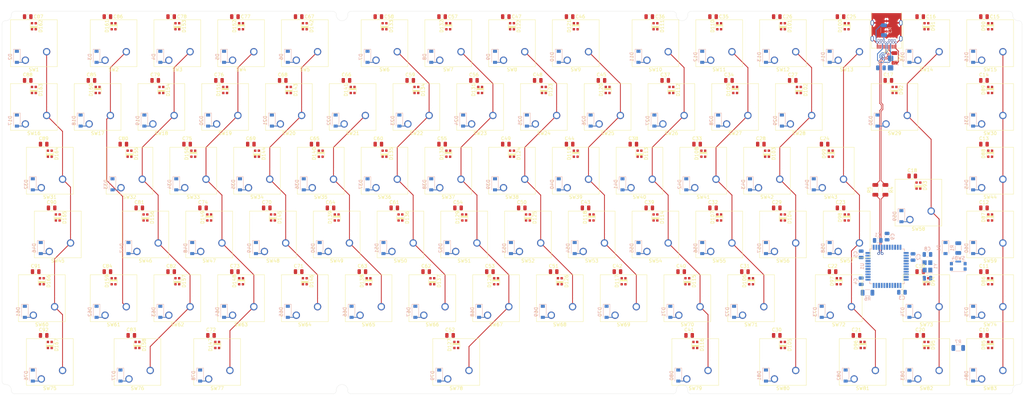
<source format=kicad_pcb>
(kicad_pcb (version 20171130) (host pcbnew 5.1.10)

  (general
    (thickness 1.6)
    (drawings 48)
    (tracks 414)
    (zones 0)
    (modules 362)
    (nets 216)
  )

  (page A3)
  (layers
    (0 F.Cu signal)
    (31 B.Cu signal)
    (32 B.Adhes user)
    (33 F.Adhes user)
    (34 B.Paste user)
    (35 F.Paste user)
    (36 B.SilkS user)
    (37 F.SilkS user)
    (38 B.Mask user)
    (39 F.Mask user)
    (40 Dwgs.User user)
    (41 Cmts.User user)
    (42 Eco1.User user)
    (43 Eco2.User user)
    (44 Edge.Cuts user)
    (45 Margin user)
    (46 B.CrtYd user)
    (47 F.CrtYd user)
    (48 B.Fab user)
    (49 F.Fab user)
  )

  (setup
    (last_trace_width 0.25)
    (trace_clearance 0.2)
    (zone_clearance 0.508)
    (zone_45_only no)
    (trace_min 0.2)
    (via_size 0.8)
    (via_drill 0.4)
    (via_min_size 0.6)
    (via_min_drill 0.3)
    (uvia_size 0.3)
    (uvia_drill 0.1)
    (uvias_allowed no)
    (uvia_min_size 0.2)
    (uvia_min_drill 0.1)
    (edge_width 0.05)
    (segment_width 0.2)
    (pcb_text_width 0.3)
    (pcb_text_size 1.5 1.5)
    (mod_edge_width 0.12)
    (mod_text_size 1 1)
    (mod_text_width 0.15)
    (pad_size 1.7 0.55)
    (pad_drill 0)
    (pad_to_mask_clearance 0.051)
    (solder_mask_min_width 0.25)
    (aux_axis_origin 0 0)
    (visible_elements FFFFF77F)
    (pcbplotparams
      (layerselection 0x010fc_ffffffff)
      (usegerberextensions false)
      (usegerberattributes false)
      (usegerberadvancedattributes false)
      (creategerberjobfile false)
      (excludeedgelayer true)
      (linewidth 0.100000)
      (plotframeref false)
      (viasonmask false)
      (mode 1)
      (useauxorigin false)
      (hpglpennumber 1)
      (hpglpenspeed 20)
      (hpglpendiameter 15.000000)
      (psnegative false)
      (psa4output false)
      (plotreference true)
      (plotvalue true)
      (plotinvisibletext false)
      (padsonsilk false)
      (subtractmaskfromsilk false)
      (outputformat 1)
      (mirror false)
      (drillshape 1)
      (scaleselection 1)
      (outputdirectory ""))
  )

  (net 0 "")
  (net 1 GND)
  (net 2 +5V)
  (net 3 "Net-(C7-Pad1)")
  (net 4 "Net-(C8-Pad2)")
  (net 5 "Net-(C9-Pad1)")
  (net 6 RST)
  (net 7 ROW0)
  (net 8 "Net-(D2-Pad2)")
  (net 9 "Net-(D3-Pad2)")
  (net 10 "Net-(D4-Pad2)")
  (net 11 "Net-(D5-Pad2)")
  (net 12 "Net-(D6-Pad2)")
  (net 13 "Net-(D7-Pad2)")
  (net 14 "Net-(D8-Pad2)")
  (net 15 "Net-(D9-Pad2)")
  (net 16 "Net-(D10-Pad2)")
  (net 17 "Net-(D11-Pad2)")
  (net 18 "Net-(D12-Pad2)")
  (net 19 "Net-(D13-Pad2)")
  (net 20 "Net-(D14-Pad2)")
  (net 21 "Net-(D15-Pad2)")
  (net 22 "Net-(D16-Pad2)")
  (net 23 ROW1)
  (net 24 "Net-(D17-Pad2)")
  (net 25 "Net-(D18-Pad2)")
  (net 26 "Net-(D19-Pad2)")
  (net 27 "Net-(D20-Pad2)")
  (net 28 "Net-(D21-Pad2)")
  (net 29 "Net-(D22-Pad2)")
  (net 30 "Net-(D23-Pad2)")
  (net 31 "Net-(D24-Pad2)")
  (net 32 "Net-(D25-Pad2)")
  (net 33 "Net-(D26-Pad2)")
  (net 34 "Net-(D27-Pad2)")
  (net 35 "Net-(D28-Pad2)")
  (net 36 "Net-(D29-Pad2)")
  (net 37 "Net-(D30-Pad2)")
  (net 38 "Net-(D31-Pad2)")
  (net 39 "Net-(D32-Pad2)")
  (net 40 ROW2)
  (net 41 "Net-(D33-Pad2)")
  (net 42 "Net-(D34-Pad2)")
  (net 43 "Net-(D35-Pad2)")
  (net 44 "Net-(D36-Pad2)")
  (net 45 "Net-(D37-Pad2)")
  (net 46 "Net-(D38-Pad2)")
  (net 47 "Net-(D39-Pad2)")
  (net 48 "Net-(D40-Pad2)")
  (net 49 "Net-(D41-Pad2)")
  (net 50 "Net-(D42-Pad2)")
  (net 51 "Net-(D43-Pad2)")
  (net 52 "Net-(D44-Pad2)")
  (net 53 "Net-(D45-Pad2)")
  (net 54 "Net-(D46-Pad2)")
  (net 55 ROW3)
  (net 56 "Net-(D47-Pad2)")
  (net 57 "Net-(D48-Pad2)")
  (net 58 "Net-(D49-Pad2)")
  (net 59 "Net-(D50-Pad2)")
  (net 60 "Net-(D51-Pad2)")
  (net 61 "Net-(D52-Pad2)")
  (net 62 "Net-(D53-Pad2)")
  (net 63 "Net-(D54-Pad2)")
  (net 64 "Net-(D55-Pad2)")
  (net 65 "Net-(D56-Pad2)")
  (net 66 "Net-(D57-Pad2)")
  (net 67 "Net-(D58-Pad2)")
  (net 68 "Net-(D59-Pad2)")
  (net 69 "Net-(D60-Pad2)")
  (net 70 ROW4)
  (net 71 "Net-(D61-Pad2)")
  (net 72 "Net-(D62-Pad2)")
  (net 73 "Net-(D63-Pad2)")
  (net 74 "Net-(D64-Pad2)")
  (net 75 "Net-(D65-Pad2)")
  (net 76 "Net-(D66-Pad2)")
  (net 77 "Net-(D67-Pad2)")
  (net 78 "Net-(D68-Pad2)")
  (net 79 "Net-(D69-Pad2)")
  (net 80 "Net-(D70-Pad2)")
  (net 81 "Net-(D71-Pad2)")
  (net 82 "Net-(D72-Pad2)")
  (net 83 "Net-(D73-Pad2)")
  (net 84 "Net-(D74-Pad2)")
  (net 85 "Net-(D75-Pad2)")
  (net 86 ROW5)
  (net 87 "Net-(D76-Pad2)")
  (net 88 "Net-(D77-Pad2)")
  (net 89 "Net-(D78-Pad2)")
  (net 90 "Net-(D79-Pad2)")
  (net 91 "Net-(D80-Pad2)")
  (net 92 "Net-(D81-Pad2)")
  (net 93 "Net-(D82-Pad2)")
  (net 94 "Net-(D83-Pad2)")
  (net 95 "Net-(D84-Pad2)")
  (net 96 "Net-(D85-Pad2)")
  (net 97 DIN)
  (net 98 "Net-(D86-Pad2)")
  (net 99 "Net-(D87-Pad2)")
  (net 100 "Net-(D88-Pad2)")
  (net 101 "Net-(D89-Pad2)")
  (net 102 "Net-(D90-Pad2)")
  (net 103 "Net-(D91-Pad2)")
  (net 104 "Net-(D92-Pad2)")
  (net 105 "Net-(D93-Pad2)")
  (net 106 "Net-(D94-Pad2)")
  (net 107 "Net-(D95-Pad2)")
  (net 108 "Net-(D96-Pad2)")
  (net 109 "Net-(D97-Pad2)")
  (net 110 "Net-(D98-Pad2)")
  (net 111 "Net-(D100-Pad4)")
  (net 112 "Net-(D100-Pad2)")
  (net 113 "Net-(D101-Pad2)")
  (net 114 "Net-(D102-Pad2)")
  (net 115 "Net-(D103-Pad2)")
  (net 116 "Net-(D104-Pad2)")
  (net 117 "Net-(D105-Pad2)")
  (net 118 "Net-(D106-Pad2)")
  (net 119 "Net-(D107-Pad2)")
  (net 120 "Net-(D108-Pad2)")
  (net 121 "Net-(D109-Pad2)")
  (net 122 "Net-(D110-Pad2)")
  (net 123 "Net-(D111-Pad2)")
  (net 124 "Net-(D112-Pad2)")
  (net 125 "Net-(D113-Pad2)")
  (net 126 "Net-(D114-Pad2)")
  (net 127 "Net-(D115-Pad2)")
  (net 128 "Net-(D116-Pad2)")
  (net 129 "Net-(D117-Pad2)")
  (net 130 "Net-(D118-Pad2)")
  (net 131 "Net-(D119-Pad2)")
  (net 132 "Net-(D120-Pad2)")
  (net 133 "Net-(D121-Pad2)")
  (net 134 "Net-(D122-Pad2)")
  (net 135 "Net-(D123-Pad2)")
  (net 136 "Net-(D124-Pad2)")
  (net 137 "Net-(D125-Pad2)")
  (net 138 "Net-(D126-Pad2)")
  (net 139 "Net-(D127-Pad2)")
  (net 140 "Net-(D128-Pad2)")
  (net 141 "Net-(D129-Pad2)")
  (net 142 "Net-(D130-Pad2)")
  (net 143 "Net-(D131-Pad2)")
  (net 144 "Net-(D132-Pad2)")
  (net 145 "Net-(D133-Pad2)")
  (net 146 "Net-(D134-Pad2)")
  (net 147 "Net-(D135-Pad2)")
  (net 148 "Net-(D136-Pad2)")
  (net 149 "Net-(D137-Pad2)")
  (net 150 "Net-(D138-Pad2)")
  (net 151 "Net-(D139-Pad2)")
  (net 152 "Net-(D140-Pad2)")
  (net 153 "Net-(D141-Pad2)")
  (net 154 "Net-(D142-Pad2)")
  (net 155 "Net-(D143-Pad2)")
  (net 156 "Net-(D144-Pad2)")
  (net 157 "Net-(D145-Pad2)")
  (net 158 "Net-(D146-Pad2)")
  (net 159 "Net-(D147-Pad2)")
  (net 160 "Net-(D148-Pad2)")
  (net 161 "Net-(D149-Pad2)")
  (net 162 "Net-(D150-Pad2)")
  (net 163 "Net-(D151-Pad2)")
  (net 164 "Net-(D152-Pad2)")
  (net 165 "Net-(D153-Pad2)")
  (net 166 "Net-(D154-Pad2)")
  (net 167 "Net-(D155-Pad2)")
  (net 168 "Net-(D156-Pad2)")
  (net 169 "Net-(D157-Pad2)")
  (net 170 "Net-(D158-Pad2)")
  (net 171 "Net-(D159-Pad2)")
  (net 172 "Net-(D160-Pad2)")
  (net 173 "Net-(D161-Pad2)")
  (net 174 "Net-(D162-Pad2)")
  (net 175 "Net-(D163-Pad2)")
  (net 176 "Net-(D164-Pad2)")
  (net 177 "Net-(D165-Pad2)")
  (net 178 "Net-(D166-Pad2)")
  (net 179 "Net-(D167-Pad2)")
  (net 180 "Net-(F1-Pad2)")
  (net 181 COL02)
  (net 182 COL00)
  (net 183 COL01)
  (net 184 D-)
  (net 185 D+)
  (net 186 "Net-(R6-Pad2)")
  (net 187 COL03)
  (net 188 COL04)
  (net 189 COL06)
  (net 190 COL07)
  (net 191 COL08)
  (net 192 COL09)
  (net 193 COL10)
  (net 194 COL11)
  (net 195 COL12)
  (net 196 COL13)
  (net 197 COL14)
  (net 198 COL15)
  (net 199 COL05)
  (net 200 "Net-(U1-Pad1)")
  (net 201 "Net-(U1-Pad42)")
  (net 202 "Net-(R7-Pad2)")
  (net 203 "Net-(J1-PadB11)")
  (net 204 "Net-(J1-PadB2)")
  (net 205 "Net-(J1-PadB5)")
  (net 206 "Net-(J1-PadB8)")
  (net 207 "Net-(J1-PadB3)")
  (net 208 "Net-(J1-PadB10)")
  (net 209 "Net-(J1-PadA2)")
  (net 210 "Net-(J1-PadA3)")
  (net 211 "Net-(J1-PadA5)")
  (net 212 "Net-(J1-PadA8)")
  (net 213 "Net-(J1-PadA10)")
  (net 214 "Net-(J1-PadA11)")
  (net 215 "Net-(U1-Pad12)")

  (net_class Default "Dies ist die voreingestellte Netzklasse."
    (clearance 0.2)
    (trace_width 0.25)
    (via_dia 0.8)
    (via_drill 0.4)
    (uvia_dia 0.3)
    (uvia_drill 0.1)
    (add_net +5V)
    (add_net COL00)
    (add_net COL01)
    (add_net COL02)
    (add_net COL03)
    (add_net COL04)
    (add_net COL05)
    (add_net COL06)
    (add_net COL07)
    (add_net COL08)
    (add_net COL09)
    (add_net COL10)
    (add_net COL11)
    (add_net COL12)
    (add_net COL13)
    (add_net COL14)
    (add_net COL15)
    (add_net D+)
    (add_net D-)
    (add_net DIN)
    (add_net GND)
    (add_net "Net-(C7-Pad1)")
    (add_net "Net-(C8-Pad2)")
    (add_net "Net-(C9-Pad1)")
    (add_net "Net-(D10-Pad2)")
    (add_net "Net-(D100-Pad2)")
    (add_net "Net-(D100-Pad4)")
    (add_net "Net-(D101-Pad2)")
    (add_net "Net-(D102-Pad2)")
    (add_net "Net-(D103-Pad2)")
    (add_net "Net-(D104-Pad2)")
    (add_net "Net-(D105-Pad2)")
    (add_net "Net-(D106-Pad2)")
    (add_net "Net-(D107-Pad2)")
    (add_net "Net-(D108-Pad2)")
    (add_net "Net-(D109-Pad2)")
    (add_net "Net-(D11-Pad2)")
    (add_net "Net-(D110-Pad2)")
    (add_net "Net-(D111-Pad2)")
    (add_net "Net-(D112-Pad2)")
    (add_net "Net-(D113-Pad2)")
    (add_net "Net-(D114-Pad2)")
    (add_net "Net-(D115-Pad2)")
    (add_net "Net-(D116-Pad2)")
    (add_net "Net-(D117-Pad2)")
    (add_net "Net-(D118-Pad2)")
    (add_net "Net-(D119-Pad2)")
    (add_net "Net-(D12-Pad2)")
    (add_net "Net-(D120-Pad2)")
    (add_net "Net-(D121-Pad2)")
    (add_net "Net-(D122-Pad2)")
    (add_net "Net-(D123-Pad2)")
    (add_net "Net-(D124-Pad2)")
    (add_net "Net-(D125-Pad2)")
    (add_net "Net-(D126-Pad2)")
    (add_net "Net-(D127-Pad2)")
    (add_net "Net-(D128-Pad2)")
    (add_net "Net-(D129-Pad2)")
    (add_net "Net-(D13-Pad2)")
    (add_net "Net-(D130-Pad2)")
    (add_net "Net-(D131-Pad2)")
    (add_net "Net-(D132-Pad2)")
    (add_net "Net-(D133-Pad2)")
    (add_net "Net-(D134-Pad2)")
    (add_net "Net-(D135-Pad2)")
    (add_net "Net-(D136-Pad2)")
    (add_net "Net-(D137-Pad2)")
    (add_net "Net-(D138-Pad2)")
    (add_net "Net-(D139-Pad2)")
    (add_net "Net-(D14-Pad2)")
    (add_net "Net-(D140-Pad2)")
    (add_net "Net-(D141-Pad2)")
    (add_net "Net-(D142-Pad2)")
    (add_net "Net-(D143-Pad2)")
    (add_net "Net-(D144-Pad2)")
    (add_net "Net-(D145-Pad2)")
    (add_net "Net-(D146-Pad2)")
    (add_net "Net-(D147-Pad2)")
    (add_net "Net-(D148-Pad2)")
    (add_net "Net-(D149-Pad2)")
    (add_net "Net-(D15-Pad2)")
    (add_net "Net-(D150-Pad2)")
    (add_net "Net-(D151-Pad2)")
    (add_net "Net-(D152-Pad2)")
    (add_net "Net-(D153-Pad2)")
    (add_net "Net-(D154-Pad2)")
    (add_net "Net-(D155-Pad2)")
    (add_net "Net-(D156-Pad2)")
    (add_net "Net-(D157-Pad2)")
    (add_net "Net-(D158-Pad2)")
    (add_net "Net-(D159-Pad2)")
    (add_net "Net-(D16-Pad2)")
    (add_net "Net-(D160-Pad2)")
    (add_net "Net-(D161-Pad2)")
    (add_net "Net-(D162-Pad2)")
    (add_net "Net-(D163-Pad2)")
    (add_net "Net-(D164-Pad2)")
    (add_net "Net-(D165-Pad2)")
    (add_net "Net-(D166-Pad2)")
    (add_net "Net-(D167-Pad2)")
    (add_net "Net-(D17-Pad2)")
    (add_net "Net-(D18-Pad2)")
    (add_net "Net-(D19-Pad2)")
    (add_net "Net-(D2-Pad2)")
    (add_net "Net-(D20-Pad2)")
    (add_net "Net-(D21-Pad2)")
    (add_net "Net-(D22-Pad2)")
    (add_net "Net-(D23-Pad2)")
    (add_net "Net-(D24-Pad2)")
    (add_net "Net-(D25-Pad2)")
    (add_net "Net-(D26-Pad2)")
    (add_net "Net-(D27-Pad2)")
    (add_net "Net-(D28-Pad2)")
    (add_net "Net-(D29-Pad2)")
    (add_net "Net-(D3-Pad2)")
    (add_net "Net-(D30-Pad2)")
    (add_net "Net-(D31-Pad2)")
    (add_net "Net-(D32-Pad2)")
    (add_net "Net-(D33-Pad2)")
    (add_net "Net-(D34-Pad2)")
    (add_net "Net-(D35-Pad2)")
    (add_net "Net-(D36-Pad2)")
    (add_net "Net-(D37-Pad2)")
    (add_net "Net-(D38-Pad2)")
    (add_net "Net-(D39-Pad2)")
    (add_net "Net-(D4-Pad2)")
    (add_net "Net-(D40-Pad2)")
    (add_net "Net-(D41-Pad2)")
    (add_net "Net-(D42-Pad2)")
    (add_net "Net-(D43-Pad2)")
    (add_net "Net-(D44-Pad2)")
    (add_net "Net-(D45-Pad2)")
    (add_net "Net-(D46-Pad2)")
    (add_net "Net-(D47-Pad2)")
    (add_net "Net-(D48-Pad2)")
    (add_net "Net-(D49-Pad2)")
    (add_net "Net-(D5-Pad2)")
    (add_net "Net-(D50-Pad2)")
    (add_net "Net-(D51-Pad2)")
    (add_net "Net-(D52-Pad2)")
    (add_net "Net-(D53-Pad2)")
    (add_net "Net-(D54-Pad2)")
    (add_net "Net-(D55-Pad2)")
    (add_net "Net-(D56-Pad2)")
    (add_net "Net-(D57-Pad2)")
    (add_net "Net-(D58-Pad2)")
    (add_net "Net-(D59-Pad2)")
    (add_net "Net-(D6-Pad2)")
    (add_net "Net-(D60-Pad2)")
    (add_net "Net-(D61-Pad2)")
    (add_net "Net-(D62-Pad2)")
    (add_net "Net-(D63-Pad2)")
    (add_net "Net-(D64-Pad2)")
    (add_net "Net-(D65-Pad2)")
    (add_net "Net-(D66-Pad2)")
    (add_net "Net-(D67-Pad2)")
    (add_net "Net-(D68-Pad2)")
    (add_net "Net-(D69-Pad2)")
    (add_net "Net-(D7-Pad2)")
    (add_net "Net-(D70-Pad2)")
    (add_net "Net-(D71-Pad2)")
    (add_net "Net-(D72-Pad2)")
    (add_net "Net-(D73-Pad2)")
    (add_net "Net-(D74-Pad2)")
    (add_net "Net-(D75-Pad2)")
    (add_net "Net-(D76-Pad2)")
    (add_net "Net-(D77-Pad2)")
    (add_net "Net-(D78-Pad2)")
    (add_net "Net-(D79-Pad2)")
    (add_net "Net-(D8-Pad2)")
    (add_net "Net-(D80-Pad2)")
    (add_net "Net-(D81-Pad2)")
    (add_net "Net-(D82-Pad2)")
    (add_net "Net-(D83-Pad2)")
    (add_net "Net-(D84-Pad2)")
    (add_net "Net-(D85-Pad2)")
    (add_net "Net-(D86-Pad2)")
    (add_net "Net-(D87-Pad2)")
    (add_net "Net-(D88-Pad2)")
    (add_net "Net-(D89-Pad2)")
    (add_net "Net-(D9-Pad2)")
    (add_net "Net-(D90-Pad2)")
    (add_net "Net-(D91-Pad2)")
    (add_net "Net-(D92-Pad2)")
    (add_net "Net-(D93-Pad2)")
    (add_net "Net-(D94-Pad2)")
    (add_net "Net-(D95-Pad2)")
    (add_net "Net-(D96-Pad2)")
    (add_net "Net-(D97-Pad2)")
    (add_net "Net-(D98-Pad2)")
    (add_net "Net-(F1-Pad2)")
    (add_net "Net-(J1-PadA10)")
    (add_net "Net-(J1-PadA11)")
    (add_net "Net-(J1-PadA2)")
    (add_net "Net-(J1-PadA3)")
    (add_net "Net-(J1-PadA5)")
    (add_net "Net-(J1-PadA8)")
    (add_net "Net-(J1-PadB10)")
    (add_net "Net-(J1-PadB11)")
    (add_net "Net-(J1-PadB2)")
    (add_net "Net-(J1-PadB3)")
    (add_net "Net-(J1-PadB5)")
    (add_net "Net-(J1-PadB8)")
    (add_net "Net-(R6-Pad2)")
    (add_net "Net-(R7-Pad2)")
    (add_net "Net-(U1-Pad1)")
    (add_net "Net-(U1-Pad12)")
    (add_net "Net-(U1-Pad42)")
    (add_net ROW0)
    (add_net ROW1)
    (add_net ROW2)
    (add_net ROW3)
    (add_net ROW4)
    (add_net ROW5)
    (add_net RST)
  )

  (module Button_Switch_Keyboard:SW_Cherry_MX_ISOEnter_PCB (layer F.Cu) (tedit 60E88C41) (tstamp 5F160517)
    (at 309.40375 100.33 180)
    (descr "Cherry MX keyswitch, ISO Enter, PCB mount, http://cherryamericas.com/wp-content/uploads/2014/12/mx_cat.pdf")
    (tags "Cherry MX keyswitch ISO enter PCB")
    (path /5F51BE8C/5F51CE2C)
    (fp_text reference SW58 (at -2.54 -2.794 180) (layer F.SilkS)
      (effects (font (size 1 1) (thickness 0.15)))
    )
    (fp_text value MX1A-G1NA (at -2.286 13.208 180) (layer F.Fab)
      (effects (font (size 1 1) (thickness 0.15)))
    )
    (fp_line (start -8.89 -1.27) (end 3.81 -1.27) (layer F.Fab) (width 0.1))
    (fp_line (start 3.81 -1.27) (end 3.81 11.43) (layer F.Fab) (width 0.1))
    (fp_line (start 3.81 11.43) (end -8.89 11.43) (layer F.Fab) (width 0.1))
    (fp_line (start -8.89 11.43) (end -8.89 -1.27) (layer F.Fab) (width 0.1))
    (fp_line (start -9.14 11.68) (end -9.14 -1.52) (layer F.CrtYd) (width 0.05))
    (fp_line (start 4.06 11.68) (end -9.14 11.68) (layer F.CrtYd) (width 0.05))
    (fp_line (start 4.06 -1.52) (end 4.06 11.68) (layer F.CrtYd) (width 0.05))
    (fp_line (start -9.14 -1.52) (end 4.06 -1.52) (layer F.CrtYd) (width 0.05))
    (fp_line (start 9.36625 -13.97) (end 9.36625 5.08) (layer Dwgs.User) (width 0.15))
    (fp_line (start 14.12875 24.13) (end -14.44625 24.13) (layer Dwgs.User) (width 0.15))
    (fp_line (start -14.44625 24.13) (end -14.44625 -13.97) (layer Dwgs.User) (width 0.15))
    (fp_line (start -14.44625 -13.97) (end 9.36625 -13.97) (layer Dwgs.User) (width 0.15))
    (fp_line (start 14.12875 5.08) (end 14.12875 24.13) (layer Dwgs.User) (width 0.15))
    (fp_line (start 9.36625 5.08) (end 14.12875 5.08) (layer Dwgs.User) (width 0.15))
    (fp_line (start -9.525 -1.905) (end 4.445 -1.905) (layer F.SilkS) (width 0.12))
    (fp_line (start 4.445 -1.905) (end 4.445 12.065) (layer F.SilkS) (width 0.12))
    (fp_line (start 4.445 12.065) (end -9.525 12.065) (layer F.SilkS) (width 0.12))
    (fp_line (start -9.525 12.065) (end -9.525 -1.905) (layer F.SilkS) (width 0.12))
    (fp_text user %R (at -2.54 -2.794 180) (layer F.Fab)
      (effects (font (size 1 1) (thickness 0.15)))
    )
    (pad 1 thru_hole circle (at 0 0 180) (size 2.2 2.2) (drill 1.5) (layers *.Cu *.Mask)
      (net 68 "Net-(D59-Pad2)"))
    (pad 2 thru_hole circle (at -6.35 2.54 180) (size 2.2 2.2) (drill 1.5) (layers *.Cu *.Mask)
      (net 197 COL14))
    (pad "" np_thru_hole circle (at -2.54 5.08 180) (size 4 4) (drill 4) (layers *.Cu *.Mask))
    (pad "" np_thru_hole circle (at -7.62 5.08 180) (size 1.7 1.7) (drill 1.7) (layers *.Cu *.Mask))
    (pad "" np_thru_hole circle (at 2.54 5.08 180) (size 1.7 1.7) (drill 1.7) (layers *.Cu *.Mask))
    (model ${KISYS3DMOD}/Button_Switch_Keyboard.3dshapes/SW_Cherry_MX_ISOEnter_PCB.wrl
      (at (xyz 0 0 0))
      (scale (xyz 1 1 1))
      (rotate (xyz 0 0 0))
    )
  )

  (module Button_Switch_Keyboard:SW_Cherry_MX_2.00u_PCB (layer F.Cu) (tedit 60E88B61) (tstamp 5F16021F)
    (at 302.26 71.755 180)
    (descr "Cherry MX keyswitch, 2.00u, PCB mount, http://cherryamericas.com/wp-content/uploads/2014/12/mx_cat.pdf")
    (tags "Cherry MX keyswitch 2.00u PCB")
    (path /5F51BE8C/5F51CE0E)
    (fp_text reference SW29 (at -2.54 -2.794 180) (layer F.SilkS)
      (effects (font (size 1 1) (thickness 0.15)))
    )
    (fp_text value MX1A-G1NA (at -2.54 12.954 180) (layer F.Fab)
      (effects (font (size 1 1) (thickness 0.15)))
    )
    (fp_line (start -8.89 -1.27) (end 3.81 -1.27) (layer F.Fab) (width 0.1))
    (fp_line (start 3.81 -1.27) (end 3.81 11.43) (layer F.Fab) (width 0.1))
    (fp_line (start 3.81 11.43) (end -8.89 11.43) (layer F.Fab) (width 0.1))
    (fp_line (start -8.89 11.43) (end -8.89 -1.27) (layer F.Fab) (width 0.1))
    (fp_line (start -9.14 11.68) (end -9.14 -1.52) (layer F.CrtYd) (width 0.05))
    (fp_line (start 4.06 11.68) (end -9.14 11.68) (layer F.CrtYd) (width 0.05))
    (fp_line (start 4.06 -1.52) (end 4.06 11.68) (layer F.CrtYd) (width 0.05))
    (fp_line (start -9.14 -1.52) (end 4.06 -1.52) (layer F.CrtYd) (width 0.05))
    (fp_line (start -21.59 -4.445) (end 16.51 -4.445) (layer Dwgs.User) (width 0.15))
    (fp_line (start 16.51 -4.445) (end 16.51 14.605) (layer Dwgs.User) (width 0.15))
    (fp_line (start 16.51 14.605) (end -21.59 14.605) (layer Dwgs.User) (width 0.15))
    (fp_line (start -21.59 14.605) (end -21.59 -4.445) (layer Dwgs.User) (width 0.15))
    (fp_line (start -9.525 -1.905) (end 4.445 -1.905) (layer F.SilkS) (width 0.12))
    (fp_line (start 4.445 -1.905) (end 4.445 12.065) (layer F.SilkS) (width 0.12))
    (fp_line (start 4.445 12.065) (end -9.525 12.065) (layer F.SilkS) (width 0.12))
    (fp_line (start -9.525 12.065) (end -9.525 -1.905) (layer F.SilkS) (width 0.12))
    (fp_text user %R (at -2.54 -2.794 180) (layer F.Fab)
      (effects (font (size 1 1) (thickness 0.15)))
    )
    (pad 1 thru_hole circle (at 0 0 180) (size 2.2 2.2) (drill 1.5) (layers *.Cu *.Mask)
      (net 37 "Net-(D30-Pad2)"))
    (pad 2 thru_hole circle (at -6.35 2.54 180) (size 2.2 2.2) (drill 1.5) (layers *.Cu *.Mask)
      (net 197 COL14))
    (pad "" np_thru_hole circle (at -2.54 5.08 180) (size 4 4) (drill 4) (layers *.Cu *.Mask))
    (pad "" np_thru_hole circle (at -7.62 5.08 180) (size 1.7 1.7) (drill 1.7) (layers *.Cu *.Mask))
    (pad "" np_thru_hole circle (at 2.54 5.08 180) (size 1.7 1.7) (drill 1.7) (layers *.Cu *.Mask))
    (model ${KISYS3DMOD}/Button_Switch_Keyboard.3dshapes/SW_Cherry_MX_2.00u_PCB.wrl
      (at (xyz 0 0 0))
      (scale (xyz 1 1 1))
      (rotate (xyz 0 0 0))
    )
  )

  (module Button_Switch_Keyboard:SW_Cherry_MX_6.25u_PCB (layer F.Cu) (tedit 60E88B4A) (tstamp 5F160723)
    (at 171.29125 147.955 180)
    (descr "Cherry MX keyswitch, 6.25u, PCB mount, http://cherryamericas.com/wp-content/uploads/2014/12/mx_cat.pdf")
    (tags "Cherry MX keyswitch 6.25u PCB")
    (path /5F51BE8C/5F84AEA9)
    (fp_text reference SW78 (at -2.54 -2.794 180) (layer F.SilkS)
      (effects (font (size 1 1) (thickness 0.15)))
    )
    (fp_text value MX1A-G1NA (at -2.54 12.954 180) (layer F.Fab)
      (effects (font (size 1 1) (thickness 0.15)))
    )
    (fp_line (start -8.89 -1.27) (end 3.81 -1.27) (layer F.Fab) (width 0.1))
    (fp_line (start 3.81 -1.27) (end 3.81 11.43) (layer F.Fab) (width 0.1))
    (fp_line (start 3.81 11.43) (end -8.89 11.43) (layer F.Fab) (width 0.1))
    (fp_line (start -8.89 11.43) (end -8.89 -1.27) (layer F.Fab) (width 0.1))
    (fp_line (start -9.14 11.68) (end -9.14 -1.52) (layer F.CrtYd) (width 0.05))
    (fp_line (start 4.06 11.68) (end -9.14 11.68) (layer F.CrtYd) (width 0.05))
    (fp_line (start 4.06 -1.52) (end 4.06 11.68) (layer F.CrtYd) (width 0.05))
    (fp_line (start -9.14 -1.52) (end 4.06 -1.52) (layer F.CrtYd) (width 0.05))
    (fp_line (start -62.07125 -4.445) (end 56.99125 -4.445) (layer Dwgs.User) (width 0.15))
    (fp_line (start 56.99125 -4.445) (end 56.99125 14.605) (layer Dwgs.User) (width 0.15))
    (fp_line (start 56.99125 14.605) (end -62.07125 14.605) (layer Dwgs.User) (width 0.15))
    (fp_line (start -62.07125 14.605) (end -62.07125 -4.445) (layer Dwgs.User) (width 0.15))
    (fp_line (start -9.525 -1.905) (end 4.445 -1.905) (layer F.SilkS) (width 0.12))
    (fp_line (start 4.445 -1.905) (end 4.445 12.065) (layer F.SilkS) (width 0.12))
    (fp_line (start 4.445 12.065) (end -9.525 12.065) (layer F.SilkS) (width 0.12))
    (fp_line (start -9.525 12.065) (end -9.525 -1.905) (layer F.SilkS) (width 0.12))
    (fp_text user %R (at -2.54 -2.794 180) (layer F.Fab)
      (effects (font (size 1 1) (thickness 0.15)))
    )
    (pad 1 thru_hole circle (at 0 0 180) (size 2.2 2.2) (drill 1.5) (layers *.Cu *.Mask)
      (net 90 "Net-(D79-Pad2)"))
    (pad 2 thru_hole circle (at -6.35 2.54 180) (size 2.2 2.2) (drill 1.5) (layers *.Cu *.Mask)
      (net 190 COL07))
    (pad "" np_thru_hole circle (at -2.54 5.08 180) (size 4 4) (drill 4) (layers *.Cu *.Mask))
    (pad "" np_thru_hole circle (at -7.62 5.08 180) (size 1.7 1.7) (drill 1.7) (layers *.Cu *.Mask))
    (pad "" np_thru_hole circle (at 2.54 5.08 180) (size 1.7 1.7) (drill 1.7) (layers *.Cu *.Mask))
    (model ${KISYS3DMOD}/Button_Switch_Keyboard.3dshapes/SW_Cherry_MX_6.25u_PCB.wrl
      (at (xyz 0 0 0))
      (scale (xyz 1 1 1))
      (rotate (xyz 0 0 0))
    )
  )

  (module MountingHole:MountingHole_3.2mm_M3 (layer F.Cu) (tedit 60E8488E) (tstamp 60E8A97D)
    (at 341.8 151.3)
    (descr "Mounting Hole 3.4mm, no annular, M3")
    (tags "mounting hole 3.4mm no annular m3")
    (attr virtual)
    (fp_text reference REF** (at 0 -4.2) (layer F.SilkS) hide
      (effects (font (size 1 1) (thickness 0.15)))
    )
    (fp_text value MountingHole_3.4mm_M3 (at 0 4.2) (layer F.Fab) hide
      (effects (font (size 1 1) (thickness 0.15)))
    )
    (pad "" smd circle (at 0 0) (size 3.4 3.4) (layers *.Paste))
  )

  (module MountingHole:MountingHole_3.2mm_M3 (layer F.Cu) (tedit 60E8488E) (tstamp 60E8A94A)
    (at 341.8 39.2)
    (descr "Mounting Hole 3.4mm, no annular, M3")
    (tags "mounting hole 3.4mm no annular m3")
    (attr virtual)
    (fp_text reference REF** (at 0 -4.2) (layer F.SilkS) hide
      (effects (font (size 1 1) (thickness 0.15)))
    )
    (fp_text value MountingHole_3.4mm_M3 (at 0 4.2) (layer F.Fab) hide
      (effects (font (size 1 1) (thickness 0.15)))
    )
    (pad "" smd circle (at 0 0) (size 3.4 3.4) (layers *.Paste))
  )

  (module MountingHole:MountingHole_3.2mm_M3 (layer F.Cu) (tedit 60E8488E) (tstamp 60E8A92F)
    (at 39.2 151.3)
    (descr "Mounting Hole 3.4mm, no annular, M3")
    (tags "mounting hole 3.4mm no annular m3")
    (attr virtual)
    (fp_text reference REF** (at 0 -4.2) (layer F.SilkS) hide
      (effects (font (size 1 1) (thickness 0.15)))
    )
    (fp_text value MountingHole_3.4mm_M3 (at 0 4.2) (layer F.Fab) hide
      (effects (font (size 1 1) (thickness 0.15)))
    )
    (pad "" smd circle (at 0 0) (size 3.4 3.4) (layers *.Paste))
  )

  (module MountingHole:MountingHole_3.2mm_M3 (layer F.Cu) (tedit 60E8488E) (tstamp 60E8A8F8)
    (at 39.2 39.2)
    (descr "Mounting Hole 3.4mm, no annular, M3")
    (tags "mounting hole 3.4mm no annular m3")
    (attr virtual)
    (fp_text reference REF** (at 0 -4.2) (layer F.SilkS) hide
      (effects (font (size 1 1) (thickness 0.15)))
    )
    (fp_text value MountingHole_3.4mm_M3 (at 0 4.2) (layer F.Fab) hide
      (effects (font (size 1 1) (thickness 0.15)))
    )
    (pad "" smd circle (at 0 0) (size 3.4 3.4) (layers *.Paste))
  )

  (module MountingHole:MountingHole_3.2mm_M3 (layer F.Cu) (tedit 60E8488E) (tstamp 60E8A1A1)
    (at 241.3 151.3)
    (descr "Mounting Hole 3.4mm, no annular, M3")
    (tags "mounting hole 3.4mm no annular m3")
    (attr virtual)
    (fp_text reference REF** (at 0 -4.2) (layer F.SilkS) hide
      (effects (font (size 1 1) (thickness 0.15)))
    )
    (fp_text value MountingHole_3.4mm_M3 (at 0 4.2) (layer F.Fab) hide
      (effects (font (size 1 1) (thickness 0.15)))
    )
    (pad "" smd circle (at 0 0) (size 3.4 3.4) (layers *.Paste))
  )

  (module MountingHole:MountingHole_3.2mm_M3 (layer F.Cu) (tedit 60E8488E) (tstamp 60E8A18C)
    (at 139.7 151.3)
    (descr "Mounting Hole 3.4mm, no annular, M3")
    (tags "mounting hole 3.4mm no annular m3")
    (attr virtual)
    (fp_text reference REF** (at 0 -4.2) (layer F.SilkS) hide
      (effects (font (size 1 1) (thickness 0.15)))
    )
    (fp_text value MountingHole_3.4mm_M3 (at 0 4.2) (layer F.Fab) hide
      (effects (font (size 1 1) (thickness 0.15)))
    )
    (pad "" smd circle (at 0 0) (size 3.4 3.4) (layers *.Paste))
  )

  (module MountingHole:MountingHole_3.2mm_M3 (layer F.Cu) (tedit 60E8488E) (tstamp 60E8A17F)
    (at 241.3 39.2)
    (descr "Mounting Hole 3.4mm, no annular, M3")
    (tags "mounting hole 3.4mm no annular m3")
    (attr virtual)
    (fp_text reference REF** (at 0 -4.2) (layer F.SilkS) hide
      (effects (font (size 1 1) (thickness 0.15)))
    )
    (fp_text value MountingHole_3.4mm_M3 (at 0 4.2) (layer F.Fab) hide
      (effects (font (size 1 1) (thickness 0.15)))
    )
    (pad "" smd circle (at 0 0) (size 3.4 3.4) (layers *.Paste))
  )

  (module MountingHole:MountingHole_3.2mm_M3 (layer F.Cu) (tedit 60E8488E) (tstamp 60E89FD7)
    (at 139.7 39.2)
    (descr "Mounting Hole 3.4mm, no annular, M3")
    (tags "mounting hole 3.4mm no annular m3")
    (attr virtual)
    (fp_text reference REF** (at 0 -4.2) (layer F.SilkS) hide
      (effects (font (size 1 1) (thickness 0.15)))
    )
    (fp_text value MountingHole_3.4mm_M3 (at 0 4.2) (layer F.Fab) hide
      (effects (font (size 1 1) (thickness 0.15)))
    )
    (pad "" smd circle (at 0 0) (size 3.4 3.4) (layers *.Paste))
  )

  (module Crystal:Crystal_SMD_3225-4Pin_3.2x2.5mm (layer B.Cu) (tedit 5A0FD1B2) (tstamp 60EED0B1)
    (at 314.6425 114.3 90)
    (descr "SMD Crystal SERIES SMD3225/4 http://www.txccrystal.com/images/pdf/7m-accuracy.pdf, 3.2x2.5mm^2 package")
    (tags "SMD SMT crystal")
    (path /5F294622)
    (attr smd)
    (fp_text reference Y1 (at 0 2.45 90) (layer B.SilkS)
      (effects (font (size 1 1) (thickness 0.15)) (justify mirror))
    )
    (fp_text value 16MHz (at 0 -2.45 90) (layer B.Fab)
      (effects (font (size 1 1) (thickness 0.15)) (justify mirror))
    )
    (fp_line (start 2.1 1.7) (end -2.1 1.7) (layer B.CrtYd) (width 0.05))
    (fp_line (start 2.1 -1.7) (end 2.1 1.7) (layer B.CrtYd) (width 0.05))
    (fp_line (start -2.1 -1.7) (end 2.1 -1.7) (layer B.CrtYd) (width 0.05))
    (fp_line (start -2.1 1.7) (end -2.1 -1.7) (layer B.CrtYd) (width 0.05))
    (fp_line (start -2 -1.65) (end 2 -1.65) (layer B.SilkS) (width 0.12))
    (fp_line (start -2 1.65) (end -2 -1.65) (layer B.SilkS) (width 0.12))
    (fp_line (start -1.6 -0.25) (end -0.6 -1.25) (layer B.Fab) (width 0.1))
    (fp_line (start 1.6 1.25) (end -1.6 1.25) (layer B.Fab) (width 0.1))
    (fp_line (start 1.6 -1.25) (end 1.6 1.25) (layer B.Fab) (width 0.1))
    (fp_line (start -1.6 -1.25) (end 1.6 -1.25) (layer B.Fab) (width 0.1))
    (fp_line (start -1.6 1.25) (end -1.6 -1.25) (layer B.Fab) (width 0.1))
    (fp_text user %R (at 0 0 90) (layer B.Fab)
      (effects (font (size 0.7 0.7) (thickness 0.105)) (justify mirror))
    )
    (pad 1 smd rect (at -1.1 -0.85 90) (size 1.4 1.2) (layers B.Cu B.Paste B.Mask)
      (net 3 "Net-(C7-Pad1)"))
    (pad 2 smd rect (at 1.1 -0.85 90) (size 1.4 1.2) (layers B.Cu B.Paste B.Mask)
      (net 1 GND))
    (pad 3 smd rect (at 1.1 0.85 90) (size 1.4 1.2) (layers B.Cu B.Paste B.Mask)
      (net 4 "Net-(C8-Pad2)"))
    (pad 4 smd rect (at -1.1 0.85 90) (size 1.4 1.2) (layers B.Cu B.Paste B.Mask)
      (net 1 GND))
    (model ${KISYS3DMOD}/Crystal.3dshapes/Crystal_SMD_3225-4Pin_3.2x2.5mm.wrl
      (at (xyz 0 0 0))
      (scale (xyz 1 1 1))
      (rotate (xyz 0 0 0))
    )
  )

  (module Button_Switch_SMD:SW_Push_1P1T-SH_NO_CK_KMR2xxG (layer B.Cu) (tedit 60EE1448) (tstamp 60EE10F7)
    (at 323.85 114.3 180)
    (descr "CK components KMR2 tactile switch with ground pin http://www.ckswitches.com/media/1479/kmr2.pdf")
    (tags "tactile switch kmr2")
    (path /60FEE33A)
    (attr smd)
    (fp_text reference SW84 (at 0 2.45) (layer B.SilkS)
      (effects (font (size 1 1) (thickness 0.15)) (justify mirror))
    )
    (fp_text value SW_Push (at 0 -2.55) (layer B.Fab)
      (effects (font (size 1 1) (thickness 0.15)) (justify mirror))
    )
    (fp_line (start -1.15 1.55) (end -2.2 1.55) (layer B.SilkS) (width 0.12))
    (fp_line (start -2.1 1.4) (end 2.1 1.4) (layer B.Fab) (width 0.1))
    (fp_line (start 2.1 1.4) (end 2.1 -1.4) (layer B.Fab) (width 0.1))
    (fp_line (start 2.1 -1.4) (end -2.1 -1.4) (layer B.Fab) (width 0.1))
    (fp_line (start -2.1 -1.4) (end -2.1 1.4) (layer B.Fab) (width 0.1))
    (fp_line (start 2.2 -0.05) (end 2.2 0.05) (layer B.SilkS) (width 0.12))
    (fp_line (start -2.8 1.8) (end 2.8 1.8) (layer B.CrtYd) (width 0.05))
    (fp_line (start 2.8 1.8) (end 2.8 -1.8) (layer B.CrtYd) (width 0.05))
    (fp_line (start 2.8 -1.8) (end -2.8 -1.8) (layer B.CrtYd) (width 0.05))
    (fp_line (start -2.8 -1.8) (end -2.8 1.8) (layer B.CrtYd) (width 0.05))
    (fp_circle (center 0 0) (end 0 -0.8) (layer B.Fab) (width 0.1))
    (fp_line (start -2.2 -1.55) (end 2.2 -1.55) (layer B.SilkS) (width 0.12))
    (fp_line (start 2.2 1.55) (end 1.15 1.55) (layer B.SilkS) (width 0.12))
    (fp_line (start -2.2 -0.05) (end -2.2 0.05) (layer B.SilkS) (width 0.12))
    (fp_text user %R (at 0 2.45) (layer B.Fab)
      (effects (font (size 1 1) (thickness 0.15)) (justify mirror))
    )
    (pad 2 smd rect (at 2.05 -0.8 180) (size 0.9 1) (layers B.Cu B.Paste B.Mask)
      (net 1 GND))
    (pad 1 smd rect (at 2.05 0.8 180) (size 0.9 1) (layers B.Cu B.Paste B.Mask)
      (net 6 RST))
    (pad 2 smd rect (at -2.05 -0.8 180) (size 0.9 1) (layers B.Cu B.Paste B.Mask)
      (net 1 GND))
    (pad 1 smd rect (at -2.05 0.8 180) (size 0.9 1) (layers B.Cu B.Paste B.Mask)
      (net 6 RST))
    (pad SH smd rect (at 0 1.425 180) (size 1.7 0.55) (layers B.Cu B.Paste B.Mask)
      (net 1 GND))
    (model ${KISYS3DMOD}/Button_Switch_SMD.3dshapes/SW_Push_1P1T-SH_NO_CK_KMR2xxG.wrl
      (at (xyz 0 0 0))
      (scale (xyz 1 1 1))
      (rotate (xyz 0 0 0))
    )
  )

  (module Resistor_SMD:R_1206_3216Metric (layer B.Cu) (tedit 5F68FEEE) (tstamp 5F26397F)
    (at 323.85 138.684 180)
    (descr "Resistor SMD 1206 (3216 Metric), square (rectangular) end terminal, IPC_7351 nominal, (Body size source: IPC-SM-782 page 72, https://www.pcb-3d.com/wordpress/wp-content/uploads/ipc-sm-782a_amendment_1_and_2.pdf), generated with kicad-footprint-generator")
    (tags resistor)
    (path /5F259898)
    (attr smd)
    (fp_text reference R7 (at 0 1.82) (layer B.SilkS)
      (effects (font (size 1 1) (thickness 0.15)) (justify mirror))
    )
    (fp_text value 470 (at 0 -1.82) (layer B.Fab)
      (effects (font (size 1 1) (thickness 0.15)) (justify mirror))
    )
    (fp_line (start -1.6 -0.8) (end -1.6 0.8) (layer B.Fab) (width 0.1))
    (fp_line (start -1.6 0.8) (end 1.6 0.8) (layer B.Fab) (width 0.1))
    (fp_line (start 1.6 0.8) (end 1.6 -0.8) (layer B.Fab) (width 0.1))
    (fp_line (start 1.6 -0.8) (end -1.6 -0.8) (layer B.Fab) (width 0.1))
    (fp_line (start -0.727064 0.91) (end 0.727064 0.91) (layer B.SilkS) (width 0.12))
    (fp_line (start -0.727064 -0.91) (end 0.727064 -0.91) (layer B.SilkS) (width 0.12))
    (fp_line (start -2.28 -1.12) (end -2.28 1.12) (layer B.CrtYd) (width 0.05))
    (fp_line (start -2.28 1.12) (end 2.28 1.12) (layer B.CrtYd) (width 0.05))
    (fp_line (start 2.28 1.12) (end 2.28 -1.12) (layer B.CrtYd) (width 0.05))
    (fp_line (start 2.28 -1.12) (end -2.28 -1.12) (layer B.CrtYd) (width 0.05))
    (fp_text user %R (at 0 0) (layer B.Fab)
      (effects (font (size 0.8 0.8) (thickness 0.12)) (justify mirror))
    )
    (pad 2 smd roundrect (at 1.4625 0 180) (size 1.125 1.75) (layers B.Cu B.Paste B.Mask) (roundrect_rratio 0.222222)
      (net 202 "Net-(R7-Pad2)"))
    (pad 1 smd roundrect (at -1.4625 0 180) (size 1.125 1.75) (layers B.Cu B.Paste B.Mask) (roundrect_rratio 0.222222)
      (net 97 DIN))
    (model ${KISYS3DMOD}/Resistor_SMD.3dshapes/R_1206_3216Metric.wrl
      (at (xyz 0 0 0))
      (scale (xyz 1 1 1))
      (rotate (xyz 0 0 0))
    )
  )

  (module Resistor_SMD:R_1206_3216Metric (layer B.Cu) (tedit 5F68FEEE) (tstamp 60EDADF2)
    (at 296.7355 122.174)
    (descr "Resistor SMD 1206 (3216 Metric), square (rectangular) end terminal, IPC_7351 nominal, (Body size source: IPC-SM-782 page 72, https://www.pcb-3d.com/wordpress/wp-content/uploads/ipc-sm-782a_amendment_1_and_2.pdf), generated with kicad-footprint-generator")
    (tags resistor)
    (path /5F0D539D)
    (attr smd)
    (fp_text reference R6 (at 0 1.82) (layer B.SilkS)
      (effects (font (size 1 1) (thickness 0.15)) (justify mirror))
    )
    (fp_text value 10k (at 0 -1.82) (layer B.Fab)
      (effects (font (size 1 1) (thickness 0.15)) (justify mirror))
    )
    (fp_line (start -1.6 -0.8) (end -1.6 0.8) (layer B.Fab) (width 0.1))
    (fp_line (start -1.6 0.8) (end 1.6 0.8) (layer B.Fab) (width 0.1))
    (fp_line (start 1.6 0.8) (end 1.6 -0.8) (layer B.Fab) (width 0.1))
    (fp_line (start 1.6 -0.8) (end -1.6 -0.8) (layer B.Fab) (width 0.1))
    (fp_line (start -0.727064 0.91) (end 0.727064 0.91) (layer B.SilkS) (width 0.12))
    (fp_line (start -0.727064 -0.91) (end 0.727064 -0.91) (layer B.SilkS) (width 0.12))
    (fp_line (start -2.28 -1.12) (end -2.28 1.12) (layer B.CrtYd) (width 0.05))
    (fp_line (start -2.28 1.12) (end 2.28 1.12) (layer B.CrtYd) (width 0.05))
    (fp_line (start 2.28 1.12) (end 2.28 -1.12) (layer B.CrtYd) (width 0.05))
    (fp_line (start 2.28 -1.12) (end -2.28 -1.12) (layer B.CrtYd) (width 0.05))
    (fp_text user %R (at 0 0) (layer B.Fab)
      (effects (font (size 0.8 0.8) (thickness 0.12)) (justify mirror))
    )
    (pad 2 smd roundrect (at 1.4625 0) (size 1.125 1.75) (layers B.Cu B.Paste B.Mask) (roundrect_rratio 0.222222)
      (net 186 "Net-(R6-Pad2)"))
    (pad 1 smd roundrect (at -1.4625 0) (size 1.125 1.75) (layers B.Cu B.Paste B.Mask) (roundrect_rratio 0.222222)
      (net 1 GND))
    (model ${KISYS3DMOD}/Resistor_SMD.3dshapes/R_1206_3216Metric.wrl
      (at (xyz 0 0 0))
      (scale (xyz 1 1 1))
      (rotate (xyz 0 0 0))
    )
  )

  (module Resistor_SMD:R_1206_3216Metric (layer F.Cu) (tedit 5F68FEEE) (tstamp 60F1EA6B)
    (at 299.0775 91.44 90)
    (descr "Resistor SMD 1206 (3216 Metric), square (rectangular) end terminal, IPC_7351 nominal, (Body size source: IPC-SM-782 page 72, https://www.pcb-3d.com/wordpress/wp-content/uploads/ipc-sm-782a_amendment_1_and_2.pdf), generated with kicad-footprint-generator")
    (tags resistor)
    (path /5F0B5901)
    (attr smd)
    (fp_text reference R5 (at 0 -1.82 90) (layer F.SilkS)
      (effects (font (size 1 1) (thickness 0.15)))
    )
    (fp_text value 22 (at 0 2 90) (layer F.Fab)
      (effects (font (size 1 1) (thickness 0.15)))
    )
    (fp_line (start -1.6 0.8) (end -1.6 -0.8) (layer F.Fab) (width 0.1))
    (fp_line (start -1.6 -0.8) (end 1.6 -0.8) (layer F.Fab) (width 0.1))
    (fp_line (start 1.6 -0.8) (end 1.6 0.8) (layer F.Fab) (width 0.1))
    (fp_line (start 1.6 0.8) (end -1.6 0.8) (layer F.Fab) (width 0.1))
    (fp_line (start -0.727064 -0.91) (end 0.727064 -0.91) (layer F.SilkS) (width 0.12))
    (fp_line (start -0.727064 0.91) (end 0.727064 0.91) (layer F.SilkS) (width 0.12))
    (fp_line (start -2.28 1.12) (end -2.28 -1.12) (layer F.CrtYd) (width 0.05))
    (fp_line (start -2.28 -1.12) (end 2.28 -1.12) (layer F.CrtYd) (width 0.05))
    (fp_line (start 2.28 -1.12) (end 2.28 1.12) (layer F.CrtYd) (width 0.05))
    (fp_line (start 2.28 1.12) (end -2.28 1.12) (layer F.CrtYd) (width 0.05))
    (fp_text user %R (at 0 0 90) (layer F.Fab)
      (effects (font (size 0.8 0.8) (thickness 0.12)))
    )
    (pad 2 smd roundrect (at 1.4625 0 90) (size 1.125 1.75) (layers F.Cu F.Paste F.Mask) (roundrect_rratio 0.222222)
      (net 184 D-))
    (pad 1 smd roundrect (at -1.4625 0 90) (size 1.125 1.75) (layers F.Cu F.Paste F.Mask) (roundrect_rratio 0.222222)
      (net 184 D-))
    (model ${KISYS3DMOD}/Resistor_SMD.3dshapes/R_1206_3216Metric.wrl
      (at (xyz 0 0 0))
      (scale (xyz 1 1 1))
      (rotate (xyz 0 0 0))
    )
  )

  (module Resistor_SMD:R_1206_3216Metric (layer F.Cu) (tedit 5F68FEEE) (tstamp 60F1EB93)
    (at 302.0775 91.44 270)
    (descr "Resistor SMD 1206 (3216 Metric), square (rectangular) end terminal, IPC_7351 nominal, (Body size source: IPC-SM-782 page 72, https://www.pcb-3d.com/wordpress/wp-content/uploads/ipc-sm-782a_amendment_1_and_2.pdf), generated with kicad-footprint-generator")
    (tags resistor)
    (path /5F0AD349)
    (attr smd)
    (fp_text reference R4 (at 0 -1.82 90) (layer F.SilkS)
      (effects (font (size 1 1) (thickness 0.15)))
    )
    (fp_text value 22 (at 0 1.82 90) (layer F.Fab)
      (effects (font (size 1 1) (thickness 0.15)))
    )
    (fp_line (start -1.6 0.8) (end -1.6 -0.8) (layer F.Fab) (width 0.1))
    (fp_line (start -1.6 -0.8) (end 1.6 -0.8) (layer F.Fab) (width 0.1))
    (fp_line (start 1.6 -0.8) (end 1.6 0.8) (layer F.Fab) (width 0.1))
    (fp_line (start 1.6 0.8) (end -1.6 0.8) (layer F.Fab) (width 0.1))
    (fp_line (start -0.727064 -0.91) (end 0.727064 -0.91) (layer F.SilkS) (width 0.12))
    (fp_line (start -0.727064 0.91) (end 0.727064 0.91) (layer F.SilkS) (width 0.12))
    (fp_line (start -2.28 1.12) (end -2.28 -1.12) (layer F.CrtYd) (width 0.05))
    (fp_line (start -2.28 -1.12) (end 2.28 -1.12) (layer F.CrtYd) (width 0.05))
    (fp_line (start 2.28 -1.12) (end 2.28 1.12) (layer F.CrtYd) (width 0.05))
    (fp_line (start 2.28 1.12) (end -2.28 1.12) (layer F.CrtYd) (width 0.05))
    (fp_text user %R (at 0 0 90) (layer F.Fab)
      (effects (font (size 0.8 0.8) (thickness 0.12)))
    )
    (pad 2 smd roundrect (at 1.4625 0 270) (size 1.125 1.75) (layers F.Cu F.Paste F.Mask) (roundrect_rratio 0.222222)
      (net 185 D+))
    (pad 1 smd roundrect (at -1.4625 0 270) (size 1.125 1.75) (layers F.Cu F.Paste F.Mask) (roundrect_rratio 0.222222)
      (net 185 D+))
    (model ${KISYS3DMOD}/Resistor_SMD.3dshapes/R_1206_3216Metric.wrl
      (at (xyz 0 0 0))
      (scale (xyz 1 1 1))
      (rotate (xyz 0 0 0))
    )
  )

  (module Resistor_SMD:R_1206_3216Metric (layer B.Cu) (tedit 5F68FEEE) (tstamp 5F164238)
    (at 301.625 43.7245 90)
    (descr "Resistor SMD 1206 (3216 Metric), square (rectangular) end terminal, IPC_7351 nominal, (Body size source: IPC-SM-782 page 72, https://www.pcb-3d.com/wordpress/wp-content/uploads/ipc-sm-782a_amendment_1_and_2.pdf), generated with kicad-footprint-generator")
    (tags resistor)
    (path /5F030D08)
    (attr smd)
    (fp_text reference R3 (at 0 1.82 90) (layer B.SilkS)
      (effects (font (size 1 1) (thickness 0.15)) (justify mirror))
    )
    (fp_text value 5.1k (at 0 -1.82 90) (layer B.Fab)
      (effects (font (size 1 1) (thickness 0.15)) (justify mirror))
    )
    (fp_line (start -1.6 -0.8) (end -1.6 0.8) (layer B.Fab) (width 0.1))
    (fp_line (start -1.6 0.8) (end 1.6 0.8) (layer B.Fab) (width 0.1))
    (fp_line (start 1.6 0.8) (end 1.6 -0.8) (layer B.Fab) (width 0.1))
    (fp_line (start 1.6 -0.8) (end -1.6 -0.8) (layer B.Fab) (width 0.1))
    (fp_line (start -0.727064 0.91) (end 0.727064 0.91) (layer B.SilkS) (width 0.12))
    (fp_line (start -0.727064 -0.91) (end 0.727064 -0.91) (layer B.SilkS) (width 0.12))
    (fp_line (start -2.28 -1.12) (end -2.28 1.12) (layer B.CrtYd) (width 0.05))
    (fp_line (start -2.28 1.12) (end 2.28 1.12) (layer B.CrtYd) (width 0.05))
    (fp_line (start 2.28 1.12) (end 2.28 -1.12) (layer B.CrtYd) (width 0.05))
    (fp_line (start 2.28 -1.12) (end -2.28 -1.12) (layer B.CrtYd) (width 0.05))
    (fp_text user %R (at 0 0 90) (layer B.Fab)
      (effects (font (size 0.8 0.8) (thickness 0.12)) (justify mirror))
    )
    (pad 2 smd roundrect (at 1.4625 0 90) (size 1.125 1.75) (layers B.Cu B.Paste B.Mask) (roundrect_rratio 0.222222)
      (net 1 GND))
    (pad 1 smd roundrect (at -1.4625 0 90) (size 1.125 1.75) (layers B.Cu B.Paste B.Mask) (roundrect_rratio 0.222222)
      (net 205 "Net-(J1-PadB5)"))
    (model ${KISYS3DMOD}/Resistor_SMD.3dshapes/R_1206_3216Metric.wrl
      (at (xyz 0 0 0))
      (scale (xyz 1 1 1))
      (rotate (xyz 0 0 0))
    )
  )

  (module Resistor_SMD:R_1206_3216Metric (layer F.Cu) (tedit 5F68FEEE) (tstamp 60EBA96A)
    (at 304.8 52.0335 270)
    (descr "Resistor SMD 1206 (3216 Metric), square (rectangular) end terminal, IPC_7351 nominal, (Body size source: IPC-SM-782 page 72, https://www.pcb-3d.com/wordpress/wp-content/uploads/ipc-sm-782a_amendment_1_and_2.pdf), generated with kicad-footprint-generator")
    (tags resistor)
    (path /5F02FDA7)
    (attr smd)
    (fp_text reference R2 (at 0 -1.82 90) (layer F.SilkS)
      (effects (font (size 1 1) (thickness 0.15)))
    )
    (fp_text value 5.1k (at 0 1.82 90) (layer F.Fab)
      (effects (font (size 1 1) (thickness 0.15)))
    )
    (fp_line (start -1.6 0.8) (end -1.6 -0.8) (layer F.Fab) (width 0.1))
    (fp_line (start -1.6 -0.8) (end 1.6 -0.8) (layer F.Fab) (width 0.1))
    (fp_line (start 1.6 -0.8) (end 1.6 0.8) (layer F.Fab) (width 0.1))
    (fp_line (start 1.6 0.8) (end -1.6 0.8) (layer F.Fab) (width 0.1))
    (fp_line (start -0.727064 -0.91) (end 0.727064 -0.91) (layer F.SilkS) (width 0.12))
    (fp_line (start -0.727064 0.91) (end 0.727064 0.91) (layer F.SilkS) (width 0.12))
    (fp_line (start -2.28 1.12) (end -2.28 -1.12) (layer F.CrtYd) (width 0.05))
    (fp_line (start -2.28 -1.12) (end 2.28 -1.12) (layer F.CrtYd) (width 0.05))
    (fp_line (start 2.28 -1.12) (end 2.28 1.12) (layer F.CrtYd) (width 0.05))
    (fp_line (start 2.28 1.12) (end -2.28 1.12) (layer F.CrtYd) (width 0.05))
    (fp_text user %R (at 0 0 90) (layer F.Fab)
      (effects (font (size 0.8 0.8) (thickness 0.12)))
    )
    (pad 2 smd roundrect (at 1.4625 0 270) (size 1.125 1.75) (layers F.Cu F.Paste F.Mask) (roundrect_rratio 0.222222)
      (net 1 GND))
    (pad 1 smd roundrect (at -1.4625 0 270) (size 1.125 1.75) (layers F.Cu F.Paste F.Mask) (roundrect_rratio 0.222222)
      (net 211 "Net-(J1-PadA5)"))
    (model ${KISYS3DMOD}/Resistor_SMD.3dshapes/R_1206_3216Metric.wrl
      (at (xyz 0 0 0))
      (scale (xyz 1 1 1))
      (rotate (xyz 0 0 0))
    )
  )

  (module Resistor_SMD:R_1206_3216Metric (layer B.Cu) (tedit 5F68FEEE) (tstamp 60F15FCE)
    (at 323.85 108.839 270)
    (descr "Resistor SMD 1206 (3216 Metric), square (rectangular) end terminal, IPC_7351 nominal, (Body size source: IPC-SM-782 page 72, https://www.pcb-3d.com/wordpress/wp-content/uploads/ipc-sm-782a_amendment_1_and_2.pdf), generated with kicad-footprint-generator")
    (tags resistor)
    (path /5F058934)
    (attr smd)
    (fp_text reference R1 (at 0 1.82 90) (layer B.SilkS)
      (effects (font (size 1 1) (thickness 0.15)) (justify mirror))
    )
    (fp_text value 10k (at 0 -1.82 90) (layer B.Fab)
      (effects (font (size 1 1) (thickness 0.15)) (justify mirror))
    )
    (fp_line (start 2.28 -1.12) (end -2.28 -1.12) (layer B.CrtYd) (width 0.05))
    (fp_line (start 2.28 1.12) (end 2.28 -1.12) (layer B.CrtYd) (width 0.05))
    (fp_line (start -2.28 1.12) (end 2.28 1.12) (layer B.CrtYd) (width 0.05))
    (fp_line (start -2.28 -1.12) (end -2.28 1.12) (layer B.CrtYd) (width 0.05))
    (fp_line (start -0.727064 -0.91) (end 0.727064 -0.91) (layer B.SilkS) (width 0.12))
    (fp_line (start -0.727064 0.91) (end 0.727064 0.91) (layer B.SilkS) (width 0.12))
    (fp_line (start 1.6 -0.8) (end -1.6 -0.8) (layer B.Fab) (width 0.1))
    (fp_line (start 1.6 0.8) (end 1.6 -0.8) (layer B.Fab) (width 0.1))
    (fp_line (start -1.6 0.8) (end 1.6 0.8) (layer B.Fab) (width 0.1))
    (fp_line (start -1.6 -0.8) (end -1.6 0.8) (layer B.Fab) (width 0.1))
    (fp_text user %R (at 0 0 90) (layer B.Fab)
      (effects (font (size 0.8 0.8) (thickness 0.12)) (justify mirror))
    )
    (pad 1 smd roundrect (at -1.4625 0 270) (size 1.125 1.75) (layers B.Cu B.Paste B.Mask) (roundrect_rratio 0.222222)
      (net 2 +5V))
    (pad 2 smd roundrect (at 1.4625 0 270) (size 1.125 1.75) (layers B.Cu B.Paste B.Mask) (roundrect_rratio 0.222222)
      (net 6 RST))
    (model ${KISYS3DMOD}/Resistor_SMD.3dshapes/R_1206_3216Metric.wrl
      (at (xyz 0 0 0))
      (scale (xyz 1 1 1))
      (rotate (xyz 0 0 0))
    )
  )

  (module kezboard-pcb:USB_C_Receptacle_Stewart_SS-52400-003 (layer F.Cu) (tedit 5F26DA6C) (tstamp 5F25978F)
    (at 302.41875 38.1 180)
    (descr https://belfuse.com/resources/drawings/stewartconnector/dr-stw-ss-52400-003.pdf)
    (path /5EFFEB48)
    (fp_text reference J1 (at 0 -11.9) (layer F.SilkS)
      (effects (font (size 1 1) (thickness 0.15)))
    )
    (fp_text value USB_C_Receptacle (at 0 2.54) (layer F.Fab)
      (effects (font (size 1 1) (thickness 0.15)))
    )
    (fp_line (start 4.49 -4.35) (end 4.49 -7.35) (layer F.SilkS) (width 0.12))
    (fp_line (start -4.49 -7.35) (end -4.49 -4.35) (layer F.SilkS) (width 0.12))
    (fp_line (start 4.49 -11) (end 3 -11) (layer F.SilkS) (width 0.12))
    (fp_line (start -4.49 -11) (end -4.49 -9) (layer F.SilkS) (width 0.12))
    (fp_line (start -3 -11) (end -4.49 -11) (layer F.SilkS) (width 0.12))
    (fp_line (start -5.08 -11.43) (end -5.08 1.27) (layer F.CrtYd) (width 0.05))
    (fp_line (start 5.08 1.27) (end 5.08 -11.43) (layer F.CrtYd) (width 0.05))
    (fp_line (start -4.37 0.95) (end 4.37 0.95) (layer F.Fab) (width 0.1))
    (fp_line (start -4.37 -10.88) (end -4.37 0.95) (layer F.Fab) (width 0.1))
    (fp_line (start 4.37 -10.88) (end -4.37 -10.88) (layer F.Fab) (width 0.1))
    (fp_line (start 4.37 0.95) (end 4.37 -10.88) (layer F.Fab) (width 0.1))
    (fp_line (start -2 0) (end 2 0) (layer Dwgs.User) (width 0.1))
    (fp_line (start -5.08 1.27) (end 5.08 1.27) (layer F.CrtYd) (width 0.05))
    (fp_line (start -5.08 -11.43) (end 5.08 -11.43) (layer F.CrtYd) (width 0.05))
    (fp_line (start 4.49 -9) (end 4.49 -11) (layer F.SilkS) (width 0.12))
    (fp_line (start 4.49 -0.21) (end 4.49 -2.55) (layer F.SilkS) (width 0.12))
    (fp_line (start -4.49 -2.55) (end -4.49 -0.21) (layer F.SilkS) (width 0.12))
    (fp_text user %R (at 0 -4.52) (layer F.Fab)
      (effects (font (size 1 1) (thickness 0.15)))
    )
    (fp_text user "PCB Edge" (at 0 -0.5) (layer Dwgs.User)
      (effects (font (size 0.5 0.5) (thickness 0.1)))
    )
    (pad B11 thru_hole circle (at -2.4 -8.62 180) (size 0.65 0.65) (drill 0.4) (layers *.Cu *.Mask)
      (net 203 "Net-(J1-PadB11)"))
    (pad B2 thru_hole circle (at 2.4 -8.62 180) (size 0.65 0.65) (drill 0.4) (layers *.Cu *.Mask)
      (net 204 "Net-(J1-PadB2)"))
    (pad B12 thru_hole circle (at -2.8 -9.33 180) (size 0.65 0.65) (drill 0.4) (layers *.Cu *.Mask)
      (net 1 GND))
    (pad B5 thru_hole circle (at 0.8 -8.62 180) (size 0.65 0.65) (drill 0.4) (layers *.Cu *.Mask)
      (net 205 "Net-(J1-PadB5)"))
    (pad B8 thru_hole circle (at -0.8 -8.62 180) (size 0.65 0.65) (drill 0.4) (layers *.Cu *.Mask)
      (net 206 "Net-(J1-PadB8)"))
    (pad B3 thru_hole circle (at 1.6 -8.62 180) (size 0.65 0.65) (drill 0.4) (layers *.Cu *.Mask)
      (net 207 "Net-(J1-PadB3)"))
    (pad B10 thru_hole circle (at -1.6 -8.62 180) (size 0.65 0.65) (drill 0.4) (layers *.Cu *.Mask)
      (net 208 "Net-(J1-PadB10)"))
    (pad B1 thru_hole circle (at 2.8 -9.33 180) (size 0.65 0.65) (drill 0.4) (layers *.Cu *.Mask)
      (net 1 GND))
    (pad S1 thru_hole circle (at -2 -9.33 180) (size 0.65 0.65) (drill 0.4) (layers *.Cu *.Mask)
      (net 1 GND))
    (pad S1 thru_hole circle (at 2 -9.33 180) (size 0.65 0.65) (drill 0.4) (layers *.Cu *.Mask)
      (net 1 GND))
    (pad B9 thru_hole circle (at -1.2 -9.33 180) (size 0.65 0.65) (drill 0.4) (layers *.Cu *.Mask)
      (net 180 "Net-(F1-Pad2)"))
    (pad B4 thru_hole circle (at 1.2 -9.33 180) (size 0.65 0.65) (drill 0.4) (layers *.Cu *.Mask)
      (net 180 "Net-(F1-Pad2)"))
    (pad B7 thru_hole circle (at -0.4 -9.33 180) (size 0.65 0.65) (drill 0.4) (layers *.Cu *.Mask)
      (net 184 D-))
    (pad B6 thru_hole circle (at 0.4 -9.33 180) (size 0.65 0.65) (drill 0.4) (layers *.Cu *.Mask)
      (net 185 D+))
    (pad S1 smd rect (at 0 -6 180) (size 0.2 1) (layers F.Cu F.Paste F.Mask)
      (net 1 GND))
    (pad S1 smd rect (at 0 -2.9 180) (size 0.2 1) (layers F.Cu F.Paste F.Mask)
      (net 1 GND))
    (pad S1 thru_hole oval (at 4.27 -8.18 180) (size 1 1.6) (drill oval 0.6 1.2) (layers *.Cu *.Mask)
      (net 1 GND))
    (pad S1 thru_hole oval (at -4.27 -8.18 180) (size 1 1.6) (drill oval 0.6 1.2) (layers *.Cu *.Mask)
      (net 1 GND))
    (pad S1 thru_hole oval (at -4.27 -3.45 180) (size 1 1.6) (drill oval 0.6 1.2) (layers *.Cu *.Mask)
      (net 1 GND))
    (pad S1 thru_hole oval (at 4.27 -3.45 180) (size 1 1.6) (drill oval 0.6 1.2) (layers *.Cu *.Mask)
      (net 1 GND))
    (pad A1 smd rect (at -2.75 -10.58 180) (size 0.3 1.2) (layers F.Cu F.Paste F.Mask)
      (net 1 GND))
    (pad A2 smd rect (at -2.25 -10.58 180) (size 0.3 1.2) (layers F.Cu F.Paste F.Mask)
      (net 209 "Net-(J1-PadA2)"))
    (pad A3 smd rect (at -1.75 -10.58 180) (size 0.3 1.2) (layers F.Cu F.Paste F.Mask)
      (net 210 "Net-(J1-PadA3)"))
    (pad A4 smd rect (at -1.25 -10.58 180) (size 0.3 1.2) (layers F.Cu F.Paste F.Mask)
      (net 180 "Net-(F1-Pad2)"))
    (pad A5 smd rect (at -0.75 -10.58 180) (size 0.3 1.2) (layers F.Cu F.Paste F.Mask)
      (net 211 "Net-(J1-PadA5)"))
    (pad A6 smd rect (at -0.25 -10.58 180) (size 0.3 1.2) (layers F.Cu F.Paste F.Mask)
      (net 185 D+))
    (pad A7 smd rect (at 0.25 -10.58 180) (size 0.3 1.2) (layers F.Cu F.Paste F.Mask)
      (net 184 D-))
    (pad A8 smd rect (at 0.75 -10.58 180) (size 0.3 1.2) (layers F.Cu F.Paste F.Mask)
      (net 212 "Net-(J1-PadA8)"))
    (pad A9 smd rect (at 1.25 -10.58 180) (size 0.3 1.2) (layers F.Cu F.Paste F.Mask)
      (net 180 "Net-(F1-Pad2)"))
    (pad A10 smd rect (at 1.75 -10.58 180) (size 0.3 1.2) (layers F.Cu F.Paste F.Mask)
      (net 213 "Net-(J1-PadA10)"))
    (pad A11 smd rect (at 2.25 -10.58 180) (size 0.3 1.2) (layers F.Cu F.Paste F.Mask)
      (net 214 "Net-(J1-PadA11)"))
    (pad A12 smd rect (at 2.75 -10.58 180) (size 0.3 1.2) (layers F.Cu F.Paste F.Mask)
      (net 1 GND))
  )

  (module Fuse:Fuse_1206_3216Metric_Castellated (layer B.Cu) (tedit 5F68FEF1) (tstamp 60EBA9BB)
    (at 303.61875 53.5575 90)
    (descr "Fuse SMD 1206 (3216 Metric), castellated end terminal, IPC_7351. (Body size source: http://www.tortai-tech.com/upload/download/2011102023233369053.pdf), generated with kicad-footprint-generator")
    (tags "fuse castellated")
    (path /5F286423)
    (attr smd)
    (fp_text reference F1 (at 0 1.78 90) (layer B.SilkS)
      (effects (font (size 1 1) (thickness 0.15)) (justify mirror))
    )
    (fp_text value 500mA (at 0 -1.78 90) (layer B.Fab)
      (effects (font (size 1 1) (thickness 0.15)) (justify mirror))
    )
    (fp_line (start -1.6 -0.8) (end -1.6 0.8) (layer B.Fab) (width 0.1))
    (fp_line (start -1.6 0.8) (end 1.6 0.8) (layer B.Fab) (width 0.1))
    (fp_line (start 1.6 0.8) (end 1.6 -0.8) (layer B.Fab) (width 0.1))
    (fp_line (start 1.6 -0.8) (end -1.6 -0.8) (layer B.Fab) (width 0.1))
    (fp_line (start -0.490455 0.91) (end 0.490455 0.91) (layer B.SilkS) (width 0.12))
    (fp_line (start -0.490455 -0.91) (end 0.490455 -0.91) (layer B.SilkS) (width 0.12))
    (fp_line (start -2.48 -1.08) (end -2.48 1.08) (layer B.CrtYd) (width 0.05))
    (fp_line (start -2.48 1.08) (end 2.48 1.08) (layer B.CrtYd) (width 0.05))
    (fp_line (start 2.48 1.08) (end 2.48 -1.08) (layer B.CrtYd) (width 0.05))
    (fp_line (start 2.48 -1.08) (end -2.48 -1.08) (layer B.CrtYd) (width 0.05))
    (fp_text user %R (at 0 0 90) (layer B.Fab)
      (effects (font (size 0.8 0.8) (thickness 0.12)) (justify mirror))
    )
    (pad 2 smd roundrect (at 1.425 0 90) (size 1.6 1.65) (layers B.Cu B.Paste B.Mask) (roundrect_rratio 0.15625)
      (net 180 "Net-(F1-Pad2)"))
    (pad 1 smd roundrect (at -1.425 0 90) (size 1.6 1.65) (layers B.Cu B.Paste B.Mask) (roundrect_rratio 0.15625)
      (net 2 +5V))
    (model ${KISYS3DMOD}/Fuse.3dshapes/Fuse_1206_3216Metric_Castellated.wrl
      (at (xyz 0 0 0))
      (scale (xyz 1 1 1))
      (rotate (xyz 0 0 0))
    )
  )

  (module Capacitor_SMD:C_0805_2012Metric (layer F.Cu) (tedit 5F68FEEE) (tstamp 5F15F123)
    (at 50.546 134.9375 180)
    (descr "Capacitor SMD 0805 (2012 Metric), square (rectangular) end terminal, IPC_7351 nominal, (Body size source: IPC-SM-782 page 76, https://www.pcb-3d.com/wordpress/wp-content/uploads/ipc-sm-782a_amendment_1_and_2.pdf, https://docs.google.com/spreadsheets/d/1BsfQQcO9C6DZCsRaXUlFlo91Tg2WpOkGARC1WS5S8t0/edit?usp=sharing), generated with kicad-footprint-generator")
    (tags capacitor)
    (path /5F949B9C/5FB73237)
    (attr smd)
    (fp_text reference C92 (at 0 1.68) (layer F.SilkS)
      (effects (font (size 1 1) (thickness 0.15)))
    )
    (fp_text value 0.1uF (at 0 1.68) (layer F.Fab)
      (effects (font (size 1 1) (thickness 0.15)))
    )
    (fp_line (start -1 0.625) (end -1 -0.625) (layer F.Fab) (width 0.1))
    (fp_line (start -1 -0.625) (end 1 -0.625) (layer F.Fab) (width 0.1))
    (fp_line (start 1 -0.625) (end 1 0.625) (layer F.Fab) (width 0.1))
    (fp_line (start 1 0.625) (end -1 0.625) (layer F.Fab) (width 0.1))
    (fp_line (start -0.261252 -0.735) (end 0.261252 -0.735) (layer F.SilkS) (width 0.12))
    (fp_line (start -0.261252 0.735) (end 0.261252 0.735) (layer F.SilkS) (width 0.12))
    (fp_line (start -1.7 0.98) (end -1.7 -0.98) (layer F.CrtYd) (width 0.05))
    (fp_line (start -1.7 -0.98) (end 1.7 -0.98) (layer F.CrtYd) (width 0.05))
    (fp_line (start 1.7 -0.98) (end 1.7 0.98) (layer F.CrtYd) (width 0.05))
    (fp_line (start 1.7 0.98) (end -1.7 0.98) (layer F.CrtYd) (width 0.05))
    (fp_text user %R (at 0 0) (layer F.Fab)
      (effects (font (size 0.5 0.5) (thickness 0.08)))
    )
    (pad 2 smd roundrect (at 0.95 0 180) (size 1 1.45) (layers F.Cu F.Paste F.Mask) (roundrect_rratio 0.25)
      (net 1 GND))
    (pad 1 smd roundrect (at -0.95 0 180) (size 1 1.45) (layers F.Cu F.Paste F.Mask) (roundrect_rratio 0.25)
      (net 2 +5V))
    (model ${KISYS3DMOD}/Capacitor_SMD.3dshapes/C_0805_2012Metric.wrl
      (at (xyz 0 0 0))
      (scale (xyz 1 1 1))
      (rotate (xyz 0 0 0))
    )
  )

  (module Capacitor_SMD:C_0805_2012Metric (layer F.Cu) (tedit 5F68FEEE) (tstamp 5F15F112)
    (at 48.16475 115.8875 180)
    (descr "Capacitor SMD 0805 (2012 Metric), square (rectangular) end terminal, IPC_7351 nominal, (Body size source: IPC-SM-782 page 76, https://www.pcb-3d.com/wordpress/wp-content/uploads/ipc-sm-782a_amendment_1_and_2.pdf, https://docs.google.com/spreadsheets/d/1BsfQQcO9C6DZCsRaXUlFlo91Tg2WpOkGARC1WS5S8t0/edit?usp=sharing), generated with kicad-footprint-generator")
    (tags capacitor)
    (path /5F949B9C/5FB73214)
    (attr smd)
    (fp_text reference C91 (at 0 1.68) (layer F.SilkS)
      (effects (font (size 1 1) (thickness 0.15)))
    )
    (fp_text value 0.1uF (at 0 1.68) (layer F.Fab)
      (effects (font (size 1 1) (thickness 0.15)))
    )
    (fp_line (start -1 0.625) (end -1 -0.625) (layer F.Fab) (width 0.1))
    (fp_line (start -1 -0.625) (end 1 -0.625) (layer F.Fab) (width 0.1))
    (fp_line (start 1 -0.625) (end 1 0.625) (layer F.Fab) (width 0.1))
    (fp_line (start 1 0.625) (end -1 0.625) (layer F.Fab) (width 0.1))
    (fp_line (start -0.261252 -0.735) (end 0.261252 -0.735) (layer F.SilkS) (width 0.12))
    (fp_line (start -0.261252 0.735) (end 0.261252 0.735) (layer F.SilkS) (width 0.12))
    (fp_line (start -1.7 0.98) (end -1.7 -0.98) (layer F.CrtYd) (width 0.05))
    (fp_line (start -1.7 -0.98) (end 1.7 -0.98) (layer F.CrtYd) (width 0.05))
    (fp_line (start 1.7 -0.98) (end 1.7 0.98) (layer F.CrtYd) (width 0.05))
    (fp_line (start 1.7 0.98) (end -1.7 0.98) (layer F.CrtYd) (width 0.05))
    (fp_text user %R (at 0 0) (layer F.Fab)
      (effects (font (size 0.5 0.5) (thickness 0.08)))
    )
    (pad 2 smd roundrect (at 0.95 0 180) (size 1 1.45) (layers F.Cu F.Paste F.Mask) (roundrect_rratio 0.25)
      (net 1 GND))
    (pad 1 smd roundrect (at -0.95 0 180) (size 1 1.45) (layers F.Cu F.Paste F.Mask) (roundrect_rratio 0.25)
      (net 2 +5V))
    (model ${KISYS3DMOD}/Capacitor_SMD.3dshapes/C_0805_2012Metric.wrl
      (at (xyz 0 0 0))
      (scale (xyz 1 1 1))
      (rotate (xyz 0 0 0))
    )
  )

  (module Capacitor_SMD:C_0805_2012Metric (layer F.Cu) (tedit 5F68FEEE) (tstamp 5F15F101)
    (at 52.92725 96.8375 180)
    (descr "Capacitor SMD 0805 (2012 Metric), square (rectangular) end terminal, IPC_7351 nominal, (Body size source: IPC-SM-782 page 76, https://www.pcb-3d.com/wordpress/wp-content/uploads/ipc-sm-782a_amendment_1_and_2.pdf, https://docs.google.com/spreadsheets/d/1BsfQQcO9C6DZCsRaXUlFlo91Tg2WpOkGARC1WS5S8t0/edit?usp=sharing), generated with kicad-footprint-generator")
    (tags capacitor)
    (path /5F949B9C/5FB731F1)
    (attr smd)
    (fp_text reference C90 (at 0 1.68) (layer F.SilkS)
      (effects (font (size 1 1) (thickness 0.15)))
    )
    (fp_text value 0.1uF (at 0 1.68) (layer F.Fab)
      (effects (font (size 1 1) (thickness 0.15)))
    )
    (fp_line (start -1 0.625) (end -1 -0.625) (layer F.Fab) (width 0.1))
    (fp_line (start -1 -0.625) (end 1 -0.625) (layer F.Fab) (width 0.1))
    (fp_line (start 1 -0.625) (end 1 0.625) (layer F.Fab) (width 0.1))
    (fp_line (start 1 0.625) (end -1 0.625) (layer F.Fab) (width 0.1))
    (fp_line (start -0.261252 -0.735) (end 0.261252 -0.735) (layer F.SilkS) (width 0.12))
    (fp_line (start -0.261252 0.735) (end 0.261252 0.735) (layer F.SilkS) (width 0.12))
    (fp_line (start -1.7 0.98) (end -1.7 -0.98) (layer F.CrtYd) (width 0.05))
    (fp_line (start -1.7 -0.98) (end 1.7 -0.98) (layer F.CrtYd) (width 0.05))
    (fp_line (start 1.7 -0.98) (end 1.7 0.98) (layer F.CrtYd) (width 0.05))
    (fp_line (start 1.7 0.98) (end -1.7 0.98) (layer F.CrtYd) (width 0.05))
    (fp_text user %R (at 0 0) (layer F.Fab)
      (effects (font (size 0.5 0.5) (thickness 0.08)))
    )
    (pad 2 smd roundrect (at 0.95 0 180) (size 1 1.45) (layers F.Cu F.Paste F.Mask) (roundrect_rratio 0.25)
      (net 1 GND))
    (pad 1 smd roundrect (at -0.95 0 180) (size 1 1.45) (layers F.Cu F.Paste F.Mask) (roundrect_rratio 0.25)
      (net 2 +5V))
    (model ${KISYS3DMOD}/Capacitor_SMD.3dshapes/C_0805_2012Metric.wrl
      (at (xyz 0 0 0))
      (scale (xyz 1 1 1))
      (rotate (xyz 0 0 0))
    )
  )

  (module Capacitor_SMD:C_0805_2012Metric (layer F.Cu) (tedit 5F68FEEE) (tstamp 5F15F0F0)
    (at 50.546 77.7875 180)
    (descr "Capacitor SMD 0805 (2012 Metric), square (rectangular) end terminal, IPC_7351 nominal, (Body size source: IPC-SM-782 page 76, https://www.pcb-3d.com/wordpress/wp-content/uploads/ipc-sm-782a_amendment_1_and_2.pdf, https://docs.google.com/spreadsheets/d/1BsfQQcO9C6DZCsRaXUlFlo91Tg2WpOkGARC1WS5S8t0/edit?usp=sharing), generated with kicad-footprint-generator")
    (tags capacitor)
    (path /5F949B9C/5FB731CE)
    (attr smd)
    (fp_text reference C89 (at 0 1.68) (layer F.SilkS)
      (effects (font (size 1 1) (thickness 0.15)))
    )
    (fp_text value 0.1uF (at 0 1.68) (layer F.Fab)
      (effects (font (size 1 1) (thickness 0.15)))
    )
    (fp_line (start -1 0.625) (end -1 -0.625) (layer F.Fab) (width 0.1))
    (fp_line (start -1 -0.625) (end 1 -0.625) (layer F.Fab) (width 0.1))
    (fp_line (start 1 -0.625) (end 1 0.625) (layer F.Fab) (width 0.1))
    (fp_line (start 1 0.625) (end -1 0.625) (layer F.Fab) (width 0.1))
    (fp_line (start -0.261252 -0.735) (end 0.261252 -0.735) (layer F.SilkS) (width 0.12))
    (fp_line (start -0.261252 0.735) (end 0.261252 0.735) (layer F.SilkS) (width 0.12))
    (fp_line (start -1.7 0.98) (end -1.7 -0.98) (layer F.CrtYd) (width 0.05))
    (fp_line (start -1.7 -0.98) (end 1.7 -0.98) (layer F.CrtYd) (width 0.05))
    (fp_line (start 1.7 -0.98) (end 1.7 0.98) (layer F.CrtYd) (width 0.05))
    (fp_line (start 1.7 0.98) (end -1.7 0.98) (layer F.CrtYd) (width 0.05))
    (fp_text user %R (at 0 0) (layer F.Fab)
      (effects (font (size 0.5 0.5) (thickness 0.08)))
    )
    (pad 2 smd roundrect (at 0.95 0 180) (size 1 1.45) (layers F.Cu F.Paste F.Mask) (roundrect_rratio 0.25)
      (net 1 GND))
    (pad 1 smd roundrect (at -0.95 0 180) (size 1 1.45) (layers F.Cu F.Paste F.Mask) (roundrect_rratio 0.25)
      (net 2 +5V))
    (model ${KISYS3DMOD}/Capacitor_SMD.3dshapes/C_0805_2012Metric.wrl
      (at (xyz 0 0 0))
      (scale (xyz 1 1 1))
      (rotate (xyz 0 0 0))
    )
  )

  (module Capacitor_SMD:C_0805_2012Metric (layer F.Cu) (tedit 5F68FEEE) (tstamp 5F267EAC)
    (at 45.7835 58.7375 180)
    (descr "Capacitor SMD 0805 (2012 Metric), square (rectangular) end terminal, IPC_7351 nominal, (Body size source: IPC-SM-782 page 76, https://www.pcb-3d.com/wordpress/wp-content/uploads/ipc-sm-782a_amendment_1_and_2.pdf, https://docs.google.com/spreadsheets/d/1BsfQQcO9C6DZCsRaXUlFlo91Tg2WpOkGARC1WS5S8t0/edit?usp=sharing), generated with kicad-footprint-generator")
    (tags capacitor)
    (path /5F949B9C/5FB731AB)
    (attr smd)
    (fp_text reference C88 (at 0 1.68) (layer F.SilkS)
      (effects (font (size 1 1) (thickness 0.15)))
    )
    (fp_text value 0.1uF (at 0 1.68) (layer F.Fab)
      (effects (font (size 1 1) (thickness 0.15)))
    )
    (fp_line (start -1 0.625) (end -1 -0.625) (layer F.Fab) (width 0.1))
    (fp_line (start -1 -0.625) (end 1 -0.625) (layer F.Fab) (width 0.1))
    (fp_line (start 1 -0.625) (end 1 0.625) (layer F.Fab) (width 0.1))
    (fp_line (start 1 0.625) (end -1 0.625) (layer F.Fab) (width 0.1))
    (fp_line (start -0.261252 -0.735) (end 0.261252 -0.735) (layer F.SilkS) (width 0.12))
    (fp_line (start -0.261252 0.735) (end 0.261252 0.735) (layer F.SilkS) (width 0.12))
    (fp_line (start -1.7 0.98) (end -1.7 -0.98) (layer F.CrtYd) (width 0.05))
    (fp_line (start -1.7 -0.98) (end 1.7 -0.98) (layer F.CrtYd) (width 0.05))
    (fp_line (start 1.7 -0.98) (end 1.7 0.98) (layer F.CrtYd) (width 0.05))
    (fp_line (start 1.7 0.98) (end -1.7 0.98) (layer F.CrtYd) (width 0.05))
    (fp_text user %R (at 0 0) (layer F.Fab)
      (effects (font (size 0.5 0.5) (thickness 0.08)))
    )
    (pad 2 smd roundrect (at 0.95 0 180) (size 1 1.45) (layers F.Cu F.Paste F.Mask) (roundrect_rratio 0.25)
      (net 1 GND))
    (pad 1 smd roundrect (at -0.95 0 180) (size 1 1.45) (layers F.Cu F.Paste F.Mask) (roundrect_rratio 0.25)
      (net 2 +5V))
    (model ${KISYS3DMOD}/Capacitor_SMD.3dshapes/C_0805_2012Metric.wrl
      (at (xyz 0 0 0))
      (scale (xyz 1 1 1))
      (rotate (xyz 0 0 0))
    )
  )

  (module Capacitor_SMD:C_0805_2012Metric (layer F.Cu) (tedit 5F68FEEE) (tstamp 5F269C39)
    (at 45.7835 39.6875 180)
    (descr "Capacitor SMD 0805 (2012 Metric), square (rectangular) end terminal, IPC_7351 nominal, (Body size source: IPC-SM-782 page 76, https://www.pcb-3d.com/wordpress/wp-content/uploads/ipc-sm-782a_amendment_1_and_2.pdf, https://docs.google.com/spreadsheets/d/1BsfQQcO9C6DZCsRaXUlFlo91Tg2WpOkGARC1WS5S8t0/edit?usp=sharing), generated with kicad-footprint-generator")
    (tags capacitor)
    (path /5F949B9C/5FB73188)
    (attr smd)
    (fp_text reference C87 (at -3.2 0) (layer F.SilkS)
      (effects (font (size 1 1) (thickness 0.15)))
    )
    (fp_text value 0.1uF (at 0 1.68) (layer F.Fab)
      (effects (font (size 1 1) (thickness 0.15)))
    )
    (fp_line (start -1 0.625) (end -1 -0.625) (layer F.Fab) (width 0.1))
    (fp_line (start -1 -0.625) (end 1 -0.625) (layer F.Fab) (width 0.1))
    (fp_line (start 1 -0.625) (end 1 0.625) (layer F.Fab) (width 0.1))
    (fp_line (start 1 0.625) (end -1 0.625) (layer F.Fab) (width 0.1))
    (fp_line (start -0.261252 -0.735) (end 0.261252 -0.735) (layer F.SilkS) (width 0.12))
    (fp_line (start -0.261252 0.735) (end 0.261252 0.735) (layer F.SilkS) (width 0.12))
    (fp_line (start -1.7 0.98) (end -1.7 -0.98) (layer F.CrtYd) (width 0.05))
    (fp_line (start -1.7 -0.98) (end 1.7 -0.98) (layer F.CrtYd) (width 0.05))
    (fp_line (start 1.7 -0.98) (end 1.7 0.98) (layer F.CrtYd) (width 0.05))
    (fp_line (start 1.7 0.98) (end -1.7 0.98) (layer F.CrtYd) (width 0.05))
    (fp_text user %R (at 0 0) (layer F.Fab)
      (effects (font (size 0.5 0.5) (thickness 0.08)))
    )
    (pad 2 smd roundrect (at 0.95 0 180) (size 1 1.45) (layers F.Cu F.Paste F.Mask) (roundrect_rratio 0.25)
      (net 1 GND))
    (pad 1 smd roundrect (at -0.95 0 180) (size 1 1.45) (layers F.Cu F.Paste F.Mask) (roundrect_rratio 0.25)
      (net 2 +5V))
    (model ${KISYS3DMOD}/Capacitor_SMD.3dshapes/C_0805_2012Metric.wrl
      (at (xyz 0 0 0))
      (scale (xyz 1 1 1))
      (rotate (xyz 0 0 0))
    )
  )

  (module Capacitor_SMD:C_0805_2012Metric (layer F.Cu) (tedit 5F68FEEE) (tstamp 5F15F0BD)
    (at 69.596 39.6875)
    (descr "Capacitor SMD 0805 (2012 Metric), square (rectangular) end terminal, IPC_7351 nominal, (Body size source: IPC-SM-782 page 76, https://www.pcb-3d.com/wordpress/wp-content/uploads/ipc-sm-782a_amendment_1_and_2.pdf, https://docs.google.com/spreadsheets/d/1BsfQQcO9C6DZCsRaXUlFlo91Tg2WpOkGARC1WS5S8t0/edit?usp=sharing), generated with kicad-footprint-generator")
    (tags capacitor)
    (path /5F949B9C/5F944F33)
    (attr smd)
    (fp_text reference C86 (at 3.2 0) (layer F.SilkS)
      (effects (font (size 1 1) (thickness 0.15)))
    )
    (fp_text value 0.1uF (at 0 1.68) (layer F.Fab)
      (effects (font (size 1 1) (thickness 0.15)))
    )
    (fp_line (start -1 0.625) (end -1 -0.625) (layer F.Fab) (width 0.1))
    (fp_line (start -1 -0.625) (end 1 -0.625) (layer F.Fab) (width 0.1))
    (fp_line (start 1 -0.625) (end 1 0.625) (layer F.Fab) (width 0.1))
    (fp_line (start 1 0.625) (end -1 0.625) (layer F.Fab) (width 0.1))
    (fp_line (start -0.261252 -0.735) (end 0.261252 -0.735) (layer F.SilkS) (width 0.12))
    (fp_line (start -0.261252 0.735) (end 0.261252 0.735) (layer F.SilkS) (width 0.12))
    (fp_line (start -1.7 0.98) (end -1.7 -0.98) (layer F.CrtYd) (width 0.05))
    (fp_line (start -1.7 -0.98) (end 1.7 -0.98) (layer F.CrtYd) (width 0.05))
    (fp_line (start 1.7 -0.98) (end 1.7 0.98) (layer F.CrtYd) (width 0.05))
    (fp_line (start 1.7 0.98) (end -1.7 0.98) (layer F.CrtYd) (width 0.05))
    (fp_text user %R (at 0 0) (layer F.Fab)
      (effects (font (size 0.5 0.5) (thickness 0.08)))
    )
    (pad 2 smd roundrect (at 0.95 0) (size 1 1.45) (layers F.Cu F.Paste F.Mask) (roundrect_rratio 0.25)
      (net 1 GND))
    (pad 1 smd roundrect (at -0.95 0) (size 1 1.45) (layers F.Cu F.Paste F.Mask) (roundrect_rratio 0.25)
      (net 2 +5V))
    (model ${KISYS3DMOD}/Capacitor_SMD.3dshapes/C_0805_2012Metric.wrl
      (at (xyz 0 0 0))
      (scale (xyz 1 1 1))
      (rotate (xyz 0 0 0))
    )
  )

  (module Capacitor_SMD:C_0805_2012Metric (layer F.Cu) (tedit 5F68FEEE) (tstamp 5F15F0AC)
    (at 64.8335 58.7375)
    (descr "Capacitor SMD 0805 (2012 Metric), square (rectangular) end terminal, IPC_7351 nominal, (Body size source: IPC-SM-782 page 76, https://www.pcb-3d.com/wordpress/wp-content/uploads/ipc-sm-782a_amendment_1_and_2.pdf, https://docs.google.com/spreadsheets/d/1BsfQQcO9C6DZCsRaXUlFlo91Tg2WpOkGARC1WS5S8t0/edit?usp=sharing), generated with kicad-footprint-generator")
    (tags capacitor)
    (path /5F949B9C/5F944F10)
    (attr smd)
    (fp_text reference C85 (at 0 -1.68) (layer F.SilkS)
      (effects (font (size 1 1) (thickness 0.15)))
    )
    (fp_text value 0.1uF (at 0 1.68) (layer F.Fab)
      (effects (font (size 1 1) (thickness 0.15)))
    )
    (fp_line (start -1 0.625) (end -1 -0.625) (layer F.Fab) (width 0.1))
    (fp_line (start -1 -0.625) (end 1 -0.625) (layer F.Fab) (width 0.1))
    (fp_line (start 1 -0.625) (end 1 0.625) (layer F.Fab) (width 0.1))
    (fp_line (start 1 0.625) (end -1 0.625) (layer F.Fab) (width 0.1))
    (fp_line (start -0.261252 -0.735) (end 0.261252 -0.735) (layer F.SilkS) (width 0.12))
    (fp_line (start -0.261252 0.735) (end 0.261252 0.735) (layer F.SilkS) (width 0.12))
    (fp_line (start -1.7 0.98) (end -1.7 -0.98) (layer F.CrtYd) (width 0.05))
    (fp_line (start -1.7 -0.98) (end 1.7 -0.98) (layer F.CrtYd) (width 0.05))
    (fp_line (start 1.7 -0.98) (end 1.7 0.98) (layer F.CrtYd) (width 0.05))
    (fp_line (start 1.7 0.98) (end -1.7 0.98) (layer F.CrtYd) (width 0.05))
    (fp_text user %R (at 0 0) (layer F.Fab)
      (effects (font (size 0.5 0.5) (thickness 0.08)))
    )
    (pad 2 smd roundrect (at 0.95 0) (size 1 1.45) (layers F.Cu F.Paste F.Mask) (roundrect_rratio 0.25)
      (net 1 GND))
    (pad 1 smd roundrect (at -0.95 0) (size 1 1.45) (layers F.Cu F.Paste F.Mask) (roundrect_rratio 0.25)
      (net 2 +5V))
    (model ${KISYS3DMOD}/Capacitor_SMD.3dshapes/C_0805_2012Metric.wrl
      (at (xyz 0 0 0))
      (scale (xyz 1 1 1))
      (rotate (xyz 0 0 0))
    )
  )

  (module Capacitor_SMD:C_0805_2012Metric (layer F.Cu) (tedit 5F68FEEE) (tstamp 5F15F09B)
    (at 69.596 115.8875)
    (descr "Capacitor SMD 0805 (2012 Metric), square (rectangular) end terminal, IPC_7351 nominal, (Body size source: IPC-SM-782 page 76, https://www.pcb-3d.com/wordpress/wp-content/uploads/ipc-sm-782a_amendment_1_and_2.pdf, https://docs.google.com/spreadsheets/d/1BsfQQcO9C6DZCsRaXUlFlo91Tg2WpOkGARC1WS5S8t0/edit?usp=sharing), generated with kicad-footprint-generator")
    (tags capacitor)
    (path /5F949B9C/5F944EED)
    (attr smd)
    (fp_text reference C84 (at 0 -1.68) (layer F.SilkS)
      (effects (font (size 1 1) (thickness 0.15)))
    )
    (fp_text value 0.1uF (at 0 1.68) (layer F.Fab)
      (effects (font (size 1 1) (thickness 0.15)))
    )
    (fp_line (start -1 0.625) (end -1 -0.625) (layer F.Fab) (width 0.1))
    (fp_line (start -1 -0.625) (end 1 -0.625) (layer F.Fab) (width 0.1))
    (fp_line (start 1 -0.625) (end 1 0.625) (layer F.Fab) (width 0.1))
    (fp_line (start 1 0.625) (end -1 0.625) (layer F.Fab) (width 0.1))
    (fp_line (start -0.261252 -0.735) (end 0.261252 -0.735) (layer F.SilkS) (width 0.12))
    (fp_line (start -0.261252 0.735) (end 0.261252 0.735) (layer F.SilkS) (width 0.12))
    (fp_line (start -1.7 0.98) (end -1.7 -0.98) (layer F.CrtYd) (width 0.05))
    (fp_line (start -1.7 -0.98) (end 1.7 -0.98) (layer F.CrtYd) (width 0.05))
    (fp_line (start 1.7 -0.98) (end 1.7 0.98) (layer F.CrtYd) (width 0.05))
    (fp_line (start 1.7 0.98) (end -1.7 0.98) (layer F.CrtYd) (width 0.05))
    (fp_text user %R (at 0 0) (layer F.Fab)
      (effects (font (size 0.5 0.5) (thickness 0.08)))
    )
    (pad 2 smd roundrect (at 0.95 0) (size 1 1.45) (layers F.Cu F.Paste F.Mask) (roundrect_rratio 0.25)
      (net 1 GND))
    (pad 1 smd roundrect (at -0.95 0) (size 1 1.45) (layers F.Cu F.Paste F.Mask) (roundrect_rratio 0.25)
      (net 2 +5V))
    (model ${KISYS3DMOD}/Capacitor_SMD.3dshapes/C_0805_2012Metric.wrl
      (at (xyz 0 0 0))
      (scale (xyz 1 1 1))
      (rotate (xyz 0 0 0))
    )
  )

  (module Capacitor_SMD:C_0805_2012Metric (layer F.Cu) (tedit 5F68FEEE) (tstamp 5F15F08A)
    (at 76.73975 134.9375 180)
    (descr "Capacitor SMD 0805 (2012 Metric), square (rectangular) end terminal, IPC_7351 nominal, (Body size source: IPC-SM-782 page 76, https://www.pcb-3d.com/wordpress/wp-content/uploads/ipc-sm-782a_amendment_1_and_2.pdf, https://docs.google.com/spreadsheets/d/1BsfQQcO9C6DZCsRaXUlFlo91Tg2WpOkGARC1WS5S8t0/edit?usp=sharing), generated with kicad-footprint-generator")
    (tags capacitor)
    (path /5F949B9C/5F944ECA)
    (attr smd)
    (fp_text reference C83 (at 0 1.68) (layer F.SilkS)
      (effects (font (size 1 1) (thickness 0.15)))
    )
    (fp_text value 0.1uF (at 0 1.68) (layer F.Fab)
      (effects (font (size 1 1) (thickness 0.15)))
    )
    (fp_line (start -1 0.625) (end -1 -0.625) (layer F.Fab) (width 0.1))
    (fp_line (start -1 -0.625) (end 1 -0.625) (layer F.Fab) (width 0.1))
    (fp_line (start 1 -0.625) (end 1 0.625) (layer F.Fab) (width 0.1))
    (fp_line (start 1 0.625) (end -1 0.625) (layer F.Fab) (width 0.1))
    (fp_line (start -0.261252 -0.735) (end 0.261252 -0.735) (layer F.SilkS) (width 0.12))
    (fp_line (start -0.261252 0.735) (end 0.261252 0.735) (layer F.SilkS) (width 0.12))
    (fp_line (start -1.7 0.98) (end -1.7 -0.98) (layer F.CrtYd) (width 0.05))
    (fp_line (start -1.7 -0.98) (end 1.7 -0.98) (layer F.CrtYd) (width 0.05))
    (fp_line (start 1.7 -0.98) (end 1.7 0.98) (layer F.CrtYd) (width 0.05))
    (fp_line (start 1.7 0.98) (end -1.7 0.98) (layer F.CrtYd) (width 0.05))
    (fp_text user %R (at 0 0) (layer F.Fab)
      (effects (font (size 0.5 0.5) (thickness 0.08)))
    )
    (pad 2 smd roundrect (at 0.95 0 180) (size 1 1.45) (layers F.Cu F.Paste F.Mask) (roundrect_rratio 0.25)
      (net 1 GND))
    (pad 1 smd roundrect (at -0.95 0 180) (size 1 1.45) (layers F.Cu F.Paste F.Mask) (roundrect_rratio 0.25)
      (net 2 +5V))
    (model ${KISYS3DMOD}/Capacitor_SMD.3dshapes/C_0805_2012Metric.wrl
      (at (xyz 0 0 0))
      (scale (xyz 1 1 1))
      (rotate (xyz 0 0 0))
    )
  )

  (module Capacitor_SMD:C_0805_2012Metric (layer F.Cu) (tedit 5F68FEEE) (tstamp 5F15F079)
    (at 88.646 115.8875 180)
    (descr "Capacitor SMD 0805 (2012 Metric), square (rectangular) end terminal, IPC_7351 nominal, (Body size source: IPC-SM-782 page 76, https://www.pcb-3d.com/wordpress/wp-content/uploads/ipc-sm-782a_amendment_1_and_2.pdf, https://docs.google.com/spreadsheets/d/1BsfQQcO9C6DZCsRaXUlFlo91Tg2WpOkGARC1WS5S8t0/edit?usp=sharing), generated with kicad-footprint-generator")
    (tags capacitor)
    (path /5F949B9C/5F944EA7)
    (attr smd)
    (fp_text reference C82 (at 0 1.68) (layer F.SilkS)
      (effects (font (size 1 1) (thickness 0.15)))
    )
    (fp_text value 0.1uF (at 0 1.68) (layer F.Fab)
      (effects (font (size 1 1) (thickness 0.15)))
    )
    (fp_line (start -1 0.625) (end -1 -0.625) (layer F.Fab) (width 0.1))
    (fp_line (start -1 -0.625) (end 1 -0.625) (layer F.Fab) (width 0.1))
    (fp_line (start 1 -0.625) (end 1 0.625) (layer F.Fab) (width 0.1))
    (fp_line (start 1 0.625) (end -1 0.625) (layer F.Fab) (width 0.1))
    (fp_line (start -0.261252 -0.735) (end 0.261252 -0.735) (layer F.SilkS) (width 0.12))
    (fp_line (start -0.261252 0.735) (end 0.261252 0.735) (layer F.SilkS) (width 0.12))
    (fp_line (start -1.7 0.98) (end -1.7 -0.98) (layer F.CrtYd) (width 0.05))
    (fp_line (start -1.7 -0.98) (end 1.7 -0.98) (layer F.CrtYd) (width 0.05))
    (fp_line (start 1.7 -0.98) (end 1.7 0.98) (layer F.CrtYd) (width 0.05))
    (fp_line (start 1.7 0.98) (end -1.7 0.98) (layer F.CrtYd) (width 0.05))
    (fp_text user %R (at 0 0) (layer F.Fab)
      (effects (font (size 0.5 0.5) (thickness 0.08)))
    )
    (pad 2 smd roundrect (at 0.95 0 180) (size 1 1.45) (layers F.Cu F.Paste F.Mask) (roundrect_rratio 0.25)
      (net 1 GND))
    (pad 1 smd roundrect (at -0.95 0 180) (size 1 1.45) (layers F.Cu F.Paste F.Mask) (roundrect_rratio 0.25)
      (net 2 +5V))
    (model ${KISYS3DMOD}/Capacitor_SMD.3dshapes/C_0805_2012Metric.wrl
      (at (xyz 0 0 0))
      (scale (xyz 1 1 1))
      (rotate (xyz 0 0 0))
    )
  )

  (module Capacitor_SMD:C_0805_2012Metric (layer F.Cu) (tedit 5F68FEEE) (tstamp 5F15F068)
    (at 79.121 96.8375 180)
    (descr "Capacitor SMD 0805 (2012 Metric), square (rectangular) end terminal, IPC_7351 nominal, (Body size source: IPC-SM-782 page 76, https://www.pcb-3d.com/wordpress/wp-content/uploads/ipc-sm-782a_amendment_1_and_2.pdf, https://docs.google.com/spreadsheets/d/1BsfQQcO9C6DZCsRaXUlFlo91Tg2WpOkGARC1WS5S8t0/edit?usp=sharing), generated with kicad-footprint-generator")
    (tags capacitor)
    (path /5F949B9C/5F944E84)
    (attr smd)
    (fp_text reference C81 (at 0 1.68) (layer F.SilkS)
      (effects (font (size 1 1) (thickness 0.15)))
    )
    (fp_text value 0.1uF (at 0 1.68) (layer F.Fab)
      (effects (font (size 1 1) (thickness 0.15)))
    )
    (fp_line (start -1 0.625) (end -1 -0.625) (layer F.Fab) (width 0.1))
    (fp_line (start -1 -0.625) (end 1 -0.625) (layer F.Fab) (width 0.1))
    (fp_line (start 1 -0.625) (end 1 0.625) (layer F.Fab) (width 0.1))
    (fp_line (start 1 0.625) (end -1 0.625) (layer F.Fab) (width 0.1))
    (fp_line (start -0.261252 -0.735) (end 0.261252 -0.735) (layer F.SilkS) (width 0.12))
    (fp_line (start -0.261252 0.735) (end 0.261252 0.735) (layer F.SilkS) (width 0.12))
    (fp_line (start -1.7 0.98) (end -1.7 -0.98) (layer F.CrtYd) (width 0.05))
    (fp_line (start -1.7 -0.98) (end 1.7 -0.98) (layer F.CrtYd) (width 0.05))
    (fp_line (start 1.7 -0.98) (end 1.7 0.98) (layer F.CrtYd) (width 0.05))
    (fp_line (start 1.7 0.98) (end -1.7 0.98) (layer F.CrtYd) (width 0.05))
    (fp_text user %R (at 0 0) (layer F.Fab)
      (effects (font (size 0.5 0.5) (thickness 0.08)))
    )
    (pad 2 smd roundrect (at 0.95 0 180) (size 1 1.45) (layers F.Cu F.Paste F.Mask) (roundrect_rratio 0.25)
      (net 1 GND))
    (pad 1 smd roundrect (at -0.95 0 180) (size 1 1.45) (layers F.Cu F.Paste F.Mask) (roundrect_rratio 0.25)
      (net 2 +5V))
    (model ${KISYS3DMOD}/Capacitor_SMD.3dshapes/C_0805_2012Metric.wrl
      (at (xyz 0 0 0))
      (scale (xyz 1 1 1))
      (rotate (xyz 0 0 0))
    )
  )

  (module Capacitor_SMD:C_0805_2012Metric (layer F.Cu) (tedit 5F68FEEE) (tstamp 5F1BEDFF)
    (at 74.3585 77.7875 180)
    (descr "Capacitor SMD 0805 (2012 Metric), square (rectangular) end terminal, IPC_7351 nominal, (Body size source: IPC-SM-782 page 76, https://www.pcb-3d.com/wordpress/wp-content/uploads/ipc-sm-782a_amendment_1_and_2.pdf, https://docs.google.com/spreadsheets/d/1BsfQQcO9C6DZCsRaXUlFlo91Tg2WpOkGARC1WS5S8t0/edit?usp=sharing), generated with kicad-footprint-generator")
    (tags capacitor)
    (path /5F949B9C/5F944E61)
    (attr smd)
    (fp_text reference C80 (at 0 1.68) (layer F.SilkS)
      (effects (font (size 1 1) (thickness 0.15)))
    )
    (fp_text value 0.1uF (at 0 1.68) (layer F.Fab)
      (effects (font (size 1 1) (thickness 0.15)))
    )
    (fp_line (start -1 0.625) (end -1 -0.625) (layer F.Fab) (width 0.1))
    (fp_line (start -1 -0.625) (end 1 -0.625) (layer F.Fab) (width 0.1))
    (fp_line (start 1 -0.625) (end 1 0.625) (layer F.Fab) (width 0.1))
    (fp_line (start 1 0.625) (end -1 0.625) (layer F.Fab) (width 0.1))
    (fp_line (start -0.261252 -0.735) (end 0.261252 -0.735) (layer F.SilkS) (width 0.12))
    (fp_line (start -0.261252 0.735) (end 0.261252 0.735) (layer F.SilkS) (width 0.12))
    (fp_line (start -1.7 0.98) (end -1.7 -0.98) (layer F.CrtYd) (width 0.05))
    (fp_line (start -1.7 -0.98) (end 1.7 -0.98) (layer F.CrtYd) (width 0.05))
    (fp_line (start 1.7 -0.98) (end 1.7 0.98) (layer F.CrtYd) (width 0.05))
    (fp_line (start 1.7 0.98) (end -1.7 0.98) (layer F.CrtYd) (width 0.05))
    (fp_text user %R (at 0 0) (layer F.Fab)
      (effects (font (size 0.5 0.5) (thickness 0.08)))
    )
    (pad 2 smd roundrect (at 0.95 0 180) (size 1 1.45) (layers F.Cu F.Paste F.Mask) (roundrect_rratio 0.25)
      (net 1 GND))
    (pad 1 smd roundrect (at -0.95 0 180) (size 1 1.45) (layers F.Cu F.Paste F.Mask) (roundrect_rratio 0.25)
      (net 2 +5V))
    (model ${KISYS3DMOD}/Capacitor_SMD.3dshapes/C_0805_2012Metric.wrl
      (at (xyz 0 0 0))
      (scale (xyz 1 1 1))
      (rotate (xyz 0 0 0))
    )
  )

  (module Capacitor_SMD:C_0805_2012Metric (layer F.Cu) (tedit 5F68FEEE) (tstamp 5F15F046)
    (at 83.8835 58.7375 180)
    (descr "Capacitor SMD 0805 (2012 Metric), square (rectangular) end terminal, IPC_7351 nominal, (Body size source: IPC-SM-782 page 76, https://www.pcb-3d.com/wordpress/wp-content/uploads/ipc-sm-782a_amendment_1_and_2.pdf, https://docs.google.com/spreadsheets/d/1BsfQQcO9C6DZCsRaXUlFlo91Tg2WpOkGARC1WS5S8t0/edit?usp=sharing), generated with kicad-footprint-generator")
    (tags capacitor)
    (path /5F949B9C/5F7EFD3B)
    (attr smd)
    (fp_text reference C79 (at 0 1.68) (layer F.SilkS)
      (effects (font (size 1 1) (thickness 0.15)))
    )
    (fp_text value 0.1uF (at 0 1.68) (layer F.Fab)
      (effects (font (size 1 1) (thickness 0.15)))
    )
    (fp_line (start -1 0.625) (end -1 -0.625) (layer F.Fab) (width 0.1))
    (fp_line (start -1 -0.625) (end 1 -0.625) (layer F.Fab) (width 0.1))
    (fp_line (start 1 -0.625) (end 1 0.625) (layer F.Fab) (width 0.1))
    (fp_line (start 1 0.625) (end -1 0.625) (layer F.Fab) (width 0.1))
    (fp_line (start -0.261252 -0.735) (end 0.261252 -0.735) (layer F.SilkS) (width 0.12))
    (fp_line (start -0.261252 0.735) (end 0.261252 0.735) (layer F.SilkS) (width 0.12))
    (fp_line (start -1.7 0.98) (end -1.7 -0.98) (layer F.CrtYd) (width 0.05))
    (fp_line (start -1.7 -0.98) (end 1.7 -0.98) (layer F.CrtYd) (width 0.05))
    (fp_line (start 1.7 -0.98) (end 1.7 0.98) (layer F.CrtYd) (width 0.05))
    (fp_line (start 1.7 0.98) (end -1.7 0.98) (layer F.CrtYd) (width 0.05))
    (fp_text user %R (at 0 0) (layer F.Fab)
      (effects (font (size 0.5 0.5) (thickness 0.08)))
    )
    (pad 2 smd roundrect (at 0.95 0 180) (size 1 1.45) (layers F.Cu F.Paste F.Mask) (roundrect_rratio 0.25)
      (net 1 GND))
    (pad 1 smd roundrect (at -0.95 0 180) (size 1 1.45) (layers F.Cu F.Paste F.Mask) (roundrect_rratio 0.25)
      (net 2 +5V))
    (model ${KISYS3DMOD}/Capacitor_SMD.3dshapes/C_0805_2012Metric.wrl
      (at (xyz 0 0 0))
      (scale (xyz 1 1 1))
      (rotate (xyz 0 0 0))
    )
  )

  (module Capacitor_SMD:C_0805_2012Metric (layer F.Cu) (tedit 5F68FEEE) (tstamp 5F21E55E)
    (at 88.646 39.6875 180)
    (descr "Capacitor SMD 0805 (2012 Metric), square (rectangular) end terminal, IPC_7351 nominal, (Body size source: IPC-SM-782 page 76, https://www.pcb-3d.com/wordpress/wp-content/uploads/ipc-sm-782a_amendment_1_and_2.pdf, https://docs.google.com/spreadsheets/d/1BsfQQcO9C6DZCsRaXUlFlo91Tg2WpOkGARC1WS5S8t0/edit?usp=sharing), generated with kicad-footprint-generator")
    (tags capacitor)
    (path /5F949B9C/5F7EFD19)
    (attr smd)
    (fp_text reference C78 (at -3.2 0) (layer F.SilkS)
      (effects (font (size 1 1) (thickness 0.15)))
    )
    (fp_text value 0.1uF (at 0 1.68) (layer F.Fab)
      (effects (font (size 1 1) (thickness 0.15)))
    )
    (fp_line (start -1 0.625) (end -1 -0.625) (layer F.Fab) (width 0.1))
    (fp_line (start -1 -0.625) (end 1 -0.625) (layer F.Fab) (width 0.1))
    (fp_line (start 1 -0.625) (end 1 0.625) (layer F.Fab) (width 0.1))
    (fp_line (start 1 0.625) (end -1 0.625) (layer F.Fab) (width 0.1))
    (fp_line (start -0.261252 -0.735) (end 0.261252 -0.735) (layer F.SilkS) (width 0.12))
    (fp_line (start -0.261252 0.735) (end 0.261252 0.735) (layer F.SilkS) (width 0.12))
    (fp_line (start -1.7 0.98) (end -1.7 -0.98) (layer F.CrtYd) (width 0.05))
    (fp_line (start -1.7 -0.98) (end 1.7 -0.98) (layer F.CrtYd) (width 0.05))
    (fp_line (start 1.7 -0.98) (end 1.7 0.98) (layer F.CrtYd) (width 0.05))
    (fp_line (start 1.7 0.98) (end -1.7 0.98) (layer F.CrtYd) (width 0.05))
    (fp_text user %R (at 0 0) (layer F.Fab)
      (effects (font (size 0.5 0.5) (thickness 0.08)))
    )
    (pad 2 smd roundrect (at 0.95 0 180) (size 1 1.45) (layers F.Cu F.Paste F.Mask) (roundrect_rratio 0.25)
      (net 1 GND))
    (pad 1 smd roundrect (at -0.95 0 180) (size 1 1.45) (layers F.Cu F.Paste F.Mask) (roundrect_rratio 0.25)
      (net 2 +5V))
    (model ${KISYS3DMOD}/Capacitor_SMD.3dshapes/C_0805_2012Metric.wrl
      (at (xyz 0 0 0))
      (scale (xyz 1 1 1))
      (rotate (xyz 0 0 0))
    )
  )

  (module Capacitor_SMD:C_0805_2012Metric (layer F.Cu) (tedit 5F68FEEE) (tstamp 5F15F024)
    (at 107.696 39.6875)
    (descr "Capacitor SMD 0805 (2012 Metric), square (rectangular) end terminal, IPC_7351 nominal, (Body size source: IPC-SM-782 page 76, https://www.pcb-3d.com/wordpress/wp-content/uploads/ipc-sm-782a_amendment_1_and_2.pdf, https://docs.google.com/spreadsheets/d/1BsfQQcO9C6DZCsRaXUlFlo91Tg2WpOkGARC1WS5S8t0/edit?usp=sharing), generated with kicad-footprint-generator")
    (tags capacitor)
    (path /5F949B9C/5F7EFCF6)
    (attr smd)
    (fp_text reference C77 (at 3.2 0) (layer F.SilkS)
      (effects (font (size 1 1) (thickness 0.15)))
    )
    (fp_text value 0.1uF (at 0 1.68) (layer F.Fab)
      (effects (font (size 1 1) (thickness 0.15)))
    )
    (fp_line (start -1 0.625) (end -1 -0.625) (layer F.Fab) (width 0.1))
    (fp_line (start -1 -0.625) (end 1 -0.625) (layer F.Fab) (width 0.1))
    (fp_line (start 1 -0.625) (end 1 0.625) (layer F.Fab) (width 0.1))
    (fp_line (start 1 0.625) (end -1 0.625) (layer F.Fab) (width 0.1))
    (fp_line (start -0.261252 -0.735) (end 0.261252 -0.735) (layer F.SilkS) (width 0.12))
    (fp_line (start -0.261252 0.735) (end 0.261252 0.735) (layer F.SilkS) (width 0.12))
    (fp_line (start -1.7 0.98) (end -1.7 -0.98) (layer F.CrtYd) (width 0.05))
    (fp_line (start -1.7 -0.98) (end 1.7 -0.98) (layer F.CrtYd) (width 0.05))
    (fp_line (start 1.7 -0.98) (end 1.7 0.98) (layer F.CrtYd) (width 0.05))
    (fp_line (start 1.7 0.98) (end -1.7 0.98) (layer F.CrtYd) (width 0.05))
    (fp_text user %R (at 0 0) (layer F.Fab)
      (effects (font (size 0.5 0.5) (thickness 0.08)))
    )
    (pad 2 smd roundrect (at 0.95 0) (size 1 1.45) (layers F.Cu F.Paste F.Mask) (roundrect_rratio 0.25)
      (net 1 GND))
    (pad 1 smd roundrect (at -0.95 0) (size 1 1.45) (layers F.Cu F.Paste F.Mask) (roundrect_rratio 0.25)
      (net 2 +5V))
    (model ${KISYS3DMOD}/Capacitor_SMD.3dshapes/C_0805_2012Metric.wrl
      (at (xyz 0 0 0))
      (scale (xyz 1 1 1))
      (rotate (xyz 0 0 0))
    )
  )

  (module Capacitor_SMD:C_0805_2012Metric (layer F.Cu) (tedit 5F68FEEE) (tstamp 5F15F013)
    (at 102.9335 58.7375)
    (descr "Capacitor SMD 0805 (2012 Metric), square (rectangular) end terminal, IPC_7351 nominal, (Body size source: IPC-SM-782 page 76, https://www.pcb-3d.com/wordpress/wp-content/uploads/ipc-sm-782a_amendment_1_and_2.pdf, https://docs.google.com/spreadsheets/d/1BsfQQcO9C6DZCsRaXUlFlo91Tg2WpOkGARC1WS5S8t0/edit?usp=sharing), generated with kicad-footprint-generator")
    (tags capacitor)
    (path /5F949B9C/5F7EFCD3)
    (attr smd)
    (fp_text reference C76 (at 0 -1.68) (layer F.SilkS)
      (effects (font (size 1 1) (thickness 0.15)))
    )
    (fp_text value 0.1uF (at 0 1.68) (layer F.Fab)
      (effects (font (size 1 1) (thickness 0.15)))
    )
    (fp_line (start -1 0.625) (end -1 -0.625) (layer F.Fab) (width 0.1))
    (fp_line (start -1 -0.625) (end 1 -0.625) (layer F.Fab) (width 0.1))
    (fp_line (start 1 -0.625) (end 1 0.625) (layer F.Fab) (width 0.1))
    (fp_line (start 1 0.625) (end -1 0.625) (layer F.Fab) (width 0.1))
    (fp_line (start -0.261252 -0.735) (end 0.261252 -0.735) (layer F.SilkS) (width 0.12))
    (fp_line (start -0.261252 0.735) (end 0.261252 0.735) (layer F.SilkS) (width 0.12))
    (fp_line (start -1.7 0.98) (end -1.7 -0.98) (layer F.CrtYd) (width 0.05))
    (fp_line (start -1.7 -0.98) (end 1.7 -0.98) (layer F.CrtYd) (width 0.05))
    (fp_line (start 1.7 -0.98) (end 1.7 0.98) (layer F.CrtYd) (width 0.05))
    (fp_line (start 1.7 0.98) (end -1.7 0.98) (layer F.CrtYd) (width 0.05))
    (fp_text user %R (at 0 0) (layer F.Fab)
      (effects (font (size 0.5 0.5) (thickness 0.08)))
    )
    (pad 2 smd roundrect (at 0.95 0) (size 1 1.45) (layers F.Cu F.Paste F.Mask) (roundrect_rratio 0.25)
      (net 1 GND))
    (pad 1 smd roundrect (at -0.95 0) (size 1 1.45) (layers F.Cu F.Paste F.Mask) (roundrect_rratio 0.25)
      (net 2 +5V))
    (model ${KISYS3DMOD}/Capacitor_SMD.3dshapes/C_0805_2012Metric.wrl
      (at (xyz 0 0 0))
      (scale (xyz 1 1 1))
      (rotate (xyz 0 0 0))
    )
  )

  (module Capacitor_SMD:C_0805_2012Metric (layer F.Cu) (tedit 5F68FEEE) (tstamp 5F15F002)
    (at 93.4085 77.7875)
    (descr "Capacitor SMD 0805 (2012 Metric), square (rectangular) end terminal, IPC_7351 nominal, (Body size source: IPC-SM-782 page 76, https://www.pcb-3d.com/wordpress/wp-content/uploads/ipc-sm-782a_amendment_1_and_2.pdf, https://docs.google.com/spreadsheets/d/1BsfQQcO9C6DZCsRaXUlFlo91Tg2WpOkGARC1WS5S8t0/edit?usp=sharing), generated with kicad-footprint-generator")
    (tags capacitor)
    (path /5F949B9C/5F7EFCB0)
    (attr smd)
    (fp_text reference C75 (at 0 -1.68) (layer F.SilkS)
      (effects (font (size 1 1) (thickness 0.15)))
    )
    (fp_text value 0.1uF (at 0 1.68) (layer F.Fab)
      (effects (font (size 1 1) (thickness 0.15)))
    )
    (fp_line (start -1 0.625) (end -1 -0.625) (layer F.Fab) (width 0.1))
    (fp_line (start -1 -0.625) (end 1 -0.625) (layer F.Fab) (width 0.1))
    (fp_line (start 1 -0.625) (end 1 0.625) (layer F.Fab) (width 0.1))
    (fp_line (start 1 0.625) (end -1 0.625) (layer F.Fab) (width 0.1))
    (fp_line (start -0.261252 -0.735) (end 0.261252 -0.735) (layer F.SilkS) (width 0.12))
    (fp_line (start -0.261252 0.735) (end 0.261252 0.735) (layer F.SilkS) (width 0.12))
    (fp_line (start -1.7 0.98) (end -1.7 -0.98) (layer F.CrtYd) (width 0.05))
    (fp_line (start -1.7 -0.98) (end 1.7 -0.98) (layer F.CrtYd) (width 0.05))
    (fp_line (start 1.7 -0.98) (end 1.7 0.98) (layer F.CrtYd) (width 0.05))
    (fp_line (start 1.7 0.98) (end -1.7 0.98) (layer F.CrtYd) (width 0.05))
    (fp_text user %R (at 0 0) (layer F.Fab)
      (effects (font (size 0.5 0.5) (thickness 0.08)))
    )
    (pad 2 smd roundrect (at 0.95 0) (size 1 1.45) (layers F.Cu F.Paste F.Mask) (roundrect_rratio 0.25)
      (net 1 GND))
    (pad 1 smd roundrect (at -0.95 0) (size 1 1.45) (layers F.Cu F.Paste F.Mask) (roundrect_rratio 0.25)
      (net 2 +5V))
    (model ${KISYS3DMOD}/Capacitor_SMD.3dshapes/C_0805_2012Metric.wrl
      (at (xyz 0 0 0))
      (scale (xyz 1 1 1))
      (rotate (xyz 0 0 0))
    )
  )

  (module Capacitor_SMD:C_0805_2012Metric (layer F.Cu) (tedit 5F68FEEE) (tstamp 5F15EFF1)
    (at 98.171 96.8375)
    (descr "Capacitor SMD 0805 (2012 Metric), square (rectangular) end terminal, IPC_7351 nominal, (Body size source: IPC-SM-782 page 76, https://www.pcb-3d.com/wordpress/wp-content/uploads/ipc-sm-782a_amendment_1_and_2.pdf, https://docs.google.com/spreadsheets/d/1BsfQQcO9C6DZCsRaXUlFlo91Tg2WpOkGARC1WS5S8t0/edit?usp=sharing), generated with kicad-footprint-generator")
    (tags capacitor)
    (path /5F949B9C/5F7EFC8D)
    (attr smd)
    (fp_text reference C74 (at 0 -1.68) (layer F.SilkS)
      (effects (font (size 1 1) (thickness 0.15)))
    )
    (fp_text value 0.1uF (at 0 1.68) (layer F.Fab)
      (effects (font (size 1 1) (thickness 0.15)))
    )
    (fp_line (start -1 0.625) (end -1 -0.625) (layer F.Fab) (width 0.1))
    (fp_line (start -1 -0.625) (end 1 -0.625) (layer F.Fab) (width 0.1))
    (fp_line (start 1 -0.625) (end 1 0.625) (layer F.Fab) (width 0.1))
    (fp_line (start 1 0.625) (end -1 0.625) (layer F.Fab) (width 0.1))
    (fp_line (start -0.261252 -0.735) (end 0.261252 -0.735) (layer F.SilkS) (width 0.12))
    (fp_line (start -0.261252 0.735) (end 0.261252 0.735) (layer F.SilkS) (width 0.12))
    (fp_line (start -1.7 0.98) (end -1.7 -0.98) (layer F.CrtYd) (width 0.05))
    (fp_line (start -1.7 -0.98) (end 1.7 -0.98) (layer F.CrtYd) (width 0.05))
    (fp_line (start 1.7 -0.98) (end 1.7 0.98) (layer F.CrtYd) (width 0.05))
    (fp_line (start 1.7 0.98) (end -1.7 0.98) (layer F.CrtYd) (width 0.05))
    (fp_text user %R (at 0 0) (layer F.Fab)
      (effects (font (size 0.5 0.5) (thickness 0.08)))
    )
    (pad 2 smd roundrect (at 0.95 0) (size 1 1.45) (layers F.Cu F.Paste F.Mask) (roundrect_rratio 0.25)
      (net 1 GND))
    (pad 1 smd roundrect (at -0.95 0) (size 1 1.45) (layers F.Cu F.Paste F.Mask) (roundrect_rratio 0.25)
      (net 2 +5V))
    (model ${KISYS3DMOD}/Capacitor_SMD.3dshapes/C_0805_2012Metric.wrl
      (at (xyz 0 0 0))
      (scale (xyz 1 1 1))
      (rotate (xyz 0 0 0))
    )
  )

  (module Capacitor_SMD:C_0805_2012Metric (layer F.Cu) (tedit 5F68FEEE) (tstamp 5F15EFE0)
    (at 107.696 115.8875)
    (descr "Capacitor SMD 0805 (2012 Metric), square (rectangular) end terminal, IPC_7351 nominal, (Body size source: IPC-SM-782 page 76, https://www.pcb-3d.com/wordpress/wp-content/uploads/ipc-sm-782a_amendment_1_and_2.pdf, https://docs.google.com/spreadsheets/d/1BsfQQcO9C6DZCsRaXUlFlo91Tg2WpOkGARC1WS5S8t0/edit?usp=sharing), generated with kicad-footprint-generator")
    (tags capacitor)
    (path /5F949B9C/5F7EFC6A)
    (attr smd)
    (fp_text reference C73 (at 0 -1.68) (layer F.SilkS)
      (effects (font (size 1 1) (thickness 0.15)))
    )
    (fp_text value 0.1uF (at 0 1.68) (layer F.Fab)
      (effects (font (size 1 1) (thickness 0.15)))
    )
    (fp_line (start -1 0.625) (end -1 -0.625) (layer F.Fab) (width 0.1))
    (fp_line (start -1 -0.625) (end 1 -0.625) (layer F.Fab) (width 0.1))
    (fp_line (start 1 -0.625) (end 1 0.625) (layer F.Fab) (width 0.1))
    (fp_line (start 1 0.625) (end -1 0.625) (layer F.Fab) (width 0.1))
    (fp_line (start -0.261252 -0.735) (end 0.261252 -0.735) (layer F.SilkS) (width 0.12))
    (fp_line (start -0.261252 0.735) (end 0.261252 0.735) (layer F.SilkS) (width 0.12))
    (fp_line (start -1.7 0.98) (end -1.7 -0.98) (layer F.CrtYd) (width 0.05))
    (fp_line (start -1.7 -0.98) (end 1.7 -0.98) (layer F.CrtYd) (width 0.05))
    (fp_line (start 1.7 -0.98) (end 1.7 0.98) (layer F.CrtYd) (width 0.05))
    (fp_line (start 1.7 0.98) (end -1.7 0.98) (layer F.CrtYd) (width 0.05))
    (fp_text user %R (at 0 0) (layer F.Fab)
      (effects (font (size 0.5 0.5) (thickness 0.08)))
    )
    (pad 2 smd roundrect (at 0.95 0) (size 1 1.45) (layers F.Cu F.Paste F.Mask) (roundrect_rratio 0.25)
      (net 1 GND))
    (pad 1 smd roundrect (at -0.95 0) (size 1 1.45) (layers F.Cu F.Paste F.Mask) (roundrect_rratio 0.25)
      (net 2 +5V))
    (model ${KISYS3DMOD}/Capacitor_SMD.3dshapes/C_0805_2012Metric.wrl
      (at (xyz 0 0 0))
      (scale (xyz 1 1 1))
      (rotate (xyz 0 0 0))
    )
  )

  (module Capacitor_SMD:C_0805_2012Metric (layer F.Cu) (tedit 5F68FEEE) (tstamp 5F2673DA)
    (at 100.55225 134.9375)
    (descr "Capacitor SMD 0805 (2012 Metric), square (rectangular) end terminal, IPC_7351 nominal, (Body size source: IPC-SM-782 page 76, https://www.pcb-3d.com/wordpress/wp-content/uploads/ipc-sm-782a_amendment_1_and_2.pdf, https://docs.google.com/spreadsheets/d/1BsfQQcO9C6DZCsRaXUlFlo91Tg2WpOkGARC1WS5S8t0/edit?usp=sharing), generated with kicad-footprint-generator")
    (tags capacitor)
    (path /5F949B9C/5F7EFC47)
    (attr smd)
    (fp_text reference C72 (at 0 -1.68) (layer F.SilkS)
      (effects (font (size 1 1) (thickness 0.15)))
    )
    (fp_text value 0.1uF (at 0 1.68) (layer F.Fab)
      (effects (font (size 1 1) (thickness 0.15)))
    )
    (fp_line (start -1 0.625) (end -1 -0.625) (layer F.Fab) (width 0.1))
    (fp_line (start -1 -0.625) (end 1 -0.625) (layer F.Fab) (width 0.1))
    (fp_line (start 1 -0.625) (end 1 0.625) (layer F.Fab) (width 0.1))
    (fp_line (start 1 0.625) (end -1 0.625) (layer F.Fab) (width 0.1))
    (fp_line (start -0.261252 -0.735) (end 0.261252 -0.735) (layer F.SilkS) (width 0.12))
    (fp_line (start -0.261252 0.735) (end 0.261252 0.735) (layer F.SilkS) (width 0.12))
    (fp_line (start -1.7 0.98) (end -1.7 -0.98) (layer F.CrtYd) (width 0.05))
    (fp_line (start -1.7 -0.98) (end 1.7 -0.98) (layer F.CrtYd) (width 0.05))
    (fp_line (start 1.7 -0.98) (end 1.7 0.98) (layer F.CrtYd) (width 0.05))
    (fp_line (start 1.7 0.98) (end -1.7 0.98) (layer F.CrtYd) (width 0.05))
    (fp_text user %R (at 0 0) (layer F.Fab)
      (effects (font (size 0.5 0.5) (thickness 0.08)))
    )
    (pad 2 smd roundrect (at 0.95 0) (size 1 1.45) (layers F.Cu F.Paste F.Mask) (roundrect_rratio 0.25)
      (net 1 GND))
    (pad 1 smd roundrect (at -0.95 0) (size 1 1.45) (layers F.Cu F.Paste F.Mask) (roundrect_rratio 0.25)
      (net 2 +5V))
    (model ${KISYS3DMOD}/Capacitor_SMD.3dshapes/C_0805_2012Metric.wrl
      (at (xyz 0 0 0))
      (scale (xyz 1 1 1))
      (rotate (xyz 0 0 0))
    )
  )

  (module Capacitor_SMD:C_0805_2012Metric (layer F.Cu) (tedit 5F68FEEE) (tstamp 5F15EFBE)
    (at 126.746 115.8875 180)
    (descr "Capacitor SMD 0805 (2012 Metric), square (rectangular) end terminal, IPC_7351 nominal, (Body size source: IPC-SM-782 page 76, https://www.pcb-3d.com/wordpress/wp-content/uploads/ipc-sm-782a_amendment_1_and_2.pdf, https://docs.google.com/spreadsheets/d/1BsfQQcO9C6DZCsRaXUlFlo91Tg2WpOkGARC1WS5S8t0/edit?usp=sharing), generated with kicad-footprint-generator")
    (tags capacitor)
    (path /5F949B9C/5F7EFC24)
    (attr smd)
    (fp_text reference C71 (at 0 1.68) (layer F.SilkS)
      (effects (font (size 1 1) (thickness 0.15)))
    )
    (fp_text value 0.1uF (at 0 1.68) (layer F.Fab)
      (effects (font (size 1 1) (thickness 0.15)))
    )
    (fp_line (start -1 0.625) (end -1 -0.625) (layer F.Fab) (width 0.1))
    (fp_line (start -1 -0.625) (end 1 -0.625) (layer F.Fab) (width 0.1))
    (fp_line (start 1 -0.625) (end 1 0.625) (layer F.Fab) (width 0.1))
    (fp_line (start 1 0.625) (end -1 0.625) (layer F.Fab) (width 0.1))
    (fp_line (start -0.261252 -0.735) (end 0.261252 -0.735) (layer F.SilkS) (width 0.12))
    (fp_line (start -0.261252 0.735) (end 0.261252 0.735) (layer F.SilkS) (width 0.12))
    (fp_line (start -1.7 0.98) (end -1.7 -0.98) (layer F.CrtYd) (width 0.05))
    (fp_line (start -1.7 -0.98) (end 1.7 -0.98) (layer F.CrtYd) (width 0.05))
    (fp_line (start 1.7 -0.98) (end 1.7 0.98) (layer F.CrtYd) (width 0.05))
    (fp_line (start 1.7 0.98) (end -1.7 0.98) (layer F.CrtYd) (width 0.05))
    (fp_text user %R (at 0 0) (layer F.Fab)
      (effects (font (size 0.5 0.5) (thickness 0.08)))
    )
    (pad 2 smd roundrect (at 0.95 0 180) (size 1 1.45) (layers F.Cu F.Paste F.Mask) (roundrect_rratio 0.25)
      (net 1 GND))
    (pad 1 smd roundrect (at -0.95 0 180) (size 1 1.45) (layers F.Cu F.Paste F.Mask) (roundrect_rratio 0.25)
      (net 2 +5V))
    (model ${KISYS3DMOD}/Capacitor_SMD.3dshapes/C_0805_2012Metric.wrl
      (at (xyz 0 0 0))
      (scale (xyz 1 1 1))
      (rotate (xyz 0 0 0))
    )
  )

  (module Capacitor_SMD:C_0805_2012Metric (layer F.Cu) (tedit 5F68FEEE) (tstamp 5F15EFAD)
    (at 117.221 96.8375 180)
    (descr "Capacitor SMD 0805 (2012 Metric), square (rectangular) end terminal, IPC_7351 nominal, (Body size source: IPC-SM-782 page 76, https://www.pcb-3d.com/wordpress/wp-content/uploads/ipc-sm-782a_amendment_1_and_2.pdf, https://docs.google.com/spreadsheets/d/1BsfQQcO9C6DZCsRaXUlFlo91Tg2WpOkGARC1WS5S8t0/edit?usp=sharing), generated with kicad-footprint-generator")
    (tags capacitor)
    (path /5F949B9C/5F7EFC01)
    (attr smd)
    (fp_text reference C70 (at 0 1.68) (layer F.SilkS)
      (effects (font (size 1 1) (thickness 0.15)))
    )
    (fp_text value 0.1uF (at 0 1.68) (layer F.Fab)
      (effects (font (size 1 1) (thickness 0.15)))
    )
    (fp_line (start -1 0.625) (end -1 -0.625) (layer F.Fab) (width 0.1))
    (fp_line (start -1 -0.625) (end 1 -0.625) (layer F.Fab) (width 0.1))
    (fp_line (start 1 -0.625) (end 1 0.625) (layer F.Fab) (width 0.1))
    (fp_line (start 1 0.625) (end -1 0.625) (layer F.Fab) (width 0.1))
    (fp_line (start -0.261252 -0.735) (end 0.261252 -0.735) (layer F.SilkS) (width 0.12))
    (fp_line (start -0.261252 0.735) (end 0.261252 0.735) (layer F.SilkS) (width 0.12))
    (fp_line (start -1.7 0.98) (end -1.7 -0.98) (layer F.CrtYd) (width 0.05))
    (fp_line (start -1.7 -0.98) (end 1.7 -0.98) (layer F.CrtYd) (width 0.05))
    (fp_line (start 1.7 -0.98) (end 1.7 0.98) (layer F.CrtYd) (width 0.05))
    (fp_line (start 1.7 0.98) (end -1.7 0.98) (layer F.CrtYd) (width 0.05))
    (fp_text user %R (at 0 0) (layer F.Fab)
      (effects (font (size 0.5 0.5) (thickness 0.08)))
    )
    (pad 2 smd roundrect (at 0.95 0 180) (size 1 1.45) (layers F.Cu F.Paste F.Mask) (roundrect_rratio 0.25)
      (net 1 GND))
    (pad 1 smd roundrect (at -0.95 0 180) (size 1 1.45) (layers F.Cu F.Paste F.Mask) (roundrect_rratio 0.25)
      (net 2 +5V))
    (model ${KISYS3DMOD}/Capacitor_SMD.3dshapes/C_0805_2012Metric.wrl
      (at (xyz 0 0 0))
      (scale (xyz 1 1 1))
      (rotate (xyz 0 0 0))
    )
  )

  (module Capacitor_SMD:C_0805_2012Metric (layer F.Cu) (tedit 5F68FEEE) (tstamp 5F15EF9C)
    (at 112.4585 77.7875 180)
    (descr "Capacitor SMD 0805 (2012 Metric), square (rectangular) end terminal, IPC_7351 nominal, (Body size source: IPC-SM-782 page 76, https://www.pcb-3d.com/wordpress/wp-content/uploads/ipc-sm-782a_amendment_1_and_2.pdf, https://docs.google.com/spreadsheets/d/1BsfQQcO9C6DZCsRaXUlFlo91Tg2WpOkGARC1WS5S8t0/edit?usp=sharing), generated with kicad-footprint-generator")
    (tags capacitor)
    (path /5F949B9C/5F78DCB9)
    (attr smd)
    (fp_text reference C69 (at 0 1.68) (layer F.SilkS)
      (effects (font (size 1 1) (thickness 0.15)))
    )
    (fp_text value 0.1uF (at 0 1.68) (layer F.Fab)
      (effects (font (size 1 1) (thickness 0.15)))
    )
    (fp_line (start -1 0.625) (end -1 -0.625) (layer F.Fab) (width 0.1))
    (fp_line (start -1 -0.625) (end 1 -0.625) (layer F.Fab) (width 0.1))
    (fp_line (start 1 -0.625) (end 1 0.625) (layer F.Fab) (width 0.1))
    (fp_line (start 1 0.625) (end -1 0.625) (layer F.Fab) (width 0.1))
    (fp_line (start -0.261252 -0.735) (end 0.261252 -0.735) (layer F.SilkS) (width 0.12))
    (fp_line (start -0.261252 0.735) (end 0.261252 0.735) (layer F.SilkS) (width 0.12))
    (fp_line (start -1.7 0.98) (end -1.7 -0.98) (layer F.CrtYd) (width 0.05))
    (fp_line (start -1.7 -0.98) (end 1.7 -0.98) (layer F.CrtYd) (width 0.05))
    (fp_line (start 1.7 -0.98) (end 1.7 0.98) (layer F.CrtYd) (width 0.05))
    (fp_line (start 1.7 0.98) (end -1.7 0.98) (layer F.CrtYd) (width 0.05))
    (fp_text user %R (at 0 0) (layer F.Fab)
      (effects (font (size 0.5 0.5) (thickness 0.08)))
    )
    (pad 2 smd roundrect (at 0.95 0 180) (size 1 1.45) (layers F.Cu F.Paste F.Mask) (roundrect_rratio 0.25)
      (net 1 GND))
    (pad 1 smd roundrect (at -0.95 0 180) (size 1 1.45) (layers F.Cu F.Paste F.Mask) (roundrect_rratio 0.25)
      (net 2 +5V))
    (model ${KISYS3DMOD}/Capacitor_SMD.3dshapes/C_0805_2012Metric.wrl
      (at (xyz 0 0 0))
      (scale (xyz 1 1 1))
      (rotate (xyz 0 0 0))
    )
  )

  (module Capacitor_SMD:C_0805_2012Metric (layer F.Cu) (tedit 5F68FEEE) (tstamp 5F1BEA37)
    (at 121.9835 58.7375 180)
    (descr "Capacitor SMD 0805 (2012 Metric), square (rectangular) end terminal, IPC_7351 nominal, (Body size source: IPC-SM-782 page 76, https://www.pcb-3d.com/wordpress/wp-content/uploads/ipc-sm-782a_amendment_1_and_2.pdf, https://docs.google.com/spreadsheets/d/1BsfQQcO9C6DZCsRaXUlFlo91Tg2WpOkGARC1WS5S8t0/edit?usp=sharing), generated with kicad-footprint-generator")
    (tags capacitor)
    (path /5F949B9C/5F78DC97)
    (attr smd)
    (fp_text reference C68 (at 0 1.68) (layer F.SilkS)
      (effects (font (size 1 1) (thickness 0.15)))
    )
    (fp_text value 0.1uF (at 0 1.68) (layer F.Fab)
      (effects (font (size 1 1) (thickness 0.15)))
    )
    (fp_line (start -1 0.625) (end -1 -0.625) (layer F.Fab) (width 0.1))
    (fp_line (start -1 -0.625) (end 1 -0.625) (layer F.Fab) (width 0.1))
    (fp_line (start 1 -0.625) (end 1 0.625) (layer F.Fab) (width 0.1))
    (fp_line (start 1 0.625) (end -1 0.625) (layer F.Fab) (width 0.1))
    (fp_line (start -0.261252 -0.735) (end 0.261252 -0.735) (layer F.SilkS) (width 0.12))
    (fp_line (start -0.261252 0.735) (end 0.261252 0.735) (layer F.SilkS) (width 0.12))
    (fp_line (start -1.7 0.98) (end -1.7 -0.98) (layer F.CrtYd) (width 0.05))
    (fp_line (start -1.7 -0.98) (end 1.7 -0.98) (layer F.CrtYd) (width 0.05))
    (fp_line (start 1.7 -0.98) (end 1.7 0.98) (layer F.CrtYd) (width 0.05))
    (fp_line (start 1.7 0.98) (end -1.7 0.98) (layer F.CrtYd) (width 0.05))
    (fp_text user %R (at 0 0) (layer F.Fab)
      (effects (font (size 0.5 0.5) (thickness 0.08)))
    )
    (pad 2 smd roundrect (at 0.95 0 180) (size 1 1.45) (layers F.Cu F.Paste F.Mask) (roundrect_rratio 0.25)
      (net 1 GND))
    (pad 1 smd roundrect (at -0.95 0 180) (size 1 1.45) (layers F.Cu F.Paste F.Mask) (roundrect_rratio 0.25)
      (net 2 +5V))
    (model ${KISYS3DMOD}/Capacitor_SMD.3dshapes/C_0805_2012Metric.wrl
      (at (xyz 0 0 0))
      (scale (xyz 1 1 1))
      (rotate (xyz 0 0 0))
    )
  )

  (module Capacitor_SMD:C_0805_2012Metric (layer F.Cu) (tedit 5F68FEEE) (tstamp 5F15EF7A)
    (at 126.746 39.6875 180)
    (descr "Capacitor SMD 0805 (2012 Metric), square (rectangular) end terminal, IPC_7351 nominal, (Body size source: IPC-SM-782 page 76, https://www.pcb-3d.com/wordpress/wp-content/uploads/ipc-sm-782a_amendment_1_and_2.pdf, https://docs.google.com/spreadsheets/d/1BsfQQcO9C6DZCsRaXUlFlo91Tg2WpOkGARC1WS5S8t0/edit?usp=sharing), generated with kicad-footprint-generator")
    (tags capacitor)
    (path /5F949B9C/5F78DC74)
    (attr smd)
    (fp_text reference C67 (at -3.2 0) (layer F.SilkS)
      (effects (font (size 1 1) (thickness 0.15)))
    )
    (fp_text value 0.1uF (at 0 1.68) (layer F.Fab)
      (effects (font (size 1 1) (thickness 0.15)))
    )
    (fp_line (start -1 0.625) (end -1 -0.625) (layer F.Fab) (width 0.1))
    (fp_line (start -1 -0.625) (end 1 -0.625) (layer F.Fab) (width 0.1))
    (fp_line (start 1 -0.625) (end 1 0.625) (layer F.Fab) (width 0.1))
    (fp_line (start 1 0.625) (end -1 0.625) (layer F.Fab) (width 0.1))
    (fp_line (start -0.261252 -0.735) (end 0.261252 -0.735) (layer F.SilkS) (width 0.12))
    (fp_line (start -0.261252 0.735) (end 0.261252 0.735) (layer F.SilkS) (width 0.12))
    (fp_line (start -1.7 0.98) (end -1.7 -0.98) (layer F.CrtYd) (width 0.05))
    (fp_line (start -1.7 -0.98) (end 1.7 -0.98) (layer F.CrtYd) (width 0.05))
    (fp_line (start 1.7 -0.98) (end 1.7 0.98) (layer F.CrtYd) (width 0.05))
    (fp_line (start 1.7 0.98) (end -1.7 0.98) (layer F.CrtYd) (width 0.05))
    (fp_text user %R (at 0 0) (layer F.Fab)
      (effects (font (size 0.5 0.5) (thickness 0.08)))
    )
    (pad 2 smd roundrect (at 0.95 0 180) (size 1 1.45) (layers F.Cu F.Paste F.Mask) (roundrect_rratio 0.25)
      (net 1 GND))
    (pad 1 smd roundrect (at -0.95 0 180) (size 1 1.45) (layers F.Cu F.Paste F.Mask) (roundrect_rratio 0.25)
      (net 2 +5V))
    (model ${KISYS3DMOD}/Capacitor_SMD.3dshapes/C_0805_2012Metric.wrl
      (at (xyz 0 0 0))
      (scale (xyz 1 1 1))
      (rotate (xyz 0 0 0))
    )
  )

  (module Capacitor_SMD:C_0805_2012Metric (layer F.Cu) (tedit 5F68FEEE) (tstamp 5F15EF69)
    (at 141.0335 58.7375)
    (descr "Capacitor SMD 0805 (2012 Metric), square (rectangular) end terminal, IPC_7351 nominal, (Body size source: IPC-SM-782 page 76, https://www.pcb-3d.com/wordpress/wp-content/uploads/ipc-sm-782a_amendment_1_and_2.pdf, https://docs.google.com/spreadsheets/d/1BsfQQcO9C6DZCsRaXUlFlo91Tg2WpOkGARC1WS5S8t0/edit?usp=sharing), generated with kicad-footprint-generator")
    (tags capacitor)
    (path /5F949B9C/5F78DC51)
    (attr smd)
    (fp_text reference C66 (at 0 -1.68) (layer F.SilkS)
      (effects (font (size 1 1) (thickness 0.15)))
    )
    (fp_text value 0.1uF (at 0 1.68) (layer F.Fab)
      (effects (font (size 1 1) (thickness 0.15)))
    )
    (fp_line (start -1 0.625) (end -1 -0.625) (layer F.Fab) (width 0.1))
    (fp_line (start -1 -0.625) (end 1 -0.625) (layer F.Fab) (width 0.1))
    (fp_line (start 1 -0.625) (end 1 0.625) (layer F.Fab) (width 0.1))
    (fp_line (start 1 0.625) (end -1 0.625) (layer F.Fab) (width 0.1))
    (fp_line (start -0.261252 -0.735) (end 0.261252 -0.735) (layer F.SilkS) (width 0.12))
    (fp_line (start -0.261252 0.735) (end 0.261252 0.735) (layer F.SilkS) (width 0.12))
    (fp_line (start -1.7 0.98) (end -1.7 -0.98) (layer F.CrtYd) (width 0.05))
    (fp_line (start -1.7 -0.98) (end 1.7 -0.98) (layer F.CrtYd) (width 0.05))
    (fp_line (start 1.7 -0.98) (end 1.7 0.98) (layer F.CrtYd) (width 0.05))
    (fp_line (start 1.7 0.98) (end -1.7 0.98) (layer F.CrtYd) (width 0.05))
    (fp_text user %R (at 0 0) (layer F.Fab)
      (effects (font (size 0.5 0.5) (thickness 0.08)))
    )
    (pad 2 smd roundrect (at 0.95 0) (size 1 1.45) (layers F.Cu F.Paste F.Mask) (roundrect_rratio 0.25)
      (net 1 GND))
    (pad 1 smd roundrect (at -0.95 0) (size 1 1.45) (layers F.Cu F.Paste F.Mask) (roundrect_rratio 0.25)
      (net 2 +5V))
    (model ${KISYS3DMOD}/Capacitor_SMD.3dshapes/C_0805_2012Metric.wrl
      (at (xyz 0 0 0))
      (scale (xyz 1 1 1))
      (rotate (xyz 0 0 0))
    )
  )

  (module Capacitor_SMD:C_0805_2012Metric (layer F.Cu) (tedit 5F68FEEE) (tstamp 5F15EF58)
    (at 131.5085 77.7875)
    (descr "Capacitor SMD 0805 (2012 Metric), square (rectangular) end terminal, IPC_7351 nominal, (Body size source: IPC-SM-782 page 76, https://www.pcb-3d.com/wordpress/wp-content/uploads/ipc-sm-782a_amendment_1_and_2.pdf, https://docs.google.com/spreadsheets/d/1BsfQQcO9C6DZCsRaXUlFlo91Tg2WpOkGARC1WS5S8t0/edit?usp=sharing), generated with kicad-footprint-generator")
    (tags capacitor)
    (path /5F949B9C/5F78DC2E)
    (attr smd)
    (fp_text reference C65 (at 0 -1.68) (layer F.SilkS)
      (effects (font (size 1 1) (thickness 0.15)))
    )
    (fp_text value 0.1uF (at 0 1.68) (layer F.Fab)
      (effects (font (size 1 1) (thickness 0.15)))
    )
    (fp_line (start -1 0.625) (end -1 -0.625) (layer F.Fab) (width 0.1))
    (fp_line (start -1 -0.625) (end 1 -0.625) (layer F.Fab) (width 0.1))
    (fp_line (start 1 -0.625) (end 1 0.625) (layer F.Fab) (width 0.1))
    (fp_line (start 1 0.625) (end -1 0.625) (layer F.Fab) (width 0.1))
    (fp_line (start -0.261252 -0.735) (end 0.261252 -0.735) (layer F.SilkS) (width 0.12))
    (fp_line (start -0.261252 0.735) (end 0.261252 0.735) (layer F.SilkS) (width 0.12))
    (fp_line (start -1.7 0.98) (end -1.7 -0.98) (layer F.CrtYd) (width 0.05))
    (fp_line (start -1.7 -0.98) (end 1.7 -0.98) (layer F.CrtYd) (width 0.05))
    (fp_line (start 1.7 -0.98) (end 1.7 0.98) (layer F.CrtYd) (width 0.05))
    (fp_line (start 1.7 0.98) (end -1.7 0.98) (layer F.CrtYd) (width 0.05))
    (fp_text user %R (at 0 0) (layer F.Fab)
      (effects (font (size 0.5 0.5) (thickness 0.08)))
    )
    (pad 2 smd roundrect (at 0.95 0) (size 1 1.45) (layers F.Cu F.Paste F.Mask) (roundrect_rratio 0.25)
      (net 1 GND))
    (pad 1 smd roundrect (at -0.95 0) (size 1 1.45) (layers F.Cu F.Paste F.Mask) (roundrect_rratio 0.25)
      (net 2 +5V))
    (model ${KISYS3DMOD}/Capacitor_SMD.3dshapes/C_0805_2012Metric.wrl
      (at (xyz 0 0 0))
      (scale (xyz 1 1 1))
      (rotate (xyz 0 0 0))
    )
  )

  (module Capacitor_SMD:C_0805_2012Metric (layer F.Cu) (tedit 5F68FEEE) (tstamp 5F15EF47)
    (at 136.271 96.8375)
    (descr "Capacitor SMD 0805 (2012 Metric), square (rectangular) end terminal, IPC_7351 nominal, (Body size source: IPC-SM-782 page 76, https://www.pcb-3d.com/wordpress/wp-content/uploads/ipc-sm-782a_amendment_1_and_2.pdf, https://docs.google.com/spreadsheets/d/1BsfQQcO9C6DZCsRaXUlFlo91Tg2WpOkGARC1WS5S8t0/edit?usp=sharing), generated with kicad-footprint-generator")
    (tags capacitor)
    (path /5F949B9C/5F78DC0B)
    (attr smd)
    (fp_text reference C64 (at 0 -1.68) (layer F.SilkS)
      (effects (font (size 1 1) (thickness 0.15)))
    )
    (fp_text value 0.1uF (at 0 1.68) (layer F.Fab)
      (effects (font (size 1 1) (thickness 0.15)))
    )
    (fp_line (start -1 0.625) (end -1 -0.625) (layer F.Fab) (width 0.1))
    (fp_line (start -1 -0.625) (end 1 -0.625) (layer F.Fab) (width 0.1))
    (fp_line (start 1 -0.625) (end 1 0.625) (layer F.Fab) (width 0.1))
    (fp_line (start 1 0.625) (end -1 0.625) (layer F.Fab) (width 0.1))
    (fp_line (start -0.261252 -0.735) (end 0.261252 -0.735) (layer F.SilkS) (width 0.12))
    (fp_line (start -0.261252 0.735) (end 0.261252 0.735) (layer F.SilkS) (width 0.12))
    (fp_line (start -1.7 0.98) (end -1.7 -0.98) (layer F.CrtYd) (width 0.05))
    (fp_line (start -1.7 -0.98) (end 1.7 -0.98) (layer F.CrtYd) (width 0.05))
    (fp_line (start 1.7 -0.98) (end 1.7 0.98) (layer F.CrtYd) (width 0.05))
    (fp_line (start 1.7 0.98) (end -1.7 0.98) (layer F.CrtYd) (width 0.05))
    (fp_text user %R (at 0 0) (layer F.Fab)
      (effects (font (size 0.5 0.5) (thickness 0.08)))
    )
    (pad 2 smd roundrect (at 0.95 0) (size 1 1.45) (layers F.Cu F.Paste F.Mask) (roundrect_rratio 0.25)
      (net 1 GND))
    (pad 1 smd roundrect (at -0.95 0) (size 1 1.45) (layers F.Cu F.Paste F.Mask) (roundrect_rratio 0.25)
      (net 2 +5V))
    (model ${KISYS3DMOD}/Capacitor_SMD.3dshapes/C_0805_2012Metric.wrl
      (at (xyz 0 0 0))
      (scale (xyz 1 1 1))
      (rotate (xyz 0 0 0))
    )
  )

  (module Capacitor_SMD:C_0805_2012Metric (layer F.Cu) (tedit 5F68FEEE) (tstamp 5F15EF36)
    (at 145.796 115.8875)
    (descr "Capacitor SMD 0805 (2012 Metric), square (rectangular) end terminal, IPC_7351 nominal, (Body size source: IPC-SM-782 page 76, https://www.pcb-3d.com/wordpress/wp-content/uploads/ipc-sm-782a_amendment_1_and_2.pdf, https://docs.google.com/spreadsheets/d/1BsfQQcO9C6DZCsRaXUlFlo91Tg2WpOkGARC1WS5S8t0/edit?usp=sharing), generated with kicad-footprint-generator")
    (tags capacitor)
    (path /5F949B9C/5F78DBE8)
    (attr smd)
    (fp_text reference C63 (at 0 -1.68) (layer F.SilkS)
      (effects (font (size 1 1) (thickness 0.15)))
    )
    (fp_text value 0.1uF (at 0 1.68) (layer F.Fab)
      (effects (font (size 1 1) (thickness 0.15)))
    )
    (fp_line (start -1 0.625) (end -1 -0.625) (layer F.Fab) (width 0.1))
    (fp_line (start -1 -0.625) (end 1 -0.625) (layer F.Fab) (width 0.1))
    (fp_line (start 1 -0.625) (end 1 0.625) (layer F.Fab) (width 0.1))
    (fp_line (start 1 0.625) (end -1 0.625) (layer F.Fab) (width 0.1))
    (fp_line (start -0.261252 -0.735) (end 0.261252 -0.735) (layer F.SilkS) (width 0.12))
    (fp_line (start -0.261252 0.735) (end 0.261252 0.735) (layer F.SilkS) (width 0.12))
    (fp_line (start -1.7 0.98) (end -1.7 -0.98) (layer F.CrtYd) (width 0.05))
    (fp_line (start -1.7 -0.98) (end 1.7 -0.98) (layer F.CrtYd) (width 0.05))
    (fp_line (start 1.7 -0.98) (end 1.7 0.98) (layer F.CrtYd) (width 0.05))
    (fp_line (start 1.7 0.98) (end -1.7 0.98) (layer F.CrtYd) (width 0.05))
    (fp_text user %R (at 0 0) (layer F.Fab)
      (effects (font (size 0.5 0.5) (thickness 0.08)))
    )
    (pad 2 smd roundrect (at 0.95 0) (size 1 1.45) (layers F.Cu F.Paste F.Mask) (roundrect_rratio 0.25)
      (net 1 GND))
    (pad 1 smd roundrect (at -0.95 0) (size 1 1.45) (layers F.Cu F.Paste F.Mask) (roundrect_rratio 0.25)
      (net 2 +5V))
    (model ${KISYS3DMOD}/Capacitor_SMD.3dshapes/C_0805_2012Metric.wrl
      (at (xyz 0 0 0))
      (scale (xyz 1 1 1))
      (rotate (xyz 0 0 0))
    )
  )

  (module Capacitor_SMD:C_0805_2012Metric (layer F.Cu) (tedit 5F68FEEE) (tstamp 5F15EF25)
    (at 164.846 115.8875 180)
    (descr "Capacitor SMD 0805 (2012 Metric), square (rectangular) end terminal, IPC_7351 nominal, (Body size source: IPC-SM-782 page 76, https://www.pcb-3d.com/wordpress/wp-content/uploads/ipc-sm-782a_amendment_1_and_2.pdf, https://docs.google.com/spreadsheets/d/1BsfQQcO9C6DZCsRaXUlFlo91Tg2WpOkGARC1WS5S8t0/edit?usp=sharing), generated with kicad-footprint-generator")
    (tags capacitor)
    (path /5F949B9C/5F78DBC5)
    (attr smd)
    (fp_text reference C62 (at 0 1.68) (layer F.SilkS)
      (effects (font (size 1 1) (thickness 0.15)))
    )
    (fp_text value 0.1uF (at 0 1.68) (layer F.Fab)
      (effects (font (size 1 1) (thickness 0.15)))
    )
    (fp_line (start -1 0.625) (end -1 -0.625) (layer F.Fab) (width 0.1))
    (fp_line (start -1 -0.625) (end 1 -0.625) (layer F.Fab) (width 0.1))
    (fp_line (start 1 -0.625) (end 1 0.625) (layer F.Fab) (width 0.1))
    (fp_line (start 1 0.625) (end -1 0.625) (layer F.Fab) (width 0.1))
    (fp_line (start -0.261252 -0.735) (end 0.261252 -0.735) (layer F.SilkS) (width 0.12))
    (fp_line (start -0.261252 0.735) (end 0.261252 0.735) (layer F.SilkS) (width 0.12))
    (fp_line (start -1.7 0.98) (end -1.7 -0.98) (layer F.CrtYd) (width 0.05))
    (fp_line (start -1.7 -0.98) (end 1.7 -0.98) (layer F.CrtYd) (width 0.05))
    (fp_line (start 1.7 -0.98) (end 1.7 0.98) (layer F.CrtYd) (width 0.05))
    (fp_line (start 1.7 0.98) (end -1.7 0.98) (layer F.CrtYd) (width 0.05))
    (fp_text user %R (at 0 0) (layer F.Fab)
      (effects (font (size 0.5 0.5) (thickness 0.08)))
    )
    (pad 2 smd roundrect (at 0.95 0 180) (size 1 1.45) (layers F.Cu F.Paste F.Mask) (roundrect_rratio 0.25)
      (net 1 GND))
    (pad 1 smd roundrect (at -0.95 0 180) (size 1 1.45) (layers F.Cu F.Paste F.Mask) (roundrect_rratio 0.25)
      (net 2 +5V))
    (model ${KISYS3DMOD}/Capacitor_SMD.3dshapes/C_0805_2012Metric.wrl
      (at (xyz 0 0 0))
      (scale (xyz 1 1 1))
      (rotate (xyz 0 0 0))
    )
  )

  (module Capacitor_SMD:C_0805_2012Metric (layer F.Cu) (tedit 5F68FEEE) (tstamp 5F26DDBC)
    (at 155.321 96.8375 180)
    (descr "Capacitor SMD 0805 (2012 Metric), square (rectangular) end terminal, IPC_7351 nominal, (Body size source: IPC-SM-782 page 76, https://www.pcb-3d.com/wordpress/wp-content/uploads/ipc-sm-782a_amendment_1_and_2.pdf, https://docs.google.com/spreadsheets/d/1BsfQQcO9C6DZCsRaXUlFlo91Tg2WpOkGARC1WS5S8t0/edit?usp=sharing), generated with kicad-footprint-generator")
    (tags capacitor)
    (path /5F949B9C/5F78DBA2)
    (attr smd)
    (fp_text reference C61 (at 0 1.68) (layer F.SilkS)
      (effects (font (size 1 1) (thickness 0.15)))
    )
    (fp_text value 0.1uF (at 0 1.68) (layer F.Fab)
      (effects (font (size 1 1) (thickness 0.15)))
    )
    (fp_line (start -1 0.625) (end -1 -0.625) (layer F.Fab) (width 0.1))
    (fp_line (start -1 -0.625) (end 1 -0.625) (layer F.Fab) (width 0.1))
    (fp_line (start 1 -0.625) (end 1 0.625) (layer F.Fab) (width 0.1))
    (fp_line (start 1 0.625) (end -1 0.625) (layer F.Fab) (width 0.1))
    (fp_line (start -0.261252 -0.735) (end 0.261252 -0.735) (layer F.SilkS) (width 0.12))
    (fp_line (start -0.261252 0.735) (end 0.261252 0.735) (layer F.SilkS) (width 0.12))
    (fp_line (start -1.7 0.98) (end -1.7 -0.98) (layer F.CrtYd) (width 0.05))
    (fp_line (start -1.7 -0.98) (end 1.7 -0.98) (layer F.CrtYd) (width 0.05))
    (fp_line (start 1.7 -0.98) (end 1.7 0.98) (layer F.CrtYd) (width 0.05))
    (fp_line (start 1.7 0.98) (end -1.7 0.98) (layer F.CrtYd) (width 0.05))
    (fp_text user %R (at 0 0) (layer F.Fab)
      (effects (font (size 0.5 0.5) (thickness 0.08)))
    )
    (pad 2 smd roundrect (at 0.95 0 180) (size 1 1.45) (layers F.Cu F.Paste F.Mask) (roundrect_rratio 0.25)
      (net 1 GND))
    (pad 1 smd roundrect (at -0.95 0 180) (size 1 1.45) (layers F.Cu F.Paste F.Mask) (roundrect_rratio 0.25)
      (net 2 +5V))
    (model ${KISYS3DMOD}/Capacitor_SMD.3dshapes/C_0805_2012Metric.wrl
      (at (xyz 0 0 0))
      (scale (xyz 1 1 1))
      (rotate (xyz 0 0 0))
    )
  )

  (module Capacitor_SMD:C_0805_2012Metric (layer F.Cu) (tedit 5F68FEEE) (tstamp 5F15EF03)
    (at 150.5585 77.7875 180)
    (descr "Capacitor SMD 0805 (2012 Metric), square (rectangular) end terminal, IPC_7351 nominal, (Body size source: IPC-SM-782 page 76, https://www.pcb-3d.com/wordpress/wp-content/uploads/ipc-sm-782a_amendment_1_and_2.pdf, https://docs.google.com/spreadsheets/d/1BsfQQcO9C6DZCsRaXUlFlo91Tg2WpOkGARC1WS5S8t0/edit?usp=sharing), generated with kicad-footprint-generator")
    (tags capacitor)
    (path /5F949B9C/5F78DB7F)
    (attr smd)
    (fp_text reference C60 (at 0 1.68) (layer F.SilkS)
      (effects (font (size 1 1) (thickness 0.15)))
    )
    (fp_text value 0.1uF (at 0 1.68) (layer F.Fab)
      (effects (font (size 1 1) (thickness 0.15)))
    )
    (fp_line (start -1 0.625) (end -1 -0.625) (layer F.Fab) (width 0.1))
    (fp_line (start -1 -0.625) (end 1 -0.625) (layer F.Fab) (width 0.1))
    (fp_line (start 1 -0.625) (end 1 0.625) (layer F.Fab) (width 0.1))
    (fp_line (start 1 0.625) (end -1 0.625) (layer F.Fab) (width 0.1))
    (fp_line (start -0.261252 -0.735) (end 0.261252 -0.735) (layer F.SilkS) (width 0.12))
    (fp_line (start -0.261252 0.735) (end 0.261252 0.735) (layer F.SilkS) (width 0.12))
    (fp_line (start -1.7 0.98) (end -1.7 -0.98) (layer F.CrtYd) (width 0.05))
    (fp_line (start -1.7 -0.98) (end 1.7 -0.98) (layer F.CrtYd) (width 0.05))
    (fp_line (start 1.7 -0.98) (end 1.7 0.98) (layer F.CrtYd) (width 0.05))
    (fp_line (start 1.7 0.98) (end -1.7 0.98) (layer F.CrtYd) (width 0.05))
    (fp_text user %R (at 0 0) (layer F.Fab)
      (effects (font (size 0.5 0.5) (thickness 0.08)))
    )
    (pad 2 smd roundrect (at 0.95 0 180) (size 1 1.45) (layers F.Cu F.Paste F.Mask) (roundrect_rratio 0.25)
      (net 1 GND))
    (pad 1 smd roundrect (at -0.95 0 180) (size 1 1.45) (layers F.Cu F.Paste F.Mask) (roundrect_rratio 0.25)
      (net 2 +5V))
    (model ${KISYS3DMOD}/Capacitor_SMD.3dshapes/C_0805_2012Metric.wrl
      (at (xyz 0 0 0))
      (scale (xyz 1 1 1))
      (rotate (xyz 0 0 0))
    )
  )

  (module Capacitor_SMD:C_0805_2012Metric (layer F.Cu) (tedit 5F68FEEE) (tstamp 5F15EEF2)
    (at 160.0835 58.7375 180)
    (descr "Capacitor SMD 0805 (2012 Metric), square (rectangular) end terminal, IPC_7351 nominal, (Body size source: IPC-SM-782 page 76, https://www.pcb-3d.com/wordpress/wp-content/uploads/ipc-sm-782a_amendment_1_and_2.pdf, https://docs.google.com/spreadsheets/d/1BsfQQcO9C6DZCsRaXUlFlo91Tg2WpOkGARC1WS5S8t0/edit?usp=sharing), generated with kicad-footprint-generator")
    (tags capacitor)
    (path /5F949B9C/5F72C2D9)
    (attr smd)
    (fp_text reference C59 (at 0 1.68) (layer F.SilkS)
      (effects (font (size 1 1) (thickness 0.15)))
    )
    (fp_text value 0.1uF (at 0 1.68) (layer F.Fab)
      (effects (font (size 1 1) (thickness 0.15)))
    )
    (fp_line (start -1 0.625) (end -1 -0.625) (layer F.Fab) (width 0.1))
    (fp_line (start -1 -0.625) (end 1 -0.625) (layer F.Fab) (width 0.1))
    (fp_line (start 1 -0.625) (end 1 0.625) (layer F.Fab) (width 0.1))
    (fp_line (start 1 0.625) (end -1 0.625) (layer F.Fab) (width 0.1))
    (fp_line (start -0.261252 -0.735) (end 0.261252 -0.735) (layer F.SilkS) (width 0.12))
    (fp_line (start -0.261252 0.735) (end 0.261252 0.735) (layer F.SilkS) (width 0.12))
    (fp_line (start -1.7 0.98) (end -1.7 -0.98) (layer F.CrtYd) (width 0.05))
    (fp_line (start -1.7 -0.98) (end 1.7 -0.98) (layer F.CrtYd) (width 0.05))
    (fp_line (start 1.7 -0.98) (end 1.7 0.98) (layer F.CrtYd) (width 0.05))
    (fp_line (start 1.7 0.98) (end -1.7 0.98) (layer F.CrtYd) (width 0.05))
    (fp_text user %R (at 0 0) (layer F.Fab)
      (effects (font (size 0.5 0.5) (thickness 0.08)))
    )
    (pad 2 smd roundrect (at 0.95 0 180) (size 1 1.45) (layers F.Cu F.Paste F.Mask) (roundrect_rratio 0.25)
      (net 1 GND))
    (pad 1 smd roundrect (at -0.95 0 180) (size 1 1.45) (layers F.Cu F.Paste F.Mask) (roundrect_rratio 0.25)
      (net 2 +5V))
    (model ${KISYS3DMOD}/Capacitor_SMD.3dshapes/C_0805_2012Metric.wrl
      (at (xyz 0 0 0))
      (scale (xyz 1 1 1))
      (rotate (xyz 0 0 0))
    )
  )

  (module Capacitor_SMD:C_0805_2012Metric (layer F.Cu) (tedit 5F68FEEE) (tstamp 5F15EEE1)
    (at 150.5585 39.6875 180)
    (descr "Capacitor SMD 0805 (2012 Metric), square (rectangular) end terminal, IPC_7351 nominal, (Body size source: IPC-SM-782 page 76, https://www.pcb-3d.com/wordpress/wp-content/uploads/ipc-sm-782a_amendment_1_and_2.pdf, https://docs.google.com/spreadsheets/d/1BsfQQcO9C6DZCsRaXUlFlo91Tg2WpOkGARC1WS5S8t0/edit?usp=sharing), generated with kicad-footprint-generator")
    (tags capacitor)
    (path /5F949B9C/5F72C2B7)
    (attr smd)
    (fp_text reference C58 (at -3.2 0) (layer F.SilkS)
      (effects (font (size 1 1) (thickness 0.15)))
    )
    (fp_text value 0.1uF (at 0 1.68) (layer F.Fab)
      (effects (font (size 1 1) (thickness 0.15)))
    )
    (fp_line (start -1 0.625) (end -1 -0.625) (layer F.Fab) (width 0.1))
    (fp_line (start -1 -0.625) (end 1 -0.625) (layer F.Fab) (width 0.1))
    (fp_line (start 1 -0.625) (end 1 0.625) (layer F.Fab) (width 0.1))
    (fp_line (start 1 0.625) (end -1 0.625) (layer F.Fab) (width 0.1))
    (fp_line (start -0.261252 -0.735) (end 0.261252 -0.735) (layer F.SilkS) (width 0.12))
    (fp_line (start -0.261252 0.735) (end 0.261252 0.735) (layer F.SilkS) (width 0.12))
    (fp_line (start -1.7 0.98) (end -1.7 -0.98) (layer F.CrtYd) (width 0.05))
    (fp_line (start -1.7 -0.98) (end 1.7 -0.98) (layer F.CrtYd) (width 0.05))
    (fp_line (start 1.7 -0.98) (end 1.7 0.98) (layer F.CrtYd) (width 0.05))
    (fp_line (start 1.7 0.98) (end -1.7 0.98) (layer F.CrtYd) (width 0.05))
    (fp_text user %R (at 0 0) (layer F.Fab)
      (effects (font (size 0.5 0.5) (thickness 0.08)))
    )
    (pad 2 smd roundrect (at 0.95 0 180) (size 1 1.45) (layers F.Cu F.Paste F.Mask) (roundrect_rratio 0.25)
      (net 1 GND))
    (pad 1 smd roundrect (at -0.95 0 180) (size 1 1.45) (layers F.Cu F.Paste F.Mask) (roundrect_rratio 0.25)
      (net 2 +5V))
    (model ${KISYS3DMOD}/Capacitor_SMD.3dshapes/C_0805_2012Metric.wrl
      (at (xyz 0 0 0))
      (scale (xyz 1 1 1))
      (rotate (xyz 0 0 0))
    )
  )

  (module Capacitor_SMD:C_0805_2012Metric (layer F.Cu) (tedit 5F68FEEE) (tstamp 5F1BE50F)
    (at 169.6085 39.6875)
    (descr "Capacitor SMD 0805 (2012 Metric), square (rectangular) end terminal, IPC_7351 nominal, (Body size source: IPC-SM-782 page 76, https://www.pcb-3d.com/wordpress/wp-content/uploads/ipc-sm-782a_amendment_1_and_2.pdf, https://docs.google.com/spreadsheets/d/1BsfQQcO9C6DZCsRaXUlFlo91Tg2WpOkGARC1WS5S8t0/edit?usp=sharing), generated with kicad-footprint-generator")
    (tags capacitor)
    (path /5F949B9C/5F72C294)
    (attr smd)
    (fp_text reference C57 (at 3.2 0) (layer F.SilkS)
      (effects (font (size 1 1) (thickness 0.15)))
    )
    (fp_text value 0.1uF (at 0 1.68) (layer F.Fab)
      (effects (font (size 1 1) (thickness 0.15)))
    )
    (fp_line (start 1.7 0.98) (end -1.7 0.98) (layer F.CrtYd) (width 0.05))
    (fp_line (start 1.7 -0.98) (end 1.7 0.98) (layer F.CrtYd) (width 0.05))
    (fp_line (start -1.7 -0.98) (end 1.7 -0.98) (layer F.CrtYd) (width 0.05))
    (fp_line (start -1.7 0.98) (end -1.7 -0.98) (layer F.CrtYd) (width 0.05))
    (fp_line (start -0.261252 0.735) (end 0.261252 0.735) (layer F.SilkS) (width 0.12))
    (fp_line (start -0.261252 -0.735) (end 0.261252 -0.735) (layer F.SilkS) (width 0.12))
    (fp_line (start 1 0.625) (end -1 0.625) (layer F.Fab) (width 0.1))
    (fp_line (start 1 -0.625) (end 1 0.625) (layer F.Fab) (width 0.1))
    (fp_line (start -1 -0.625) (end 1 -0.625) (layer F.Fab) (width 0.1))
    (fp_line (start -1 0.625) (end -1 -0.625) (layer F.Fab) (width 0.1))
    (fp_text user %R (at 0 0) (layer F.Fab)
      (effects (font (size 0.5 0.5) (thickness 0.08)))
    )
    (pad 1 smd roundrect (at -0.95 0) (size 1 1.45) (layers F.Cu F.Paste F.Mask) (roundrect_rratio 0.25)
      (net 2 +5V))
    (pad 2 smd roundrect (at 0.95 0) (size 1 1.45) (layers F.Cu F.Paste F.Mask) (roundrect_rratio 0.25)
      (net 1 GND))
    (model ${KISYS3DMOD}/Capacitor_SMD.3dshapes/C_0805_2012Metric.wrl
      (at (xyz 0 0 0))
      (scale (xyz 1 1 1))
      (rotate (xyz 0 0 0))
    )
  )

  (module Capacitor_SMD:C_0805_2012Metric (layer F.Cu) (tedit 5F68FEEE) (tstamp 5F1BE3DC)
    (at 179.1335 58.7375)
    (descr "Capacitor SMD 0805 (2012 Metric), square (rectangular) end terminal, IPC_7351 nominal, (Body size source: IPC-SM-782 page 76, https://www.pcb-3d.com/wordpress/wp-content/uploads/ipc-sm-782a_amendment_1_and_2.pdf, https://docs.google.com/spreadsheets/d/1BsfQQcO9C6DZCsRaXUlFlo91Tg2WpOkGARC1WS5S8t0/edit?usp=sharing), generated with kicad-footprint-generator")
    (tags capacitor)
    (path /5F949B9C/5F72C271)
    (attr smd)
    (fp_text reference C56 (at 0 -1.68) (layer F.SilkS)
      (effects (font (size 1 1) (thickness 0.15)))
    )
    (fp_text value 0.1uF (at 0 1.68) (layer F.Fab)
      (effects (font (size 1 1) (thickness 0.15)))
    )
    (fp_line (start -1 0.625) (end -1 -0.625) (layer F.Fab) (width 0.1))
    (fp_line (start -1 -0.625) (end 1 -0.625) (layer F.Fab) (width 0.1))
    (fp_line (start 1 -0.625) (end 1 0.625) (layer F.Fab) (width 0.1))
    (fp_line (start 1 0.625) (end -1 0.625) (layer F.Fab) (width 0.1))
    (fp_line (start -0.261252 -0.735) (end 0.261252 -0.735) (layer F.SilkS) (width 0.12))
    (fp_line (start -0.261252 0.735) (end 0.261252 0.735) (layer F.SilkS) (width 0.12))
    (fp_line (start -1.7 0.98) (end -1.7 -0.98) (layer F.CrtYd) (width 0.05))
    (fp_line (start -1.7 -0.98) (end 1.7 -0.98) (layer F.CrtYd) (width 0.05))
    (fp_line (start 1.7 -0.98) (end 1.7 0.98) (layer F.CrtYd) (width 0.05))
    (fp_line (start 1.7 0.98) (end -1.7 0.98) (layer F.CrtYd) (width 0.05))
    (fp_text user %R (at 0 0) (layer F.Fab)
      (effects (font (size 0.5 0.5) (thickness 0.08)))
    )
    (pad 2 smd roundrect (at 0.95 0) (size 1 1.45) (layers F.Cu F.Paste F.Mask) (roundrect_rratio 0.25)
      (net 1 GND))
    (pad 1 smd roundrect (at -0.95 0) (size 1 1.45) (layers F.Cu F.Paste F.Mask) (roundrect_rratio 0.25)
      (net 2 +5V))
    (model ${KISYS3DMOD}/Capacitor_SMD.3dshapes/C_0805_2012Metric.wrl
      (at (xyz 0 0 0))
      (scale (xyz 1 1 1))
      (rotate (xyz 0 0 0))
    )
  )

  (module Capacitor_SMD:C_0805_2012Metric (layer F.Cu) (tedit 5F68FEEE) (tstamp 5F15EEAE)
    (at 169.6085 77.7875)
    (descr "Capacitor SMD 0805 (2012 Metric), square (rectangular) end terminal, IPC_7351 nominal, (Body size source: IPC-SM-782 page 76, https://www.pcb-3d.com/wordpress/wp-content/uploads/ipc-sm-782a_amendment_1_and_2.pdf, https://docs.google.com/spreadsheets/d/1BsfQQcO9C6DZCsRaXUlFlo91Tg2WpOkGARC1WS5S8t0/edit?usp=sharing), generated with kicad-footprint-generator")
    (tags capacitor)
    (path /5F949B9C/5F72C24E)
    (attr smd)
    (fp_text reference C55 (at 0 -1.68) (layer F.SilkS)
      (effects (font (size 1 1) (thickness 0.15)))
    )
    (fp_text value 0.1uF (at 0 1.68) (layer F.Fab)
      (effects (font (size 1 1) (thickness 0.15)))
    )
    (fp_line (start -1 0.625) (end -1 -0.625) (layer F.Fab) (width 0.1))
    (fp_line (start -1 -0.625) (end 1 -0.625) (layer F.Fab) (width 0.1))
    (fp_line (start 1 -0.625) (end 1 0.625) (layer F.Fab) (width 0.1))
    (fp_line (start 1 0.625) (end -1 0.625) (layer F.Fab) (width 0.1))
    (fp_line (start -0.261252 -0.735) (end 0.261252 -0.735) (layer F.SilkS) (width 0.12))
    (fp_line (start -0.261252 0.735) (end 0.261252 0.735) (layer F.SilkS) (width 0.12))
    (fp_line (start -1.7 0.98) (end -1.7 -0.98) (layer F.CrtYd) (width 0.05))
    (fp_line (start -1.7 -0.98) (end 1.7 -0.98) (layer F.CrtYd) (width 0.05))
    (fp_line (start 1.7 -0.98) (end 1.7 0.98) (layer F.CrtYd) (width 0.05))
    (fp_line (start 1.7 0.98) (end -1.7 0.98) (layer F.CrtYd) (width 0.05))
    (fp_text user %R (at 0 0) (layer F.Fab)
      (effects (font (size 0.5 0.5) (thickness 0.08)))
    )
    (pad 2 smd roundrect (at 0.95 0) (size 1 1.45) (layers F.Cu F.Paste F.Mask) (roundrect_rratio 0.25)
      (net 1 GND))
    (pad 1 smd roundrect (at -0.95 0) (size 1 1.45) (layers F.Cu F.Paste F.Mask) (roundrect_rratio 0.25)
      (net 2 +5V))
    (model ${KISYS3DMOD}/Capacitor_SMD.3dshapes/C_0805_2012Metric.wrl
      (at (xyz 0 0 0))
      (scale (xyz 1 1 1))
      (rotate (xyz 0 0 0))
    )
  )

  (module Capacitor_SMD:C_0805_2012Metric (layer F.Cu) (tedit 5F68FEEE) (tstamp 5F15EE9D)
    (at 174.371 96.8375)
    (descr "Capacitor SMD 0805 (2012 Metric), square (rectangular) end terminal, IPC_7351 nominal, (Body size source: IPC-SM-782 page 76, https://www.pcb-3d.com/wordpress/wp-content/uploads/ipc-sm-782a_amendment_1_and_2.pdf, https://docs.google.com/spreadsheets/d/1BsfQQcO9C6DZCsRaXUlFlo91Tg2WpOkGARC1WS5S8t0/edit?usp=sharing), generated with kicad-footprint-generator")
    (tags capacitor)
    (path /5F949B9C/5F72C22B)
    (attr smd)
    (fp_text reference C54 (at 0 -1.68) (layer F.SilkS)
      (effects (font (size 1 1) (thickness 0.15)))
    )
    (fp_text value 0.1uF (at 0 1.68) (layer F.Fab)
      (effects (font (size 1 1) (thickness 0.15)))
    )
    (fp_line (start -1 0.625) (end -1 -0.625) (layer F.Fab) (width 0.1))
    (fp_line (start -1 -0.625) (end 1 -0.625) (layer F.Fab) (width 0.1))
    (fp_line (start 1 -0.625) (end 1 0.625) (layer F.Fab) (width 0.1))
    (fp_line (start 1 0.625) (end -1 0.625) (layer F.Fab) (width 0.1))
    (fp_line (start -0.261252 -0.735) (end 0.261252 -0.735) (layer F.SilkS) (width 0.12))
    (fp_line (start -0.261252 0.735) (end 0.261252 0.735) (layer F.SilkS) (width 0.12))
    (fp_line (start -1.7 0.98) (end -1.7 -0.98) (layer F.CrtYd) (width 0.05))
    (fp_line (start -1.7 -0.98) (end 1.7 -0.98) (layer F.CrtYd) (width 0.05))
    (fp_line (start 1.7 -0.98) (end 1.7 0.98) (layer F.CrtYd) (width 0.05))
    (fp_line (start 1.7 0.98) (end -1.7 0.98) (layer F.CrtYd) (width 0.05))
    (fp_text user %R (at 0 0) (layer F.Fab)
      (effects (font (size 0.5 0.5) (thickness 0.08)))
    )
    (pad 2 smd roundrect (at 0.95 0) (size 1 1.45) (layers F.Cu F.Paste F.Mask) (roundrect_rratio 0.25)
      (net 1 GND))
    (pad 1 smd roundrect (at -0.95 0) (size 1 1.45) (layers F.Cu F.Paste F.Mask) (roundrect_rratio 0.25)
      (net 2 +5V))
    (model ${KISYS3DMOD}/Capacitor_SMD.3dshapes/C_0805_2012Metric.wrl
      (at (xyz 0 0 0))
      (scale (xyz 1 1 1))
      (rotate (xyz 0 0 0))
    )
  )

  (module Capacitor_SMD:C_0805_2012Metric (layer F.Cu) (tedit 5F68FEEE) (tstamp 5F15EE8C)
    (at 183.896 115.8875)
    (descr "Capacitor SMD 0805 (2012 Metric), square (rectangular) end terminal, IPC_7351 nominal, (Body size source: IPC-SM-782 page 76, https://www.pcb-3d.com/wordpress/wp-content/uploads/ipc-sm-782a_amendment_1_and_2.pdf, https://docs.google.com/spreadsheets/d/1BsfQQcO9C6DZCsRaXUlFlo91Tg2WpOkGARC1WS5S8t0/edit?usp=sharing), generated with kicad-footprint-generator")
    (tags capacitor)
    (path /5F949B9C/5F72C208)
    (attr smd)
    (fp_text reference C53 (at 0 -1.68) (layer F.SilkS)
      (effects (font (size 1 1) (thickness 0.15)))
    )
    (fp_text value 0.1uF (at 0 1.68) (layer F.Fab)
      (effects (font (size 1 1) (thickness 0.15)))
    )
    (fp_line (start -1 0.625) (end -1 -0.625) (layer F.Fab) (width 0.1))
    (fp_line (start -1 -0.625) (end 1 -0.625) (layer F.Fab) (width 0.1))
    (fp_line (start 1 -0.625) (end 1 0.625) (layer F.Fab) (width 0.1))
    (fp_line (start 1 0.625) (end -1 0.625) (layer F.Fab) (width 0.1))
    (fp_line (start -0.261252 -0.735) (end 0.261252 -0.735) (layer F.SilkS) (width 0.12))
    (fp_line (start -0.261252 0.735) (end 0.261252 0.735) (layer F.SilkS) (width 0.12))
    (fp_line (start -1.7 0.98) (end -1.7 -0.98) (layer F.CrtYd) (width 0.05))
    (fp_line (start -1.7 -0.98) (end 1.7 -0.98) (layer F.CrtYd) (width 0.05))
    (fp_line (start 1.7 -0.98) (end 1.7 0.98) (layer F.CrtYd) (width 0.05))
    (fp_line (start 1.7 0.98) (end -1.7 0.98) (layer F.CrtYd) (width 0.05))
    (fp_text user %R (at 0 0) (layer F.Fab)
      (effects (font (size 0.5 0.5) (thickness 0.08)))
    )
    (pad 2 smd roundrect (at 0.95 0) (size 1 1.45) (layers F.Cu F.Paste F.Mask) (roundrect_rratio 0.25)
      (net 1 GND))
    (pad 1 smd roundrect (at -0.95 0) (size 1 1.45) (layers F.Cu F.Paste F.Mask) (roundrect_rratio 0.25)
      (net 2 +5V))
    (model ${KISYS3DMOD}/Capacitor_SMD.3dshapes/C_0805_2012Metric.wrl
      (at (xyz 0 0 0))
      (scale (xyz 1 1 1))
      (rotate (xyz 0 0 0))
    )
  )

  (module Capacitor_SMD:C_0805_2012Metric (layer F.Cu) (tedit 5F68FEEE) (tstamp 5F15EE7B)
    (at 171.98975 134.9375)
    (descr "Capacitor SMD 0805 (2012 Metric), square (rectangular) end terminal, IPC_7351 nominal, (Body size source: IPC-SM-782 page 76, https://www.pcb-3d.com/wordpress/wp-content/uploads/ipc-sm-782a_amendment_1_and_2.pdf, https://docs.google.com/spreadsheets/d/1BsfQQcO9C6DZCsRaXUlFlo91Tg2WpOkGARC1WS5S8t0/edit?usp=sharing), generated with kicad-footprint-generator")
    (tags capacitor)
    (path /5F949B9C/5F72C1E5)
    (attr smd)
    (fp_text reference C52 (at 0 -1.68) (layer F.SilkS)
      (effects (font (size 1 1) (thickness 0.15)))
    )
    (fp_text value 0.1uF (at 0 1.68) (layer F.Fab)
      (effects (font (size 1 1) (thickness 0.15)))
    )
    (fp_line (start -1 0.625) (end -1 -0.625) (layer F.Fab) (width 0.1))
    (fp_line (start -1 -0.625) (end 1 -0.625) (layer F.Fab) (width 0.1))
    (fp_line (start 1 -0.625) (end 1 0.625) (layer F.Fab) (width 0.1))
    (fp_line (start 1 0.625) (end -1 0.625) (layer F.Fab) (width 0.1))
    (fp_line (start -0.261252 -0.735) (end 0.261252 -0.735) (layer F.SilkS) (width 0.12))
    (fp_line (start -0.261252 0.735) (end 0.261252 0.735) (layer F.SilkS) (width 0.12))
    (fp_line (start -1.7 0.98) (end -1.7 -0.98) (layer F.CrtYd) (width 0.05))
    (fp_line (start -1.7 -0.98) (end 1.7 -0.98) (layer F.CrtYd) (width 0.05))
    (fp_line (start 1.7 -0.98) (end 1.7 0.98) (layer F.CrtYd) (width 0.05))
    (fp_line (start 1.7 0.98) (end -1.7 0.98) (layer F.CrtYd) (width 0.05))
    (fp_text user %R (at 0 0) (layer F.Fab)
      (effects (font (size 0.5 0.5) (thickness 0.08)))
    )
    (pad 2 smd roundrect (at 0.95 0) (size 1 1.45) (layers F.Cu F.Paste F.Mask) (roundrect_rratio 0.25)
      (net 1 GND))
    (pad 1 smd roundrect (at -0.95 0) (size 1 1.45) (layers F.Cu F.Paste F.Mask) (roundrect_rratio 0.25)
      (net 2 +5V))
    (model ${KISYS3DMOD}/Capacitor_SMD.3dshapes/C_0805_2012Metric.wrl
      (at (xyz 0 0 0))
      (scale (xyz 1 1 1))
      (rotate (xyz 0 0 0))
    )
  )

  (module Capacitor_SMD:C_0805_2012Metric (layer F.Cu) (tedit 5F68FEEE) (tstamp 5F15EE6A)
    (at 202.946 115.8875 180)
    (descr "Capacitor SMD 0805 (2012 Metric), square (rectangular) end terminal, IPC_7351 nominal, (Body size source: IPC-SM-782 page 76, https://www.pcb-3d.com/wordpress/wp-content/uploads/ipc-sm-782a_amendment_1_and_2.pdf, https://docs.google.com/spreadsheets/d/1BsfQQcO9C6DZCsRaXUlFlo91Tg2WpOkGARC1WS5S8t0/edit?usp=sharing), generated with kicad-footprint-generator")
    (tags capacitor)
    (path /5F949B9C/5F72C1C2)
    (attr smd)
    (fp_text reference C51 (at 0 1.68) (layer F.SilkS)
      (effects (font (size 1 1) (thickness 0.15)))
    )
    (fp_text value 0.1uF (at 0 1.68) (layer F.Fab)
      (effects (font (size 1 1) (thickness 0.15)))
    )
    (fp_line (start -1 0.625) (end -1 -0.625) (layer F.Fab) (width 0.1))
    (fp_line (start -1 -0.625) (end 1 -0.625) (layer F.Fab) (width 0.1))
    (fp_line (start 1 -0.625) (end 1 0.625) (layer F.Fab) (width 0.1))
    (fp_line (start 1 0.625) (end -1 0.625) (layer F.Fab) (width 0.1))
    (fp_line (start -0.261252 -0.735) (end 0.261252 -0.735) (layer F.SilkS) (width 0.12))
    (fp_line (start -0.261252 0.735) (end 0.261252 0.735) (layer F.SilkS) (width 0.12))
    (fp_line (start -1.7 0.98) (end -1.7 -0.98) (layer F.CrtYd) (width 0.05))
    (fp_line (start -1.7 -0.98) (end 1.7 -0.98) (layer F.CrtYd) (width 0.05))
    (fp_line (start 1.7 -0.98) (end 1.7 0.98) (layer F.CrtYd) (width 0.05))
    (fp_line (start 1.7 0.98) (end -1.7 0.98) (layer F.CrtYd) (width 0.05))
    (fp_text user %R (at 0 0) (layer F.Fab)
      (effects (font (size 0.5 0.5) (thickness 0.08)))
    )
    (pad 2 smd roundrect (at 0.95 0 180) (size 1 1.45) (layers F.Cu F.Paste F.Mask) (roundrect_rratio 0.25)
      (net 1 GND))
    (pad 1 smd roundrect (at -0.95 0 180) (size 1 1.45) (layers F.Cu F.Paste F.Mask) (roundrect_rratio 0.25)
      (net 2 +5V))
    (model ${KISYS3DMOD}/Capacitor_SMD.3dshapes/C_0805_2012Metric.wrl
      (at (xyz 0 0 0))
      (scale (xyz 1 1 1))
      (rotate (xyz 0 0 0))
    )
  )

  (module Capacitor_SMD:C_0805_2012Metric (layer F.Cu) (tedit 5F68FEEE) (tstamp 5F15EE59)
    (at 193.421 96.8375 180)
    (descr "Capacitor SMD 0805 (2012 Metric), square (rectangular) end terminal, IPC_7351 nominal, (Body size source: IPC-SM-782 page 76, https://www.pcb-3d.com/wordpress/wp-content/uploads/ipc-sm-782a_amendment_1_and_2.pdf, https://docs.google.com/spreadsheets/d/1BsfQQcO9C6DZCsRaXUlFlo91Tg2WpOkGARC1WS5S8t0/edit?usp=sharing), generated with kicad-footprint-generator")
    (tags capacitor)
    (path /5F949B9C/5F72C19F)
    (attr smd)
    (fp_text reference C50 (at 0 1.68) (layer F.SilkS)
      (effects (font (size 1 1) (thickness 0.15)))
    )
    (fp_text value 0.1uF (at 0 1.68) (layer F.Fab)
      (effects (font (size 1 1) (thickness 0.15)))
    )
    (fp_line (start 1.7 0.98) (end -1.7 0.98) (layer F.CrtYd) (width 0.05))
    (fp_line (start 1.7 -0.98) (end 1.7 0.98) (layer F.CrtYd) (width 0.05))
    (fp_line (start -1.7 -0.98) (end 1.7 -0.98) (layer F.CrtYd) (width 0.05))
    (fp_line (start -1.7 0.98) (end -1.7 -0.98) (layer F.CrtYd) (width 0.05))
    (fp_line (start -0.261252 0.735) (end 0.261252 0.735) (layer F.SilkS) (width 0.12))
    (fp_line (start -0.261252 -0.735) (end 0.261252 -0.735) (layer F.SilkS) (width 0.12))
    (fp_line (start 1 0.625) (end -1 0.625) (layer F.Fab) (width 0.1))
    (fp_line (start 1 -0.625) (end 1 0.625) (layer F.Fab) (width 0.1))
    (fp_line (start -1 -0.625) (end 1 -0.625) (layer F.Fab) (width 0.1))
    (fp_line (start -1 0.625) (end -1 -0.625) (layer F.Fab) (width 0.1))
    (fp_text user %R (at 0 0) (layer F.Fab)
      (effects (font (size 0.5 0.5) (thickness 0.08)))
    )
    (pad 1 smd roundrect (at -0.95 0 180) (size 1 1.45) (layers F.Cu F.Paste F.Mask) (roundrect_rratio 0.25)
      (net 2 +5V))
    (pad 2 smd roundrect (at 0.95 0 180) (size 1 1.45) (layers F.Cu F.Paste F.Mask) (roundrect_rratio 0.25)
      (net 1 GND))
    (model ${KISYS3DMOD}/Capacitor_SMD.3dshapes/C_0805_2012Metric.wrl
      (at (xyz 0 0 0))
      (scale (xyz 1 1 1))
      (rotate (xyz 0 0 0))
    )
  )

  (module Capacitor_SMD:C_0805_2012Metric (layer F.Cu) (tedit 5F68FEEE) (tstamp 60E84C34)
    (at 188.6585 77.7875 180)
    (descr "Capacitor SMD 0805 (2012 Metric), square (rectangular) end terminal, IPC_7351 nominal, (Body size source: IPC-SM-782 page 76, https://www.pcb-3d.com/wordpress/wp-content/uploads/ipc-sm-782a_amendment_1_and_2.pdf, https://docs.google.com/spreadsheets/d/1BsfQQcO9C6DZCsRaXUlFlo91Tg2WpOkGARC1WS5S8t0/edit?usp=sharing), generated with kicad-footprint-generator")
    (tags capacitor)
    (path /5F949B9C/5F6FBA31)
    (attr smd)
    (fp_text reference C49 (at 0 1.68) (layer F.SilkS)
      (effects (font (size 1 1) (thickness 0.15)))
    )
    (fp_text value 0.1uF (at 0 1.68) (layer F.Fab)
      (effects (font (size 1 1) (thickness 0.15)))
    )
    (fp_line (start -1 0.625) (end -1 -0.625) (layer F.Fab) (width 0.1))
    (fp_line (start -1 -0.625) (end 1 -0.625) (layer F.Fab) (width 0.1))
    (fp_line (start 1 -0.625) (end 1 0.625) (layer F.Fab) (width 0.1))
    (fp_line (start 1 0.625) (end -1 0.625) (layer F.Fab) (width 0.1))
    (fp_line (start -0.261252 -0.735) (end 0.261252 -0.735) (layer F.SilkS) (width 0.12))
    (fp_line (start -0.261252 0.735) (end 0.261252 0.735) (layer F.SilkS) (width 0.12))
    (fp_line (start -1.7 0.98) (end -1.7 -0.98) (layer F.CrtYd) (width 0.05))
    (fp_line (start -1.7 -0.98) (end 1.7 -0.98) (layer F.CrtYd) (width 0.05))
    (fp_line (start 1.7 -0.98) (end 1.7 0.98) (layer F.CrtYd) (width 0.05))
    (fp_line (start 1.7 0.98) (end -1.7 0.98) (layer F.CrtYd) (width 0.05))
    (fp_text user %R (at 0 0) (layer F.Fab)
      (effects (font (size 0.5 0.5) (thickness 0.08)))
    )
    (pad 2 smd roundrect (at 0.95 0 180) (size 1 1.45) (layers F.Cu F.Paste F.Mask) (roundrect_rratio 0.25)
      (net 1 GND))
    (pad 1 smd roundrect (at -0.95 0 180) (size 1 1.45) (layers F.Cu F.Paste F.Mask) (roundrect_rratio 0.25)
      (net 2 +5V))
    (model ${KISYS3DMOD}/Capacitor_SMD.3dshapes/C_0805_2012Metric.wrl
      (at (xyz 0 0 0))
      (scale (xyz 1 1 1))
      (rotate (xyz 0 0 0))
    )
  )

  (module Capacitor_SMD:C_0805_2012Metric (layer F.Cu) (tedit 5F68FEEE) (tstamp 5F15EE37)
    (at 198.1835 58.7375 180)
    (descr "Capacitor SMD 0805 (2012 Metric), square (rectangular) end terminal, IPC_7351 nominal, (Body size source: IPC-SM-782 page 76, https://www.pcb-3d.com/wordpress/wp-content/uploads/ipc-sm-782a_amendment_1_and_2.pdf, https://docs.google.com/spreadsheets/d/1BsfQQcO9C6DZCsRaXUlFlo91Tg2WpOkGARC1WS5S8t0/edit?usp=sharing), generated with kicad-footprint-generator")
    (tags capacitor)
    (path /5F949B9C/5F6FBA0F)
    (attr smd)
    (fp_text reference C48 (at 0 1.68) (layer F.SilkS)
      (effects (font (size 1 1) (thickness 0.15)))
    )
    (fp_text value 0.1uF (at 0 1.68) (layer F.Fab)
      (effects (font (size 1 1) (thickness 0.15)))
    )
    (fp_line (start -1 0.625) (end -1 -0.625) (layer F.Fab) (width 0.1))
    (fp_line (start -1 -0.625) (end 1 -0.625) (layer F.Fab) (width 0.1))
    (fp_line (start 1 -0.625) (end 1 0.625) (layer F.Fab) (width 0.1))
    (fp_line (start 1 0.625) (end -1 0.625) (layer F.Fab) (width 0.1))
    (fp_line (start -0.261252 -0.735) (end 0.261252 -0.735) (layer F.SilkS) (width 0.12))
    (fp_line (start -0.261252 0.735) (end 0.261252 0.735) (layer F.SilkS) (width 0.12))
    (fp_line (start -1.7 0.98) (end -1.7 -0.98) (layer F.CrtYd) (width 0.05))
    (fp_line (start -1.7 -0.98) (end 1.7 -0.98) (layer F.CrtYd) (width 0.05))
    (fp_line (start 1.7 -0.98) (end 1.7 0.98) (layer F.CrtYd) (width 0.05))
    (fp_line (start 1.7 0.98) (end -1.7 0.98) (layer F.CrtYd) (width 0.05))
    (fp_text user %R (at 0 0) (layer F.Fab)
      (effects (font (size 0.5 0.5) (thickness 0.08)))
    )
    (pad 2 smd roundrect (at 0.95 0 180) (size 1 1.45) (layers F.Cu F.Paste F.Mask) (roundrect_rratio 0.25)
      (net 1 GND))
    (pad 1 smd roundrect (at -0.95 0 180) (size 1 1.45) (layers F.Cu F.Paste F.Mask) (roundrect_rratio 0.25)
      (net 2 +5V))
    (model ${KISYS3DMOD}/Capacitor_SMD.3dshapes/C_0805_2012Metric.wrl
      (at (xyz 0 0 0))
      (scale (xyz 1 1 1))
      (rotate (xyz 0 0 0))
    )
  )

  (module Capacitor_SMD:C_0805_2012Metric (layer F.Cu) (tedit 5F68FEEE) (tstamp 5F15EE26)
    (at 188.6585 39.6875 180)
    (descr "Capacitor SMD 0805 (2012 Metric), square (rectangular) end terminal, IPC_7351 nominal, (Body size source: IPC-SM-782 page 76, https://www.pcb-3d.com/wordpress/wp-content/uploads/ipc-sm-782a_amendment_1_and_2.pdf, https://docs.google.com/spreadsheets/d/1BsfQQcO9C6DZCsRaXUlFlo91Tg2WpOkGARC1WS5S8t0/edit?usp=sharing), generated with kicad-footprint-generator")
    (tags capacitor)
    (path /5F949B9C/5F6FB9EC)
    (attr smd)
    (fp_text reference C47 (at -3.2 0) (layer F.SilkS)
      (effects (font (size 1 1) (thickness 0.15)))
    )
    (fp_text value 0.1uF (at 0 1.68) (layer F.Fab)
      (effects (font (size 1 1) (thickness 0.15)))
    )
    (fp_line (start -1 0.625) (end -1 -0.625) (layer F.Fab) (width 0.1))
    (fp_line (start -1 -0.625) (end 1 -0.625) (layer F.Fab) (width 0.1))
    (fp_line (start 1 -0.625) (end 1 0.625) (layer F.Fab) (width 0.1))
    (fp_line (start 1 0.625) (end -1 0.625) (layer F.Fab) (width 0.1))
    (fp_line (start -0.261252 -0.735) (end 0.261252 -0.735) (layer F.SilkS) (width 0.12))
    (fp_line (start -0.261252 0.735) (end 0.261252 0.735) (layer F.SilkS) (width 0.12))
    (fp_line (start -1.7 0.98) (end -1.7 -0.98) (layer F.CrtYd) (width 0.05))
    (fp_line (start -1.7 -0.98) (end 1.7 -0.98) (layer F.CrtYd) (width 0.05))
    (fp_line (start 1.7 -0.98) (end 1.7 0.98) (layer F.CrtYd) (width 0.05))
    (fp_line (start 1.7 0.98) (end -1.7 0.98) (layer F.CrtYd) (width 0.05))
    (fp_text user %R (at 0 0) (layer F.Fab)
      (effects (font (size 0.5 0.5) (thickness 0.08)))
    )
    (pad 2 smd roundrect (at 0.95 0 180) (size 1 1.45) (layers F.Cu F.Paste F.Mask) (roundrect_rratio 0.25)
      (net 1 GND))
    (pad 1 smd roundrect (at -0.95 0 180) (size 1 1.45) (layers F.Cu F.Paste F.Mask) (roundrect_rratio 0.25)
      (net 2 +5V))
    (model ${KISYS3DMOD}/Capacitor_SMD.3dshapes/C_0805_2012Metric.wrl
      (at (xyz 0 0 0))
      (scale (xyz 1 1 1))
      (rotate (xyz 0 0 0))
    )
  )

  (module Capacitor_SMD:C_0805_2012Metric (layer F.Cu) (tedit 5F68FEEE) (tstamp 60E83F16)
    (at 207.7085 39.6875)
    (descr "Capacitor SMD 0805 (2012 Metric), square (rectangular) end terminal, IPC_7351 nominal, (Body size source: IPC-SM-782 page 76, https://www.pcb-3d.com/wordpress/wp-content/uploads/ipc-sm-782a_amendment_1_and_2.pdf, https://docs.google.com/spreadsheets/d/1BsfQQcO9C6DZCsRaXUlFlo91Tg2WpOkGARC1WS5S8t0/edit?usp=sharing), generated with kicad-footprint-generator")
    (tags capacitor)
    (path /5F949B9C/5F6FB9C9)
    (attr smd)
    (fp_text reference C46 (at 3.2 0) (layer F.SilkS)
      (effects (font (size 1 1) (thickness 0.15)))
    )
    (fp_text value 0.1uF (at 0 1.68) (layer F.Fab)
      (effects (font (size 1 1) (thickness 0.15)))
    )
    (fp_line (start -1 0.625) (end -1 -0.625) (layer F.Fab) (width 0.1))
    (fp_line (start -1 -0.625) (end 1 -0.625) (layer F.Fab) (width 0.1))
    (fp_line (start 1 -0.625) (end 1 0.625) (layer F.Fab) (width 0.1))
    (fp_line (start 1 0.625) (end -1 0.625) (layer F.Fab) (width 0.1))
    (fp_line (start -0.261252 -0.735) (end 0.261252 -0.735) (layer F.SilkS) (width 0.12))
    (fp_line (start -0.261252 0.735) (end 0.261252 0.735) (layer F.SilkS) (width 0.12))
    (fp_line (start -1.7 0.98) (end -1.7 -0.98) (layer F.CrtYd) (width 0.05))
    (fp_line (start -1.7 -0.98) (end 1.7 -0.98) (layer F.CrtYd) (width 0.05))
    (fp_line (start 1.7 -0.98) (end 1.7 0.98) (layer F.CrtYd) (width 0.05))
    (fp_line (start 1.7 0.98) (end -1.7 0.98) (layer F.CrtYd) (width 0.05))
    (fp_text user %R (at 0 0) (layer F.Fab)
      (effects (font (size 0.5 0.5) (thickness 0.08)))
    )
    (pad 2 smd roundrect (at 0.95 0) (size 1 1.45) (layers F.Cu F.Paste F.Mask) (roundrect_rratio 0.25)
      (net 1 GND))
    (pad 1 smd roundrect (at -0.95 0) (size 1 1.45) (layers F.Cu F.Paste F.Mask) (roundrect_rratio 0.25)
      (net 2 +5V))
    (model ${KISYS3DMOD}/Capacitor_SMD.3dshapes/C_0805_2012Metric.wrl
      (at (xyz 0 0 0))
      (scale (xyz 1 1 1))
      (rotate (xyz 0 0 0))
    )
  )

  (module Capacitor_SMD:C_0805_2012Metric (layer F.Cu) (tedit 5F68FEEE) (tstamp 5F1BD7A8)
    (at 217.2335 58.7375)
    (descr "Capacitor SMD 0805 (2012 Metric), square (rectangular) end terminal, IPC_7351 nominal, (Body size source: IPC-SM-782 page 76, https://www.pcb-3d.com/wordpress/wp-content/uploads/ipc-sm-782a_amendment_1_and_2.pdf, https://docs.google.com/spreadsheets/d/1BsfQQcO9C6DZCsRaXUlFlo91Tg2WpOkGARC1WS5S8t0/edit?usp=sharing), generated with kicad-footprint-generator")
    (tags capacitor)
    (path /5F949B9C/5F6FB9A6)
    (attr smd)
    (fp_text reference C45 (at 0 -1.68) (layer F.SilkS)
      (effects (font (size 1 1) (thickness 0.15)))
    )
    (fp_text value 0.1uF (at 0 1.68) (layer F.Fab)
      (effects (font (size 1 1) (thickness 0.15)))
    )
    (fp_line (start -1 0.625) (end -1 -0.625) (layer F.Fab) (width 0.1))
    (fp_line (start -1 -0.625) (end 1 -0.625) (layer F.Fab) (width 0.1))
    (fp_line (start 1 -0.625) (end 1 0.625) (layer F.Fab) (width 0.1))
    (fp_line (start 1 0.625) (end -1 0.625) (layer F.Fab) (width 0.1))
    (fp_line (start -0.261252 -0.735) (end 0.261252 -0.735) (layer F.SilkS) (width 0.12))
    (fp_line (start -0.261252 0.735) (end 0.261252 0.735) (layer F.SilkS) (width 0.12))
    (fp_line (start -1.7 0.98) (end -1.7 -0.98) (layer F.CrtYd) (width 0.05))
    (fp_line (start -1.7 -0.98) (end 1.7 -0.98) (layer F.CrtYd) (width 0.05))
    (fp_line (start 1.7 -0.98) (end 1.7 0.98) (layer F.CrtYd) (width 0.05))
    (fp_line (start 1.7 0.98) (end -1.7 0.98) (layer F.CrtYd) (width 0.05))
    (fp_text user %R (at 0 0) (layer F.Fab)
      (effects (font (size 0.5 0.5) (thickness 0.08)))
    )
    (pad 2 smd roundrect (at 0.95 0) (size 1 1.45) (layers F.Cu F.Paste F.Mask) (roundrect_rratio 0.25)
      (net 1 GND))
    (pad 1 smd roundrect (at -0.95 0) (size 1 1.45) (layers F.Cu F.Paste F.Mask) (roundrect_rratio 0.25)
      (net 2 +5V))
    (model ${KISYS3DMOD}/Capacitor_SMD.3dshapes/C_0805_2012Metric.wrl
      (at (xyz 0 0 0))
      (scale (xyz 1 1 1))
      (rotate (xyz 0 0 0))
    )
  )

  (module Capacitor_SMD:C_0805_2012Metric (layer F.Cu) (tedit 5F68FEEE) (tstamp 5F1BD6EC)
    (at 207.7085 77.7875)
    (descr "Capacitor SMD 0805 (2012 Metric), square (rectangular) end terminal, IPC_7351 nominal, (Body size source: IPC-SM-782 page 76, https://www.pcb-3d.com/wordpress/wp-content/uploads/ipc-sm-782a_amendment_1_and_2.pdf, https://docs.google.com/spreadsheets/d/1BsfQQcO9C6DZCsRaXUlFlo91Tg2WpOkGARC1WS5S8t0/edit?usp=sharing), generated with kicad-footprint-generator")
    (tags capacitor)
    (path /5F949B9C/5F6FB983)
    (attr smd)
    (fp_text reference C44 (at 0 -1.68) (layer F.SilkS)
      (effects (font (size 1 1) (thickness 0.15)))
    )
    (fp_text value 0.1uF (at 0 1.68) (layer F.Fab)
      (effects (font (size 1 1) (thickness 0.15)))
    )
    (fp_line (start -1 0.625) (end -1 -0.625) (layer F.Fab) (width 0.1))
    (fp_line (start -1 -0.625) (end 1 -0.625) (layer F.Fab) (width 0.1))
    (fp_line (start 1 -0.625) (end 1 0.625) (layer F.Fab) (width 0.1))
    (fp_line (start 1 0.625) (end -1 0.625) (layer F.Fab) (width 0.1))
    (fp_line (start -0.261252 -0.735) (end 0.261252 -0.735) (layer F.SilkS) (width 0.12))
    (fp_line (start -0.261252 0.735) (end 0.261252 0.735) (layer F.SilkS) (width 0.12))
    (fp_line (start -1.7 0.98) (end -1.7 -0.98) (layer F.CrtYd) (width 0.05))
    (fp_line (start -1.7 -0.98) (end 1.7 -0.98) (layer F.CrtYd) (width 0.05))
    (fp_line (start 1.7 -0.98) (end 1.7 0.98) (layer F.CrtYd) (width 0.05))
    (fp_line (start 1.7 0.98) (end -1.7 0.98) (layer F.CrtYd) (width 0.05))
    (fp_text user %R (at 0 0) (layer F.Fab)
      (effects (font (size 0.5 0.5) (thickness 0.08)))
    )
    (pad 2 smd roundrect (at 0.95 0) (size 1 1.45) (layers F.Cu F.Paste F.Mask) (roundrect_rratio 0.25)
      (net 1 GND))
    (pad 1 smd roundrect (at -0.95 0) (size 1 1.45) (layers F.Cu F.Paste F.Mask) (roundrect_rratio 0.25)
      (net 2 +5V))
    (model ${KISYS3DMOD}/Capacitor_SMD.3dshapes/C_0805_2012Metric.wrl
      (at (xyz 0 0 0))
      (scale (xyz 1 1 1))
      (rotate (xyz 0 0 0))
    )
  )

  (module Capacitor_SMD:C_0805_2012Metric (layer F.Cu) (tedit 5F68FEEE) (tstamp 5F15EDE2)
    (at 212.471 96.8375)
    (descr "Capacitor SMD 0805 (2012 Metric), square (rectangular) end terminal, IPC_7351 nominal, (Body size source: IPC-SM-782 page 76, https://www.pcb-3d.com/wordpress/wp-content/uploads/ipc-sm-782a_amendment_1_and_2.pdf, https://docs.google.com/spreadsheets/d/1BsfQQcO9C6DZCsRaXUlFlo91Tg2WpOkGARC1WS5S8t0/edit?usp=sharing), generated with kicad-footprint-generator")
    (tags capacitor)
    (path /5F949B9C/5F6FB960)
    (attr smd)
    (fp_text reference C43 (at 0 -1.68) (layer F.SilkS)
      (effects (font (size 1 1) (thickness 0.15)))
    )
    (fp_text value 0.1uF (at 0 1.68) (layer F.Fab)
      (effects (font (size 1 1) (thickness 0.15)))
    )
    (fp_line (start -1 0.625) (end -1 -0.625) (layer F.Fab) (width 0.1))
    (fp_line (start -1 -0.625) (end 1 -0.625) (layer F.Fab) (width 0.1))
    (fp_line (start 1 -0.625) (end 1 0.625) (layer F.Fab) (width 0.1))
    (fp_line (start 1 0.625) (end -1 0.625) (layer F.Fab) (width 0.1))
    (fp_line (start -0.261252 -0.735) (end 0.261252 -0.735) (layer F.SilkS) (width 0.12))
    (fp_line (start -0.261252 0.735) (end 0.261252 0.735) (layer F.SilkS) (width 0.12))
    (fp_line (start -1.7 0.98) (end -1.7 -0.98) (layer F.CrtYd) (width 0.05))
    (fp_line (start -1.7 -0.98) (end 1.7 -0.98) (layer F.CrtYd) (width 0.05))
    (fp_line (start 1.7 -0.98) (end 1.7 0.98) (layer F.CrtYd) (width 0.05))
    (fp_line (start 1.7 0.98) (end -1.7 0.98) (layer F.CrtYd) (width 0.05))
    (fp_text user %R (at 0 0) (layer F.Fab)
      (effects (font (size 0.5 0.5) (thickness 0.08)))
    )
    (pad 2 smd roundrect (at 0.95 0) (size 1 1.45) (layers F.Cu F.Paste F.Mask) (roundrect_rratio 0.25)
      (net 1 GND))
    (pad 1 smd roundrect (at -0.95 0) (size 1 1.45) (layers F.Cu F.Paste F.Mask) (roundrect_rratio 0.25)
      (net 2 +5V))
    (model ${KISYS3DMOD}/Capacitor_SMD.3dshapes/C_0805_2012Metric.wrl
      (at (xyz 0 0 0))
      (scale (xyz 1 1 1))
      (rotate (xyz 0 0 0))
    )
  )

  (module Capacitor_SMD:C_0805_2012Metric (layer F.Cu) (tedit 5F68FEEE) (tstamp 5F15EDD1)
    (at 221.996 115.8875)
    (descr "Capacitor SMD 0805 (2012 Metric), square (rectangular) end terminal, IPC_7351 nominal, (Body size source: IPC-SM-782 page 76, https://www.pcb-3d.com/wordpress/wp-content/uploads/ipc-sm-782a_amendment_1_and_2.pdf, https://docs.google.com/spreadsheets/d/1BsfQQcO9C6DZCsRaXUlFlo91Tg2WpOkGARC1WS5S8t0/edit?usp=sharing), generated with kicad-footprint-generator")
    (tags capacitor)
    (path /5F949B9C/5F6FB93D)
    (attr smd)
    (fp_text reference C42 (at 0 -1.68) (layer F.SilkS)
      (effects (font (size 1 1) (thickness 0.15)))
    )
    (fp_text value 0.1uF (at 0 1.68) (layer F.Fab)
      (effects (font (size 1 1) (thickness 0.15)))
    )
    (fp_line (start -1 0.625) (end -1 -0.625) (layer F.Fab) (width 0.1))
    (fp_line (start -1 -0.625) (end 1 -0.625) (layer F.Fab) (width 0.1))
    (fp_line (start 1 -0.625) (end 1 0.625) (layer F.Fab) (width 0.1))
    (fp_line (start 1 0.625) (end -1 0.625) (layer F.Fab) (width 0.1))
    (fp_line (start -0.261252 -0.735) (end 0.261252 -0.735) (layer F.SilkS) (width 0.12))
    (fp_line (start -0.261252 0.735) (end 0.261252 0.735) (layer F.SilkS) (width 0.12))
    (fp_line (start -1.7 0.98) (end -1.7 -0.98) (layer F.CrtYd) (width 0.05))
    (fp_line (start -1.7 -0.98) (end 1.7 -0.98) (layer F.CrtYd) (width 0.05))
    (fp_line (start 1.7 -0.98) (end 1.7 0.98) (layer F.CrtYd) (width 0.05))
    (fp_line (start 1.7 0.98) (end -1.7 0.98) (layer F.CrtYd) (width 0.05))
    (fp_text user %R (at 0 0) (layer F.Fab)
      (effects (font (size 0.5 0.5) (thickness 0.08)))
    )
    (pad 2 smd roundrect (at 0.95 0) (size 1 1.45) (layers F.Cu F.Paste F.Mask) (roundrect_rratio 0.25)
      (net 1 GND))
    (pad 1 smd roundrect (at -0.95 0) (size 1 1.45) (layers F.Cu F.Paste F.Mask) (roundrect_rratio 0.25)
      (net 2 +5V))
    (model ${KISYS3DMOD}/Capacitor_SMD.3dshapes/C_0805_2012Metric.wrl
      (at (xyz 0 0 0))
      (scale (xyz 1 1 1))
      (rotate (xyz 0 0 0))
    )
  )

  (module Capacitor_SMD:C_0805_2012Metric (layer F.Cu) (tedit 5F68FEEE) (tstamp 5F1BD55A)
    (at 243.42725 134.9375 180)
    (descr "Capacitor SMD 0805 (2012 Metric), square (rectangular) end terminal, IPC_7351 nominal, (Body size source: IPC-SM-782 page 76, https://www.pcb-3d.com/wordpress/wp-content/uploads/ipc-sm-782a_amendment_1_and_2.pdf, https://docs.google.com/spreadsheets/d/1BsfQQcO9C6DZCsRaXUlFlo91Tg2WpOkGARC1WS5S8t0/edit?usp=sharing), generated with kicad-footprint-generator")
    (tags capacitor)
    (path /5F949B9C/5F6FB91A)
    (attr smd)
    (fp_text reference C41 (at 0 1.68) (layer F.SilkS)
      (effects (font (size 1 1) (thickness 0.15)))
    )
    (fp_text value 0.1uF (at 0 1.68) (layer F.Fab)
      (effects (font (size 1 1) (thickness 0.15)))
    )
    (fp_line (start -1 0.625) (end -1 -0.625) (layer F.Fab) (width 0.1))
    (fp_line (start -1 -0.625) (end 1 -0.625) (layer F.Fab) (width 0.1))
    (fp_line (start 1 -0.625) (end 1 0.625) (layer F.Fab) (width 0.1))
    (fp_line (start 1 0.625) (end -1 0.625) (layer F.Fab) (width 0.1))
    (fp_line (start -0.261252 -0.735) (end 0.261252 -0.735) (layer F.SilkS) (width 0.12))
    (fp_line (start -0.261252 0.735) (end 0.261252 0.735) (layer F.SilkS) (width 0.12))
    (fp_line (start -1.7 0.98) (end -1.7 -0.98) (layer F.CrtYd) (width 0.05))
    (fp_line (start -1.7 -0.98) (end 1.7 -0.98) (layer F.CrtYd) (width 0.05))
    (fp_line (start 1.7 -0.98) (end 1.7 0.98) (layer F.CrtYd) (width 0.05))
    (fp_line (start 1.7 0.98) (end -1.7 0.98) (layer F.CrtYd) (width 0.05))
    (fp_text user %R (at 0 0) (layer F.Fab)
      (effects (font (size 0.5 0.5) (thickness 0.08)))
    )
    (pad 2 smd roundrect (at 0.95 0 180) (size 1 1.45) (layers F.Cu F.Paste F.Mask) (roundrect_rratio 0.25)
      (net 1 GND))
    (pad 1 smd roundrect (at -0.95 0 180) (size 1 1.45) (layers F.Cu F.Paste F.Mask) (roundrect_rratio 0.25)
      (net 2 +5V))
    (model ${KISYS3DMOD}/Capacitor_SMD.3dshapes/C_0805_2012Metric.wrl
      (at (xyz 0 0 0))
      (scale (xyz 1 1 1))
      (rotate (xyz 0 0 0))
    )
  )

  (module Capacitor_SMD:C_0805_2012Metric (layer F.Cu) (tedit 5F68FEEE) (tstamp 5F15EDAF)
    (at 241.046 115.8875 180)
    (descr "Capacitor SMD 0805 (2012 Metric), square (rectangular) end terminal, IPC_7351 nominal, (Body size source: IPC-SM-782 page 76, https://www.pcb-3d.com/wordpress/wp-content/uploads/ipc-sm-782a_amendment_1_and_2.pdf, https://docs.google.com/spreadsheets/d/1BsfQQcO9C6DZCsRaXUlFlo91Tg2WpOkGARC1WS5S8t0/edit?usp=sharing), generated with kicad-footprint-generator")
    (tags capacitor)
    (path /5F949B9C/5F6FB8F7)
    (attr smd)
    (fp_text reference C40 (at 0 1.68) (layer F.SilkS)
      (effects (font (size 1 1) (thickness 0.15)))
    )
    (fp_text value 0.1uF (at 0 1.68) (layer F.Fab)
      (effects (font (size 1 1) (thickness 0.15)))
    )
    (fp_line (start -1 0.625) (end -1 -0.625) (layer F.Fab) (width 0.1))
    (fp_line (start -1 -0.625) (end 1 -0.625) (layer F.Fab) (width 0.1))
    (fp_line (start 1 -0.625) (end 1 0.625) (layer F.Fab) (width 0.1))
    (fp_line (start 1 0.625) (end -1 0.625) (layer F.Fab) (width 0.1))
    (fp_line (start -0.261252 -0.735) (end 0.261252 -0.735) (layer F.SilkS) (width 0.12))
    (fp_line (start -0.261252 0.735) (end 0.261252 0.735) (layer F.SilkS) (width 0.12))
    (fp_line (start -1.7 0.98) (end -1.7 -0.98) (layer F.CrtYd) (width 0.05))
    (fp_line (start -1.7 -0.98) (end 1.7 -0.98) (layer F.CrtYd) (width 0.05))
    (fp_line (start 1.7 -0.98) (end 1.7 0.98) (layer F.CrtYd) (width 0.05))
    (fp_line (start 1.7 0.98) (end -1.7 0.98) (layer F.CrtYd) (width 0.05))
    (fp_text user %R (at 0 0) (layer F.Fab)
      (effects (font (size 0.5 0.5) (thickness 0.08)))
    )
    (pad 2 smd roundrect (at 0.95 0 180) (size 1 1.45) (layers F.Cu F.Paste F.Mask) (roundrect_rratio 0.25)
      (net 1 GND))
    (pad 1 smd roundrect (at -0.95 0 180) (size 1 1.45) (layers F.Cu F.Paste F.Mask) (roundrect_rratio 0.25)
      (net 2 +5V))
    (model ${KISYS3DMOD}/Capacitor_SMD.3dshapes/C_0805_2012Metric.wrl
      (at (xyz 0 0 0))
      (scale (xyz 1 1 1))
      (rotate (xyz 0 0 0))
    )
  )

  (module Capacitor_SMD:C_0805_2012Metric (layer F.Cu) (tedit 5F68FEEE) (tstamp 5F15ED9E)
    (at 231.521 96.8375 180)
    (descr "Capacitor SMD 0805 (2012 Metric), square (rectangular) end terminal, IPC_7351 nominal, (Body size source: IPC-SM-782 page 76, https://www.pcb-3d.com/wordpress/wp-content/uploads/ipc-sm-782a_amendment_1_and_2.pdf, https://docs.google.com/spreadsheets/d/1BsfQQcO9C6DZCsRaXUlFlo91Tg2WpOkGARC1WS5S8t0/edit?usp=sharing), generated with kicad-footprint-generator")
    (tags capacitor)
    (path /5F949B9C/5F6DAFED)
    (attr smd)
    (fp_text reference C39 (at 0 1.68) (layer F.SilkS)
      (effects (font (size 1 1) (thickness 0.15)))
    )
    (fp_text value 0.1uF (at 0 1.68) (layer F.Fab)
      (effects (font (size 1 1) (thickness 0.15)))
    )
    (fp_line (start -1 0.625) (end -1 -0.625) (layer F.Fab) (width 0.1))
    (fp_line (start -1 -0.625) (end 1 -0.625) (layer F.Fab) (width 0.1))
    (fp_line (start 1 -0.625) (end 1 0.625) (layer F.Fab) (width 0.1))
    (fp_line (start 1 0.625) (end -1 0.625) (layer F.Fab) (width 0.1))
    (fp_line (start -0.261252 -0.735) (end 0.261252 -0.735) (layer F.SilkS) (width 0.12))
    (fp_line (start -0.261252 0.735) (end 0.261252 0.735) (layer F.SilkS) (width 0.12))
    (fp_line (start -1.7 0.98) (end -1.7 -0.98) (layer F.CrtYd) (width 0.05))
    (fp_line (start -1.7 -0.98) (end 1.7 -0.98) (layer F.CrtYd) (width 0.05))
    (fp_line (start 1.7 -0.98) (end 1.7 0.98) (layer F.CrtYd) (width 0.05))
    (fp_line (start 1.7 0.98) (end -1.7 0.98) (layer F.CrtYd) (width 0.05))
    (fp_text user %R (at 0 0) (layer F.Fab)
      (effects (font (size 0.5 0.5) (thickness 0.08)))
    )
    (pad 2 smd roundrect (at 0.95 0 180) (size 1 1.45) (layers F.Cu F.Paste F.Mask) (roundrect_rratio 0.25)
      (net 1 GND))
    (pad 1 smd roundrect (at -0.95 0 180) (size 1 1.45) (layers F.Cu F.Paste F.Mask) (roundrect_rratio 0.25)
      (net 2 +5V))
    (model ${KISYS3DMOD}/Capacitor_SMD.3dshapes/C_0805_2012Metric.wrl
      (at (xyz 0 0 0))
      (scale (xyz 1 1 1))
      (rotate (xyz 0 0 0))
    )
  )

  (module Capacitor_SMD:C_0805_2012Metric (layer F.Cu) (tedit 5F68FEEE) (tstamp 5F15ED8D)
    (at 226.7585 77.7875 180)
    (descr "Capacitor SMD 0805 (2012 Metric), square (rectangular) end terminal, IPC_7351 nominal, (Body size source: IPC-SM-782 page 76, https://www.pcb-3d.com/wordpress/wp-content/uploads/ipc-sm-782a_amendment_1_and_2.pdf, https://docs.google.com/spreadsheets/d/1BsfQQcO9C6DZCsRaXUlFlo91Tg2WpOkGARC1WS5S8t0/edit?usp=sharing), generated with kicad-footprint-generator")
    (tags capacitor)
    (path /5F949B9C/5F6DAFCB)
    (attr smd)
    (fp_text reference C38 (at 0 1.68) (layer F.SilkS)
      (effects (font (size 1 1) (thickness 0.15)))
    )
    (fp_text value 0.1uF (at 0 1.68) (layer F.Fab)
      (effects (font (size 1 1) (thickness 0.15)))
    )
    (fp_line (start -1 0.625) (end -1 -0.625) (layer F.Fab) (width 0.1))
    (fp_line (start -1 -0.625) (end 1 -0.625) (layer F.Fab) (width 0.1))
    (fp_line (start 1 -0.625) (end 1 0.625) (layer F.Fab) (width 0.1))
    (fp_line (start 1 0.625) (end -1 0.625) (layer F.Fab) (width 0.1))
    (fp_line (start -0.261252 -0.735) (end 0.261252 -0.735) (layer F.SilkS) (width 0.12))
    (fp_line (start -0.261252 0.735) (end 0.261252 0.735) (layer F.SilkS) (width 0.12))
    (fp_line (start -1.7 0.98) (end -1.7 -0.98) (layer F.CrtYd) (width 0.05))
    (fp_line (start -1.7 -0.98) (end 1.7 -0.98) (layer F.CrtYd) (width 0.05))
    (fp_line (start 1.7 -0.98) (end 1.7 0.98) (layer F.CrtYd) (width 0.05))
    (fp_line (start 1.7 0.98) (end -1.7 0.98) (layer F.CrtYd) (width 0.05))
    (fp_text user %R (at 0 0) (layer F.Fab)
      (effects (font (size 0.5 0.5) (thickness 0.08)))
    )
    (pad 2 smd roundrect (at 0.95 0 180) (size 1 1.45) (layers F.Cu F.Paste F.Mask) (roundrect_rratio 0.25)
      (net 1 GND))
    (pad 1 smd roundrect (at -0.95 0 180) (size 1 1.45) (layers F.Cu F.Paste F.Mask) (roundrect_rratio 0.25)
      (net 2 +5V))
    (model ${KISYS3DMOD}/Capacitor_SMD.3dshapes/C_0805_2012Metric.wrl
      (at (xyz 0 0 0))
      (scale (xyz 1 1 1))
      (rotate (xyz 0 0 0))
    )
  )

  (module Capacitor_SMD:C_0805_2012Metric (layer F.Cu) (tedit 5F68FEEE) (tstamp 5F15ED7C)
    (at 236.2835 58.7375 180)
    (descr "Capacitor SMD 0805 (2012 Metric), square (rectangular) end terminal, IPC_7351 nominal, (Body size source: IPC-SM-782 page 76, https://www.pcb-3d.com/wordpress/wp-content/uploads/ipc-sm-782a_amendment_1_and_2.pdf, https://docs.google.com/spreadsheets/d/1BsfQQcO9C6DZCsRaXUlFlo91Tg2WpOkGARC1WS5S8t0/edit?usp=sharing), generated with kicad-footprint-generator")
    (tags capacitor)
    (path /5F949B9C/5F6DAFA8)
    (attr smd)
    (fp_text reference C37 (at 0 1.68) (layer F.SilkS)
      (effects (font (size 1 1) (thickness 0.15)))
    )
    (fp_text value 0.1uF (at 0 1.68) (layer F.Fab)
      (effects (font (size 1 1) (thickness 0.15)))
    )
    (fp_line (start -1 0.625) (end -1 -0.625) (layer F.Fab) (width 0.1))
    (fp_line (start -1 -0.625) (end 1 -0.625) (layer F.Fab) (width 0.1))
    (fp_line (start 1 -0.625) (end 1 0.625) (layer F.Fab) (width 0.1))
    (fp_line (start 1 0.625) (end -1 0.625) (layer F.Fab) (width 0.1))
    (fp_line (start -0.261252 -0.735) (end 0.261252 -0.735) (layer F.SilkS) (width 0.12))
    (fp_line (start -0.261252 0.735) (end 0.261252 0.735) (layer F.SilkS) (width 0.12))
    (fp_line (start -1.7 0.98) (end -1.7 -0.98) (layer F.CrtYd) (width 0.05))
    (fp_line (start -1.7 -0.98) (end 1.7 -0.98) (layer F.CrtYd) (width 0.05))
    (fp_line (start 1.7 -0.98) (end 1.7 0.98) (layer F.CrtYd) (width 0.05))
    (fp_line (start 1.7 0.98) (end -1.7 0.98) (layer F.CrtYd) (width 0.05))
    (fp_text user %R (at 0 0) (layer F.Fab)
      (effects (font (size 0.5 0.5) (thickness 0.08)))
    )
    (pad 2 smd roundrect (at 0.95 0 180) (size 1 1.45) (layers F.Cu F.Paste F.Mask) (roundrect_rratio 0.25)
      (net 1 GND))
    (pad 1 smd roundrect (at -0.95 0 180) (size 1 1.45) (layers F.Cu F.Paste F.Mask) (roundrect_rratio 0.25)
      (net 2 +5V))
    (model ${KISYS3DMOD}/Capacitor_SMD.3dshapes/C_0805_2012Metric.wrl
      (at (xyz 0 0 0))
      (scale (xyz 1 1 1))
      (rotate (xyz 0 0 0))
    )
  )

  (module Capacitor_SMD:C_0805_2012Metric (layer F.Cu) (tedit 5F68FEEE) (tstamp 5F15ED6B)
    (at 231.521 39.6875 180)
    (descr "Capacitor SMD 0805 (2012 Metric), square (rectangular) end terminal, IPC_7351 nominal, (Body size source: IPC-SM-782 page 76, https://www.pcb-3d.com/wordpress/wp-content/uploads/ipc-sm-782a_amendment_1_and_2.pdf, https://docs.google.com/spreadsheets/d/1BsfQQcO9C6DZCsRaXUlFlo91Tg2WpOkGARC1WS5S8t0/edit?usp=sharing), generated with kicad-footprint-generator")
    (tags capacitor)
    (path /5F949B9C/5F6DAF85)
    (attr smd)
    (fp_text reference C36 (at -3.2 0) (layer F.SilkS)
      (effects (font (size 1 1) (thickness 0.15)))
    )
    (fp_text value 0.1uF (at 0 1.68) (layer F.Fab)
      (effects (font (size 1 1) (thickness 0.15)))
    )
    (fp_line (start -1 0.625) (end -1 -0.625) (layer F.Fab) (width 0.1))
    (fp_line (start -1 -0.625) (end 1 -0.625) (layer F.Fab) (width 0.1))
    (fp_line (start 1 -0.625) (end 1 0.625) (layer F.Fab) (width 0.1))
    (fp_line (start 1 0.625) (end -1 0.625) (layer F.Fab) (width 0.1))
    (fp_line (start -0.261252 -0.735) (end 0.261252 -0.735) (layer F.SilkS) (width 0.12))
    (fp_line (start -0.261252 0.735) (end 0.261252 0.735) (layer F.SilkS) (width 0.12))
    (fp_line (start -1.7 0.98) (end -1.7 -0.98) (layer F.CrtYd) (width 0.05))
    (fp_line (start -1.7 -0.98) (end 1.7 -0.98) (layer F.CrtYd) (width 0.05))
    (fp_line (start 1.7 -0.98) (end 1.7 0.98) (layer F.CrtYd) (width 0.05))
    (fp_line (start 1.7 0.98) (end -1.7 0.98) (layer F.CrtYd) (width 0.05))
    (fp_text user %R (at 0 0) (layer F.Fab)
      (effects (font (size 0.5 0.5) (thickness 0.08)))
    )
    (pad 2 smd roundrect (at 0.95 0 180) (size 1 1.45) (layers F.Cu F.Paste F.Mask) (roundrect_rratio 0.25)
      (net 1 GND))
    (pad 1 smd roundrect (at -0.95 0 180) (size 1 1.45) (layers F.Cu F.Paste F.Mask) (roundrect_rratio 0.25)
      (net 2 +5V))
    (model ${KISYS3DMOD}/Capacitor_SMD.3dshapes/C_0805_2012Metric.wrl
      (at (xyz 0 0 0))
      (scale (xyz 1 1 1))
      (rotate (xyz 0 0 0))
    )
  )

  (module Capacitor_SMD:C_0805_2012Metric (layer F.Cu) (tedit 5F68FEEE) (tstamp 5F15ED5A)
    (at 250.571 39.6875)
    (descr "Capacitor SMD 0805 (2012 Metric), square (rectangular) end terminal, IPC_7351 nominal, (Body size source: IPC-SM-782 page 76, https://www.pcb-3d.com/wordpress/wp-content/uploads/ipc-sm-782a_amendment_1_and_2.pdf, https://docs.google.com/spreadsheets/d/1BsfQQcO9C6DZCsRaXUlFlo91Tg2WpOkGARC1WS5S8t0/edit?usp=sharing), generated with kicad-footprint-generator")
    (tags capacitor)
    (path /5F949B9C/5F6DAF62)
    (attr smd)
    (fp_text reference C35 (at 3.2 0) (layer F.SilkS)
      (effects (font (size 1 1) (thickness 0.15)))
    )
    (fp_text value 0.1uF (at 0 1.68) (layer F.Fab)
      (effects (font (size 1 1) (thickness 0.15)))
    )
    (fp_line (start -1 0.625) (end -1 -0.625) (layer F.Fab) (width 0.1))
    (fp_line (start -1 -0.625) (end 1 -0.625) (layer F.Fab) (width 0.1))
    (fp_line (start 1 -0.625) (end 1 0.625) (layer F.Fab) (width 0.1))
    (fp_line (start 1 0.625) (end -1 0.625) (layer F.Fab) (width 0.1))
    (fp_line (start -0.261252 -0.735) (end 0.261252 -0.735) (layer F.SilkS) (width 0.12))
    (fp_line (start -0.261252 0.735) (end 0.261252 0.735) (layer F.SilkS) (width 0.12))
    (fp_line (start -1.7 0.98) (end -1.7 -0.98) (layer F.CrtYd) (width 0.05))
    (fp_line (start -1.7 -0.98) (end 1.7 -0.98) (layer F.CrtYd) (width 0.05))
    (fp_line (start 1.7 -0.98) (end 1.7 0.98) (layer F.CrtYd) (width 0.05))
    (fp_line (start 1.7 0.98) (end -1.7 0.98) (layer F.CrtYd) (width 0.05))
    (fp_text user %R (at 0 0) (layer F.Fab)
      (effects (font (size 0.5 0.5) (thickness 0.08)))
    )
    (pad 2 smd roundrect (at 0.95 0) (size 1 1.45) (layers F.Cu F.Paste F.Mask) (roundrect_rratio 0.25)
      (net 1 GND))
    (pad 1 smd roundrect (at -0.95 0) (size 1 1.45) (layers F.Cu F.Paste F.Mask) (roundrect_rratio 0.25)
      (net 2 +5V))
    (model ${KISYS3DMOD}/Capacitor_SMD.3dshapes/C_0805_2012Metric.wrl
      (at (xyz 0 0 0))
      (scale (xyz 1 1 1))
      (rotate (xyz 0 0 0))
    )
  )

  (module Capacitor_SMD:C_0805_2012Metric (layer F.Cu) (tedit 5F68FEEE) (tstamp 5F15ED49)
    (at 255.3335 58.7375)
    (descr "Capacitor SMD 0805 (2012 Metric), square (rectangular) end terminal, IPC_7351 nominal, (Body size source: IPC-SM-782 page 76, https://www.pcb-3d.com/wordpress/wp-content/uploads/ipc-sm-782a_amendment_1_and_2.pdf, https://docs.google.com/spreadsheets/d/1BsfQQcO9C6DZCsRaXUlFlo91Tg2WpOkGARC1WS5S8t0/edit?usp=sharing), generated with kicad-footprint-generator")
    (tags capacitor)
    (path /5F949B9C/5F6DAF3F)
    (attr smd)
    (fp_text reference C34 (at 0 -1.68) (layer F.SilkS)
      (effects (font (size 1 1) (thickness 0.15)))
    )
    (fp_text value 0.1uF (at 0 1.68) (layer F.Fab)
      (effects (font (size 1 1) (thickness 0.15)))
    )
    (fp_line (start -1 0.625) (end -1 -0.625) (layer F.Fab) (width 0.1))
    (fp_line (start -1 -0.625) (end 1 -0.625) (layer F.Fab) (width 0.1))
    (fp_line (start 1 -0.625) (end 1 0.625) (layer F.Fab) (width 0.1))
    (fp_line (start 1 0.625) (end -1 0.625) (layer F.Fab) (width 0.1))
    (fp_line (start -0.261252 -0.735) (end 0.261252 -0.735) (layer F.SilkS) (width 0.12))
    (fp_line (start -0.261252 0.735) (end 0.261252 0.735) (layer F.SilkS) (width 0.12))
    (fp_line (start -1.7 0.98) (end -1.7 -0.98) (layer F.CrtYd) (width 0.05))
    (fp_line (start -1.7 -0.98) (end 1.7 -0.98) (layer F.CrtYd) (width 0.05))
    (fp_line (start 1.7 -0.98) (end 1.7 0.98) (layer F.CrtYd) (width 0.05))
    (fp_line (start 1.7 0.98) (end -1.7 0.98) (layer F.CrtYd) (width 0.05))
    (fp_text user %R (at 0 0) (layer F.Fab)
      (effects (font (size 0.5 0.5) (thickness 0.08)))
    )
    (pad 2 smd roundrect (at 0.95 0) (size 1 1.45) (layers F.Cu F.Paste F.Mask) (roundrect_rratio 0.25)
      (net 1 GND))
    (pad 1 smd roundrect (at -0.95 0) (size 1 1.45) (layers F.Cu F.Paste F.Mask) (roundrect_rratio 0.25)
      (net 2 +5V))
    (model ${KISYS3DMOD}/Capacitor_SMD.3dshapes/C_0805_2012Metric.wrl
      (at (xyz 0 0 0))
      (scale (xyz 1 1 1))
      (rotate (xyz 0 0 0))
    )
  )

  (module Capacitor_SMD:C_0805_2012Metric (layer F.Cu) (tedit 5F68FEEE) (tstamp 5F15ED38)
    (at 245.8085 77.7875)
    (descr "Capacitor SMD 0805 (2012 Metric), square (rectangular) end terminal, IPC_7351 nominal, (Body size source: IPC-SM-782 page 76, https://www.pcb-3d.com/wordpress/wp-content/uploads/ipc-sm-782a_amendment_1_and_2.pdf, https://docs.google.com/spreadsheets/d/1BsfQQcO9C6DZCsRaXUlFlo91Tg2WpOkGARC1WS5S8t0/edit?usp=sharing), generated with kicad-footprint-generator")
    (tags capacitor)
    (path /5F949B9C/5F6DAF1C)
    (attr smd)
    (fp_text reference C33 (at 0 -1.68) (layer F.SilkS)
      (effects (font (size 1 1) (thickness 0.15)))
    )
    (fp_text value 0.1uF (at 0 1.68) (layer F.Fab)
      (effects (font (size 1 1) (thickness 0.15)))
    )
    (fp_line (start -1 0.625) (end -1 -0.625) (layer F.Fab) (width 0.1))
    (fp_line (start -1 -0.625) (end 1 -0.625) (layer F.Fab) (width 0.1))
    (fp_line (start 1 -0.625) (end 1 0.625) (layer F.Fab) (width 0.1))
    (fp_line (start 1 0.625) (end -1 0.625) (layer F.Fab) (width 0.1))
    (fp_line (start -0.261252 -0.735) (end 0.261252 -0.735) (layer F.SilkS) (width 0.12))
    (fp_line (start -0.261252 0.735) (end 0.261252 0.735) (layer F.SilkS) (width 0.12))
    (fp_line (start -1.7 0.98) (end -1.7 -0.98) (layer F.CrtYd) (width 0.05))
    (fp_line (start -1.7 -0.98) (end 1.7 -0.98) (layer F.CrtYd) (width 0.05))
    (fp_line (start 1.7 -0.98) (end 1.7 0.98) (layer F.CrtYd) (width 0.05))
    (fp_line (start 1.7 0.98) (end -1.7 0.98) (layer F.CrtYd) (width 0.05))
    (fp_text user %R (at 0 0) (layer F.Fab)
      (effects (font (size 0.5 0.5) (thickness 0.08)))
    )
    (pad 2 smd roundrect (at 0.95 0) (size 1 1.45) (layers F.Cu F.Paste F.Mask) (roundrect_rratio 0.25)
      (net 1 GND))
    (pad 1 smd roundrect (at -0.95 0) (size 1 1.45) (layers F.Cu F.Paste F.Mask) (roundrect_rratio 0.25)
      (net 2 +5V))
    (model ${KISYS3DMOD}/Capacitor_SMD.3dshapes/C_0805_2012Metric.wrl
      (at (xyz 0 0 0))
      (scale (xyz 1 1 1))
      (rotate (xyz 0 0 0))
    )
  )

  (module Capacitor_SMD:C_0805_2012Metric (layer F.Cu) (tedit 5F68FEEE) (tstamp 5F15ED27)
    (at 250.571 96.8375)
    (descr "Capacitor SMD 0805 (2012 Metric), square (rectangular) end terminal, IPC_7351 nominal, (Body size source: IPC-SM-782 page 76, https://www.pcb-3d.com/wordpress/wp-content/uploads/ipc-sm-782a_amendment_1_and_2.pdf, https://docs.google.com/spreadsheets/d/1BsfQQcO9C6DZCsRaXUlFlo91Tg2WpOkGARC1WS5S8t0/edit?usp=sharing), generated with kicad-footprint-generator")
    (tags capacitor)
    (path /5F949B9C/5F6DAEF9)
    (attr smd)
    (fp_text reference C32 (at 0 -1.68) (layer F.SilkS)
      (effects (font (size 1 1) (thickness 0.15)))
    )
    (fp_text value 0.1uF (at 0 1.68) (layer F.Fab)
      (effects (font (size 1 1) (thickness 0.15)))
    )
    (fp_line (start -1 0.625) (end -1 -0.625) (layer F.Fab) (width 0.1))
    (fp_line (start -1 -0.625) (end 1 -0.625) (layer F.Fab) (width 0.1))
    (fp_line (start 1 -0.625) (end 1 0.625) (layer F.Fab) (width 0.1))
    (fp_line (start 1 0.625) (end -1 0.625) (layer F.Fab) (width 0.1))
    (fp_line (start -0.261252 -0.735) (end 0.261252 -0.735) (layer F.SilkS) (width 0.12))
    (fp_line (start -0.261252 0.735) (end 0.261252 0.735) (layer F.SilkS) (width 0.12))
    (fp_line (start -1.7 0.98) (end -1.7 -0.98) (layer F.CrtYd) (width 0.05))
    (fp_line (start -1.7 -0.98) (end 1.7 -0.98) (layer F.CrtYd) (width 0.05))
    (fp_line (start 1.7 -0.98) (end 1.7 0.98) (layer F.CrtYd) (width 0.05))
    (fp_line (start 1.7 0.98) (end -1.7 0.98) (layer F.CrtYd) (width 0.05))
    (fp_text user %R (at 0 0) (layer F.Fab)
      (effects (font (size 0.5 0.5) (thickness 0.08)))
    )
    (pad 2 smd roundrect (at 0.95 0) (size 1 1.45) (layers F.Cu F.Paste F.Mask) (roundrect_rratio 0.25)
      (net 1 GND))
    (pad 1 smd roundrect (at -0.95 0) (size 1 1.45) (layers F.Cu F.Paste F.Mask) (roundrect_rratio 0.25)
      (net 2 +5V))
    (model ${KISYS3DMOD}/Capacitor_SMD.3dshapes/C_0805_2012Metric.wrl
      (at (xyz 0 0 0))
      (scale (xyz 1 1 1))
      (rotate (xyz 0 0 0))
    )
  )

  (module Capacitor_SMD:C_0805_2012Metric (layer F.Cu) (tedit 5F68FEEE) (tstamp 5F15ED16)
    (at 260.096 115.8875)
    (descr "Capacitor SMD 0805 (2012 Metric), square (rectangular) end terminal, IPC_7351 nominal, (Body size source: IPC-SM-782 page 76, https://www.pcb-3d.com/wordpress/wp-content/uploads/ipc-sm-782a_amendment_1_and_2.pdf, https://docs.google.com/spreadsheets/d/1BsfQQcO9C6DZCsRaXUlFlo91Tg2WpOkGARC1WS5S8t0/edit?usp=sharing), generated with kicad-footprint-generator")
    (tags capacitor)
    (path /5F949B9C/5F6DAED6)
    (attr smd)
    (fp_text reference C31 (at 0 -1.68) (layer F.SilkS)
      (effects (font (size 1 1) (thickness 0.15)))
    )
    (fp_text value 0.1uF (at 0 1.68) (layer F.Fab)
      (effects (font (size 1 1) (thickness 0.15)))
    )
    (fp_line (start -1 0.625) (end -1 -0.625) (layer F.Fab) (width 0.1))
    (fp_line (start -1 -0.625) (end 1 -0.625) (layer F.Fab) (width 0.1))
    (fp_line (start 1 -0.625) (end 1 0.625) (layer F.Fab) (width 0.1))
    (fp_line (start 1 0.625) (end -1 0.625) (layer F.Fab) (width 0.1))
    (fp_line (start -0.261252 -0.735) (end 0.261252 -0.735) (layer F.SilkS) (width 0.12))
    (fp_line (start -0.261252 0.735) (end 0.261252 0.735) (layer F.SilkS) (width 0.12))
    (fp_line (start -1.7 0.98) (end -1.7 -0.98) (layer F.CrtYd) (width 0.05))
    (fp_line (start -1.7 -0.98) (end 1.7 -0.98) (layer F.CrtYd) (width 0.05))
    (fp_line (start 1.7 -0.98) (end 1.7 0.98) (layer F.CrtYd) (width 0.05))
    (fp_line (start 1.7 0.98) (end -1.7 0.98) (layer F.CrtYd) (width 0.05))
    (fp_text user %R (at 0 0) (layer F.Fab)
      (effects (font (size 0.5 0.5) (thickness 0.08)))
    )
    (pad 2 smd roundrect (at 0.95 0) (size 1 1.45) (layers F.Cu F.Paste F.Mask) (roundrect_rratio 0.25)
      (net 1 GND))
    (pad 1 smd roundrect (at -0.95 0) (size 1 1.45) (layers F.Cu F.Paste F.Mask) (roundrect_rratio 0.25)
      (net 2 +5V))
    (model ${KISYS3DMOD}/Capacitor_SMD.3dshapes/C_0805_2012Metric.wrl
      (at (xyz 0 0 0))
      (scale (xyz 1 1 1))
      (rotate (xyz 0 0 0))
    )
  )

  (module Capacitor_SMD:C_0805_2012Metric (layer F.Cu) (tedit 5F68FEEE) (tstamp 5F1BCE5D)
    (at 269.621 134.9375 180)
    (descr "Capacitor SMD 0805 (2012 Metric), square (rectangular) end terminal, IPC_7351 nominal, (Body size source: IPC-SM-782 page 76, https://www.pcb-3d.com/wordpress/wp-content/uploads/ipc-sm-782a_amendment_1_and_2.pdf, https://docs.google.com/spreadsheets/d/1BsfQQcO9C6DZCsRaXUlFlo91Tg2WpOkGARC1WS5S8t0/edit?usp=sharing), generated with kicad-footprint-generator")
    (tags capacitor)
    (path /5F949B9C/5F6DAEB3)
    (attr smd)
    (fp_text reference C30 (at 0 1.68) (layer F.SilkS)
      (effects (font (size 1 1) (thickness 0.15)))
    )
    (fp_text value 0.1uF (at 0 1.68) (layer F.Fab)
      (effects (font (size 1 1) (thickness 0.15)))
    )
    (fp_line (start -1 0.625) (end -1 -0.625) (layer F.Fab) (width 0.1))
    (fp_line (start -1 -0.625) (end 1 -0.625) (layer F.Fab) (width 0.1))
    (fp_line (start 1 -0.625) (end 1 0.625) (layer F.Fab) (width 0.1))
    (fp_line (start 1 0.625) (end -1 0.625) (layer F.Fab) (width 0.1))
    (fp_line (start -0.261252 -0.735) (end 0.261252 -0.735) (layer F.SilkS) (width 0.12))
    (fp_line (start -0.261252 0.735) (end 0.261252 0.735) (layer F.SilkS) (width 0.12))
    (fp_line (start -1.7 0.98) (end -1.7 -0.98) (layer F.CrtYd) (width 0.05))
    (fp_line (start -1.7 -0.98) (end 1.7 -0.98) (layer F.CrtYd) (width 0.05))
    (fp_line (start 1.7 -0.98) (end 1.7 0.98) (layer F.CrtYd) (width 0.05))
    (fp_line (start 1.7 0.98) (end -1.7 0.98) (layer F.CrtYd) (width 0.05))
    (fp_text user %R (at 0 0) (layer F.Fab)
      (effects (font (size 0.5 0.5) (thickness 0.08)))
    )
    (pad 2 smd roundrect (at 0.95 0 180) (size 1 1.45) (layers F.Cu F.Paste F.Mask) (roundrect_rratio 0.25)
      (net 1 GND))
    (pad 1 smd roundrect (at -0.95 0 180) (size 1 1.45) (layers F.Cu F.Paste F.Mask) (roundrect_rratio 0.25)
      (net 2 +5V))
    (model ${KISYS3DMOD}/Capacitor_SMD.3dshapes/C_0805_2012Metric.wrl
      (at (xyz 0 0 0))
      (scale (xyz 1 1 1))
      (rotate (xyz 0 0 0))
    )
  )

  (module Capacitor_SMD:C_0805_2012Metric (layer F.Cu) (tedit 5F68FEEE) (tstamp 5F1BD13D)
    (at 269.621 96.8375 180)
    (descr "Capacitor SMD 0805 (2012 Metric), square (rectangular) end terminal, IPC_7351 nominal, (Body size source: IPC-SM-782 page 76, https://www.pcb-3d.com/wordpress/wp-content/uploads/ipc-sm-782a_amendment_1_and_2.pdf, https://docs.google.com/spreadsheets/d/1BsfQQcO9C6DZCsRaXUlFlo91Tg2WpOkGARC1WS5S8t0/edit?usp=sharing), generated with kicad-footprint-generator")
    (tags capacitor)
    (path /5F949B9C/5F6A63A6)
    (attr smd)
    (fp_text reference C29 (at 0 1.68) (layer F.SilkS)
      (effects (font (size 1 1) (thickness 0.15)))
    )
    (fp_text value 0.1uF (at 0 1.68) (layer F.Fab)
      (effects (font (size 1 1) (thickness 0.15)))
    )
    (fp_line (start -1 0.625) (end -1 -0.625) (layer F.Fab) (width 0.1))
    (fp_line (start -1 -0.625) (end 1 -0.625) (layer F.Fab) (width 0.1))
    (fp_line (start 1 -0.625) (end 1 0.625) (layer F.Fab) (width 0.1))
    (fp_line (start 1 0.625) (end -1 0.625) (layer F.Fab) (width 0.1))
    (fp_line (start -0.261252 -0.735) (end 0.261252 -0.735) (layer F.SilkS) (width 0.12))
    (fp_line (start -0.261252 0.735) (end 0.261252 0.735) (layer F.SilkS) (width 0.12))
    (fp_line (start -1.7 0.98) (end -1.7 -0.98) (layer F.CrtYd) (width 0.05))
    (fp_line (start -1.7 -0.98) (end 1.7 -0.98) (layer F.CrtYd) (width 0.05))
    (fp_line (start 1.7 -0.98) (end 1.7 0.98) (layer F.CrtYd) (width 0.05))
    (fp_line (start 1.7 0.98) (end -1.7 0.98) (layer F.CrtYd) (width 0.05))
    (fp_text user %R (at 0 0) (layer F.Fab)
      (effects (font (size 0.5 0.5) (thickness 0.08)))
    )
    (pad 2 smd roundrect (at 0.95 0 180) (size 1 1.45) (layers F.Cu F.Paste F.Mask) (roundrect_rratio 0.25)
      (net 1 GND))
    (pad 1 smd roundrect (at -0.95 0 180) (size 1 1.45) (layers F.Cu F.Paste F.Mask) (roundrect_rratio 0.25)
      (net 2 +5V))
    (model ${KISYS3DMOD}/Capacitor_SMD.3dshapes/C_0805_2012Metric.wrl
      (at (xyz 0 0 0))
      (scale (xyz 1 1 1))
      (rotate (xyz 0 0 0))
    )
  )

  (module Capacitor_SMD:C_0805_2012Metric (layer F.Cu) (tedit 5F68FEEE) (tstamp 5F15ECE3)
    (at 264.8585 77.7875 180)
    (descr "Capacitor SMD 0805 (2012 Metric), square (rectangular) end terminal, IPC_7351 nominal, (Body size source: IPC-SM-782 page 76, https://www.pcb-3d.com/wordpress/wp-content/uploads/ipc-sm-782a_amendment_1_and_2.pdf, https://docs.google.com/spreadsheets/d/1BsfQQcO9C6DZCsRaXUlFlo91Tg2WpOkGARC1WS5S8t0/edit?usp=sharing), generated with kicad-footprint-generator")
    (tags capacitor)
    (path /5F949B9C/5F6A6384)
    (attr smd)
    (fp_text reference C28 (at 0 1.68) (layer F.SilkS)
      (effects (font (size 1 1) (thickness 0.15)))
    )
    (fp_text value 0.1uF (at 0 1.68) (layer F.Fab)
      (effects (font (size 1 1) (thickness 0.15)))
    )
    (fp_line (start -1 0.625) (end -1 -0.625) (layer F.Fab) (width 0.1))
    (fp_line (start -1 -0.625) (end 1 -0.625) (layer F.Fab) (width 0.1))
    (fp_line (start 1 -0.625) (end 1 0.625) (layer F.Fab) (width 0.1))
    (fp_line (start 1 0.625) (end -1 0.625) (layer F.Fab) (width 0.1))
    (fp_line (start -0.261252 -0.735) (end 0.261252 -0.735) (layer F.SilkS) (width 0.12))
    (fp_line (start -0.261252 0.735) (end 0.261252 0.735) (layer F.SilkS) (width 0.12))
    (fp_line (start -1.7 0.98) (end -1.7 -0.98) (layer F.CrtYd) (width 0.05))
    (fp_line (start -1.7 -0.98) (end 1.7 -0.98) (layer F.CrtYd) (width 0.05))
    (fp_line (start 1.7 -0.98) (end 1.7 0.98) (layer F.CrtYd) (width 0.05))
    (fp_line (start 1.7 0.98) (end -1.7 0.98) (layer F.CrtYd) (width 0.05))
    (fp_text user %R (at 0 0) (layer F.Fab)
      (effects (font (size 0.5 0.5) (thickness 0.08)))
    )
    (pad 2 smd roundrect (at 0.95 0 180) (size 1 1.45) (layers F.Cu F.Paste F.Mask) (roundrect_rratio 0.25)
      (net 1 GND))
    (pad 1 smd roundrect (at -0.95 0 180) (size 1 1.45) (layers F.Cu F.Paste F.Mask) (roundrect_rratio 0.25)
      (net 2 +5V))
    (model ${KISYS3DMOD}/Capacitor_SMD.3dshapes/C_0805_2012Metric.wrl
      (at (xyz 0 0 0))
      (scale (xyz 1 1 1))
      (rotate (xyz 0 0 0))
    )
  )

  (module Capacitor_SMD:C_0805_2012Metric (layer F.Cu) (tedit 5F68FEEE) (tstamp 5F15ECD2)
    (at 274.3835 58.7375 180)
    (descr "Capacitor SMD 0805 (2012 Metric), square (rectangular) end terminal, IPC_7351 nominal, (Body size source: IPC-SM-782 page 76, https://www.pcb-3d.com/wordpress/wp-content/uploads/ipc-sm-782a_amendment_1_and_2.pdf, https://docs.google.com/spreadsheets/d/1BsfQQcO9C6DZCsRaXUlFlo91Tg2WpOkGARC1WS5S8t0/edit?usp=sharing), generated with kicad-footprint-generator")
    (tags capacitor)
    (path /5F949B9C/5F6A6361)
    (attr smd)
    (fp_text reference C27 (at 0 1.68) (layer F.SilkS)
      (effects (font (size 1 1) (thickness 0.15)))
    )
    (fp_text value 0.1uF (at 0 1.68) (layer F.Fab)
      (effects (font (size 1 1) (thickness 0.15)))
    )
    (fp_line (start -1 0.625) (end -1 -0.625) (layer F.Fab) (width 0.1))
    (fp_line (start -1 -0.625) (end 1 -0.625) (layer F.Fab) (width 0.1))
    (fp_line (start 1 -0.625) (end 1 0.625) (layer F.Fab) (width 0.1))
    (fp_line (start 1 0.625) (end -1 0.625) (layer F.Fab) (width 0.1))
    (fp_line (start -0.261252 -0.735) (end 0.261252 -0.735) (layer F.SilkS) (width 0.12))
    (fp_line (start -0.261252 0.735) (end 0.261252 0.735) (layer F.SilkS) (width 0.12))
    (fp_line (start -1.7 0.98) (end -1.7 -0.98) (layer F.CrtYd) (width 0.05))
    (fp_line (start -1.7 -0.98) (end 1.7 -0.98) (layer F.CrtYd) (width 0.05))
    (fp_line (start 1.7 -0.98) (end 1.7 0.98) (layer F.CrtYd) (width 0.05))
    (fp_line (start 1.7 0.98) (end -1.7 0.98) (layer F.CrtYd) (width 0.05))
    (fp_text user %R (at 0 0) (layer F.Fab)
      (effects (font (size 0.5 0.5) (thickness 0.08)))
    )
    (pad 2 smd roundrect (at 0.95 0 180) (size 1 1.45) (layers F.Cu F.Paste F.Mask) (roundrect_rratio 0.25)
      (net 1 GND))
    (pad 1 smd roundrect (at -0.95 0 180) (size 1 1.45) (layers F.Cu F.Paste F.Mask) (roundrect_rratio 0.25)
      (net 2 +5V))
    (model ${KISYS3DMOD}/Capacitor_SMD.3dshapes/C_0805_2012Metric.wrl
      (at (xyz 0 0 0))
      (scale (xyz 1 1 1))
      (rotate (xyz 0 0 0))
    )
  )

  (module Capacitor_SMD:C_0805_2012Metric (layer F.Cu) (tedit 5F68FEEE) (tstamp 5F15ECC1)
    (at 269.621 39.6875 180)
    (descr "Capacitor SMD 0805 (2012 Metric), square (rectangular) end terminal, IPC_7351 nominal, (Body size source: IPC-SM-782 page 76, https://www.pcb-3d.com/wordpress/wp-content/uploads/ipc-sm-782a_amendment_1_and_2.pdf, https://docs.google.com/spreadsheets/d/1BsfQQcO9C6DZCsRaXUlFlo91Tg2WpOkGARC1WS5S8t0/edit?usp=sharing), generated with kicad-footprint-generator")
    (tags capacitor)
    (path /5F949B9C/5F6A633E)
    (attr smd)
    (fp_text reference C26 (at -3.2 0) (layer F.SilkS)
      (effects (font (size 1 1) (thickness 0.15)))
    )
    (fp_text value 0.1uF (at 0 1.68) (layer F.Fab)
      (effects (font (size 1 1) (thickness 0.15)))
    )
    (fp_line (start -1 0.625) (end -1 -0.625) (layer F.Fab) (width 0.1))
    (fp_line (start -1 -0.625) (end 1 -0.625) (layer F.Fab) (width 0.1))
    (fp_line (start 1 -0.625) (end 1 0.625) (layer F.Fab) (width 0.1))
    (fp_line (start 1 0.625) (end -1 0.625) (layer F.Fab) (width 0.1))
    (fp_line (start -0.261252 -0.735) (end 0.261252 -0.735) (layer F.SilkS) (width 0.12))
    (fp_line (start -0.261252 0.735) (end 0.261252 0.735) (layer F.SilkS) (width 0.12))
    (fp_line (start -1.7 0.98) (end -1.7 -0.98) (layer F.CrtYd) (width 0.05))
    (fp_line (start -1.7 -0.98) (end 1.7 -0.98) (layer F.CrtYd) (width 0.05))
    (fp_line (start 1.7 -0.98) (end 1.7 0.98) (layer F.CrtYd) (width 0.05))
    (fp_line (start 1.7 0.98) (end -1.7 0.98) (layer F.CrtYd) (width 0.05))
    (fp_text user %R (at 0 0) (layer F.Fab)
      (effects (font (size 0.5 0.5) (thickness 0.08)))
    )
    (pad 2 smd roundrect (at 0.95 0 180) (size 1 1.45) (layers F.Cu F.Paste F.Mask) (roundrect_rratio 0.25)
      (net 1 GND))
    (pad 1 smd roundrect (at -0.95 0 180) (size 1 1.45) (layers F.Cu F.Paste F.Mask) (roundrect_rratio 0.25)
      (net 2 +5V))
    (model ${KISYS3DMOD}/Capacitor_SMD.3dshapes/C_0805_2012Metric.wrl
      (at (xyz 0 0 0))
      (scale (xyz 1 1 1))
      (rotate (xyz 0 0 0))
    )
  )

  (module Capacitor_SMD:C_0805_2012Metric (layer F.Cu) (tedit 5F68FEEE) (tstamp 5F220F43)
    (at 288.671 39.6875)
    (descr "Capacitor SMD 0805 (2012 Metric), square (rectangular) end terminal, IPC_7351 nominal, (Body size source: IPC-SM-782 page 76, https://www.pcb-3d.com/wordpress/wp-content/uploads/ipc-sm-782a_amendment_1_and_2.pdf, https://docs.google.com/spreadsheets/d/1BsfQQcO9C6DZCsRaXUlFlo91Tg2WpOkGARC1WS5S8t0/edit?usp=sharing), generated with kicad-footprint-generator")
    (tags capacitor)
    (path /5F949B9C/5F6A631B)
    (attr smd)
    (fp_text reference C25 (at 3.2 0) (layer F.SilkS)
      (effects (font (size 1 1) (thickness 0.15)))
    )
    (fp_text value 0.1uF (at 0 1.68) (layer F.Fab)
      (effects (font (size 1 1) (thickness 0.15)))
    )
    (fp_line (start -1 0.625) (end -1 -0.625) (layer F.Fab) (width 0.1))
    (fp_line (start -1 -0.625) (end 1 -0.625) (layer F.Fab) (width 0.1))
    (fp_line (start 1 -0.625) (end 1 0.625) (layer F.Fab) (width 0.1))
    (fp_line (start 1 0.625) (end -1 0.625) (layer F.Fab) (width 0.1))
    (fp_line (start -0.261252 -0.735) (end 0.261252 -0.735) (layer F.SilkS) (width 0.12))
    (fp_line (start -0.261252 0.735) (end 0.261252 0.735) (layer F.SilkS) (width 0.12))
    (fp_line (start -1.7 0.98) (end -1.7 -0.98) (layer F.CrtYd) (width 0.05))
    (fp_line (start -1.7 -0.98) (end 1.7 -0.98) (layer F.CrtYd) (width 0.05))
    (fp_line (start 1.7 -0.98) (end 1.7 0.98) (layer F.CrtYd) (width 0.05))
    (fp_line (start 1.7 0.98) (end -1.7 0.98) (layer F.CrtYd) (width 0.05))
    (fp_text user %R (at 0 0) (layer F.Fab)
      (effects (font (size 0.5 0.5) (thickness 0.08)))
    )
    (pad 2 smd roundrect (at 0.95 0) (size 1 1.45) (layers F.Cu F.Paste F.Mask) (roundrect_rratio 0.25)
      (net 1 GND))
    (pad 1 smd roundrect (at -0.95 0) (size 1 1.45) (layers F.Cu F.Paste F.Mask) (roundrect_rratio 0.25)
      (net 2 +5V))
    (model ${KISYS3DMOD}/Capacitor_SMD.3dshapes/C_0805_2012Metric.wrl
      (at (xyz 0 0 0))
      (scale (xyz 1 1 1))
      (rotate (xyz 0 0 0))
    )
  )

  (module Capacitor_SMD:C_0805_2012Metric (layer F.Cu) (tedit 5F68FEEE) (tstamp 5F15EC9F)
    (at 283.9085 77.7875)
    (descr "Capacitor SMD 0805 (2012 Metric), square (rectangular) end terminal, IPC_7351 nominal, (Body size source: IPC-SM-782 page 76, https://www.pcb-3d.com/wordpress/wp-content/uploads/ipc-sm-782a_amendment_1_and_2.pdf, https://docs.google.com/spreadsheets/d/1BsfQQcO9C6DZCsRaXUlFlo91Tg2WpOkGARC1WS5S8t0/edit?usp=sharing), generated with kicad-footprint-generator")
    (tags capacitor)
    (path /5F949B9C/5F6A62F8)
    (attr smd)
    (fp_text reference C24 (at 0 -1.68) (layer F.SilkS)
      (effects (font (size 1 1) (thickness 0.15)))
    )
    (fp_text value 0.1uF (at 0 1.68) (layer F.Fab)
      (effects (font (size 1 1) (thickness 0.15)))
    )
    (fp_line (start -1 0.625) (end -1 -0.625) (layer F.Fab) (width 0.1))
    (fp_line (start -1 -0.625) (end 1 -0.625) (layer F.Fab) (width 0.1))
    (fp_line (start 1 -0.625) (end 1 0.625) (layer F.Fab) (width 0.1))
    (fp_line (start 1 0.625) (end -1 0.625) (layer F.Fab) (width 0.1))
    (fp_line (start -0.261252 -0.735) (end 0.261252 -0.735) (layer F.SilkS) (width 0.12))
    (fp_line (start -0.261252 0.735) (end 0.261252 0.735) (layer F.SilkS) (width 0.12))
    (fp_line (start -1.7 0.98) (end -1.7 -0.98) (layer F.CrtYd) (width 0.05))
    (fp_line (start -1.7 -0.98) (end 1.7 -0.98) (layer F.CrtYd) (width 0.05))
    (fp_line (start 1.7 -0.98) (end 1.7 0.98) (layer F.CrtYd) (width 0.05))
    (fp_line (start 1.7 0.98) (end -1.7 0.98) (layer F.CrtYd) (width 0.05))
    (fp_text user %R (at 0 0) (layer F.Fab)
      (effects (font (size 0.5 0.5) (thickness 0.08)))
    )
    (pad 2 smd roundrect (at 0.95 0) (size 1 1.45) (layers F.Cu F.Paste F.Mask) (roundrect_rratio 0.25)
      (net 1 GND))
    (pad 1 smd roundrect (at -0.95 0) (size 1 1.45) (layers F.Cu F.Paste F.Mask) (roundrect_rratio 0.25)
      (net 2 +5V))
    (model ${KISYS3DMOD}/Capacitor_SMD.3dshapes/C_0805_2012Metric.wrl
      (at (xyz 0 0 0))
      (scale (xyz 1 1 1))
      (rotate (xyz 0 0 0))
    )
  )

  (module Capacitor_SMD:C_0805_2012Metric (layer F.Cu) (tedit 5F68FEEE) (tstamp 5F1BB13E)
    (at 288.671 96.8375)
    (descr "Capacitor SMD 0805 (2012 Metric), square (rectangular) end terminal, IPC_7351 nominal, (Body size source: IPC-SM-782 page 76, https://www.pcb-3d.com/wordpress/wp-content/uploads/ipc-sm-782a_amendment_1_and_2.pdf, https://docs.google.com/spreadsheets/d/1BsfQQcO9C6DZCsRaXUlFlo91Tg2WpOkGARC1WS5S8t0/edit?usp=sharing), generated with kicad-footprint-generator")
    (tags capacitor)
    (path /5F949B9C/5F6A62D5)
    (attr smd)
    (fp_text reference C23 (at 0 -1.68) (layer F.SilkS)
      (effects (font (size 1 1) (thickness 0.15)))
    )
    (fp_text value 0.1uF (at 0 1.68) (layer F.Fab)
      (effects (font (size 1 1) (thickness 0.15)))
    )
    (fp_line (start -1 0.625) (end -1 -0.625) (layer F.Fab) (width 0.1))
    (fp_line (start -1 -0.625) (end 1 -0.625) (layer F.Fab) (width 0.1))
    (fp_line (start 1 -0.625) (end 1 0.625) (layer F.Fab) (width 0.1))
    (fp_line (start 1 0.625) (end -1 0.625) (layer F.Fab) (width 0.1))
    (fp_line (start -0.261252 -0.735) (end 0.261252 -0.735) (layer F.SilkS) (width 0.12))
    (fp_line (start -0.261252 0.735) (end 0.261252 0.735) (layer F.SilkS) (width 0.12))
    (fp_line (start -1.7 0.98) (end -1.7 -0.98) (layer F.CrtYd) (width 0.05))
    (fp_line (start -1.7 -0.98) (end 1.7 -0.98) (layer F.CrtYd) (width 0.05))
    (fp_line (start 1.7 -0.98) (end 1.7 0.98) (layer F.CrtYd) (width 0.05))
    (fp_line (start 1.7 0.98) (end -1.7 0.98) (layer F.CrtYd) (width 0.05))
    (fp_text user %R (at 0 0) (layer F.Fab)
      (effects (font (size 0.5 0.5) (thickness 0.08)))
    )
    (pad 2 smd roundrect (at 0.95 0) (size 1 1.45) (layers F.Cu F.Paste F.Mask) (roundrect_rratio 0.25)
      (net 1 GND))
    (pad 1 smd roundrect (at -0.95 0) (size 1 1.45) (layers F.Cu F.Paste F.Mask) (roundrect_rratio 0.25)
      (net 2 +5V))
    (model ${KISYS3DMOD}/Capacitor_SMD.3dshapes/C_0805_2012Metric.wrl
      (at (xyz 0 0 0))
      (scale (xyz 1 1 1))
      (rotate (xyz 0 0 0))
    )
  )

  (module Capacitor_SMD:C_0805_2012Metric (layer F.Cu) (tedit 5F68FEEE) (tstamp 5F1BB040)
    (at 286.28975 115.8875)
    (descr "Capacitor SMD 0805 (2012 Metric), square (rectangular) end terminal, IPC_7351 nominal, (Body size source: IPC-SM-782 page 76, https://www.pcb-3d.com/wordpress/wp-content/uploads/ipc-sm-782a_amendment_1_and_2.pdf, https://docs.google.com/spreadsheets/d/1BsfQQcO9C6DZCsRaXUlFlo91Tg2WpOkGARC1WS5S8t0/edit?usp=sharing), generated with kicad-footprint-generator")
    (tags capacitor)
    (path /5F949B9C/5F6A62B2)
    (attr smd)
    (fp_text reference C22 (at 0 -1.68) (layer F.SilkS)
      (effects (font (size 1 1) (thickness 0.15)))
    )
    (fp_text value 0.1uF (at 0 1.68) (layer F.Fab)
      (effects (font (size 1 1) (thickness 0.15)))
    )
    (fp_line (start -1 0.625) (end -1 -0.625) (layer F.Fab) (width 0.1))
    (fp_line (start -1 -0.625) (end 1 -0.625) (layer F.Fab) (width 0.1))
    (fp_line (start 1 -0.625) (end 1 0.625) (layer F.Fab) (width 0.1))
    (fp_line (start 1 0.625) (end -1 0.625) (layer F.Fab) (width 0.1))
    (fp_line (start -0.261252 -0.735) (end 0.261252 -0.735) (layer F.SilkS) (width 0.12))
    (fp_line (start -0.261252 0.735) (end 0.261252 0.735) (layer F.SilkS) (width 0.12))
    (fp_line (start -1.7 0.98) (end -1.7 -0.98) (layer F.CrtYd) (width 0.05))
    (fp_line (start -1.7 -0.98) (end 1.7 -0.98) (layer F.CrtYd) (width 0.05))
    (fp_line (start 1.7 -0.98) (end 1.7 0.98) (layer F.CrtYd) (width 0.05))
    (fp_line (start 1.7 0.98) (end -1.7 0.98) (layer F.CrtYd) (width 0.05))
    (fp_text user %R (at 0 0) (layer F.Fab)
      (effects (font (size 0.5 0.5) (thickness 0.08)))
    )
    (pad 2 smd roundrect (at 0.95 0) (size 1 1.45) (layers F.Cu F.Paste F.Mask) (roundrect_rratio 0.25)
      (net 1 GND))
    (pad 1 smd roundrect (at -0.95 0) (size 1 1.45) (layers F.Cu F.Paste F.Mask) (roundrect_rratio 0.25)
      (net 2 +5V))
    (model ${KISYS3DMOD}/Capacitor_SMD
... [632276 chars truncated]
</source>
